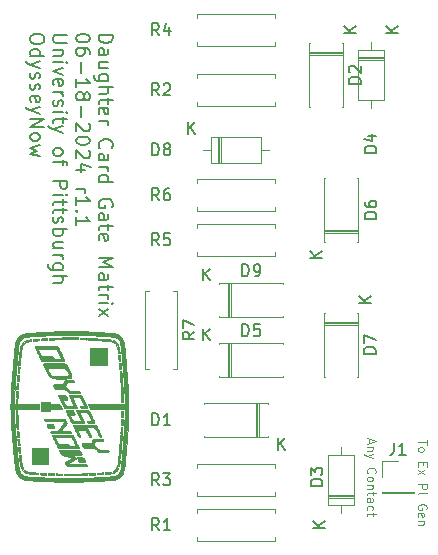
<source format=gbr>
G04 #@! TF.GenerationSoftware,KiCad,Pcbnew,8.0.1*
G04 #@! TF.CreationDate,2024-06-18T21:42:57-04:00*
G04 #@! TF.ProjectId,OdysseyDaughterCardGateMatrix,4f647973-7365-4794-9461-756768746572,1.1*
G04 #@! TF.SameCoordinates,Original*
G04 #@! TF.FileFunction,Legend,Top*
G04 #@! TF.FilePolarity,Positive*
%FSLAX46Y46*%
G04 Gerber Fmt 4.6, Leading zero omitted, Abs format (unit mm)*
G04 Created by KiCad (PCBNEW 8.0.1) date 2024-06-18 21:42:57*
%MOMM*%
%LPD*%
G01*
G04 APERTURE LIST*
%ADD10C,0.100000*%
%ADD11C,0.200000*%
%ADD12C,0.150000*%
%ADD13C,0.010000*%
%ADD14C,0.120000*%
G04 APERTURE END LIST*
D10*
X154812521Y-114623858D02*
X154812521Y-114981001D01*
X154598235Y-114552429D02*
X155348235Y-114802429D01*
X155348235Y-114802429D02*
X154598235Y-115052429D01*
X155098235Y-115302429D02*
X154598235Y-115302429D01*
X155026807Y-115302429D02*
X155062521Y-115338143D01*
X155062521Y-115338143D02*
X155098235Y-115409572D01*
X155098235Y-115409572D02*
X155098235Y-115516715D01*
X155098235Y-115516715D02*
X155062521Y-115588143D01*
X155062521Y-115588143D02*
X154991092Y-115623858D01*
X154991092Y-115623858D02*
X154598235Y-115623858D01*
X155098235Y-115909571D02*
X154598235Y-116088143D01*
X155098235Y-116266714D02*
X154598235Y-116088143D01*
X154598235Y-116088143D02*
X154419664Y-116016714D01*
X154419664Y-116016714D02*
X154383950Y-115981000D01*
X154383950Y-115981000D02*
X154348235Y-115909571D01*
X154669664Y-117552429D02*
X154633950Y-117516715D01*
X154633950Y-117516715D02*
X154598235Y-117409572D01*
X154598235Y-117409572D02*
X154598235Y-117338144D01*
X154598235Y-117338144D02*
X154633950Y-117231001D01*
X154633950Y-117231001D02*
X154705378Y-117159572D01*
X154705378Y-117159572D02*
X154776807Y-117123858D01*
X154776807Y-117123858D02*
X154919664Y-117088144D01*
X154919664Y-117088144D02*
X155026807Y-117088144D01*
X155026807Y-117088144D02*
X155169664Y-117123858D01*
X155169664Y-117123858D02*
X155241092Y-117159572D01*
X155241092Y-117159572D02*
X155312521Y-117231001D01*
X155312521Y-117231001D02*
X155348235Y-117338144D01*
X155348235Y-117338144D02*
X155348235Y-117409572D01*
X155348235Y-117409572D02*
X155312521Y-117516715D01*
X155312521Y-117516715D02*
X155276807Y-117552429D01*
X154598235Y-117981001D02*
X154633950Y-117909572D01*
X154633950Y-117909572D02*
X154669664Y-117873858D01*
X154669664Y-117873858D02*
X154741092Y-117838144D01*
X154741092Y-117838144D02*
X154955378Y-117838144D01*
X154955378Y-117838144D02*
X155026807Y-117873858D01*
X155026807Y-117873858D02*
X155062521Y-117909572D01*
X155062521Y-117909572D02*
X155098235Y-117981001D01*
X155098235Y-117981001D02*
X155098235Y-118088144D01*
X155098235Y-118088144D02*
X155062521Y-118159572D01*
X155062521Y-118159572D02*
X155026807Y-118195287D01*
X155026807Y-118195287D02*
X154955378Y-118231001D01*
X154955378Y-118231001D02*
X154741092Y-118231001D01*
X154741092Y-118231001D02*
X154669664Y-118195287D01*
X154669664Y-118195287D02*
X154633950Y-118159572D01*
X154633950Y-118159572D02*
X154598235Y-118088144D01*
X154598235Y-118088144D02*
X154598235Y-117981001D01*
X155098235Y-118552429D02*
X154598235Y-118552429D01*
X155026807Y-118552429D02*
X155062521Y-118588143D01*
X155062521Y-118588143D02*
X155098235Y-118659572D01*
X155098235Y-118659572D02*
X155098235Y-118766715D01*
X155098235Y-118766715D02*
X155062521Y-118838143D01*
X155062521Y-118838143D02*
X154991092Y-118873858D01*
X154991092Y-118873858D02*
X154598235Y-118873858D01*
X155098235Y-119123857D02*
X155098235Y-119409571D01*
X155348235Y-119231000D02*
X154705378Y-119231000D01*
X154705378Y-119231000D02*
X154633950Y-119266714D01*
X154633950Y-119266714D02*
X154598235Y-119338143D01*
X154598235Y-119338143D02*
X154598235Y-119409571D01*
X154598235Y-119981000D02*
X154991092Y-119981000D01*
X154991092Y-119981000D02*
X155062521Y-119945285D01*
X155062521Y-119945285D02*
X155098235Y-119873857D01*
X155098235Y-119873857D02*
X155098235Y-119731000D01*
X155098235Y-119731000D02*
X155062521Y-119659571D01*
X154633950Y-119981000D02*
X154598235Y-119909571D01*
X154598235Y-119909571D02*
X154598235Y-119731000D01*
X154598235Y-119731000D02*
X154633950Y-119659571D01*
X154633950Y-119659571D02*
X154705378Y-119623857D01*
X154705378Y-119623857D02*
X154776807Y-119623857D01*
X154776807Y-119623857D02*
X154848235Y-119659571D01*
X154848235Y-119659571D02*
X154883950Y-119731000D01*
X154883950Y-119731000D02*
X154883950Y-119909571D01*
X154883950Y-119909571D02*
X154919664Y-119981000D01*
X154633950Y-120659571D02*
X154598235Y-120588142D01*
X154598235Y-120588142D02*
X154598235Y-120445285D01*
X154598235Y-120445285D02*
X154633950Y-120373856D01*
X154633950Y-120373856D02*
X154669664Y-120338142D01*
X154669664Y-120338142D02*
X154741092Y-120302428D01*
X154741092Y-120302428D02*
X154955378Y-120302428D01*
X154955378Y-120302428D02*
X155026807Y-120338142D01*
X155026807Y-120338142D02*
X155062521Y-120373856D01*
X155062521Y-120373856D02*
X155098235Y-120445285D01*
X155098235Y-120445285D02*
X155098235Y-120588142D01*
X155098235Y-120588142D02*
X155062521Y-120659571D01*
X155098235Y-120873856D02*
X155098235Y-121159570D01*
X155348235Y-120980999D02*
X154705378Y-120980999D01*
X154705378Y-120980999D02*
X154633950Y-121016713D01*
X154633950Y-121016713D02*
X154598235Y-121088142D01*
X154598235Y-121088142D02*
X154598235Y-121159570D01*
D11*
X131893156Y-80427292D02*
X133093156Y-80427292D01*
X133093156Y-80427292D02*
X133093156Y-80713006D01*
X133093156Y-80713006D02*
X133036013Y-80884435D01*
X133036013Y-80884435D02*
X132921727Y-80998720D01*
X132921727Y-80998720D02*
X132807441Y-81055863D01*
X132807441Y-81055863D02*
X132578870Y-81113006D01*
X132578870Y-81113006D02*
X132407441Y-81113006D01*
X132407441Y-81113006D02*
X132178870Y-81055863D01*
X132178870Y-81055863D02*
X132064584Y-80998720D01*
X132064584Y-80998720D02*
X131950299Y-80884435D01*
X131950299Y-80884435D02*
X131893156Y-80713006D01*
X131893156Y-80713006D02*
X131893156Y-80427292D01*
X131893156Y-82141578D02*
X132521727Y-82141578D01*
X132521727Y-82141578D02*
X132636013Y-82084435D01*
X132636013Y-82084435D02*
X132693156Y-81970149D01*
X132693156Y-81970149D02*
X132693156Y-81741578D01*
X132693156Y-81741578D02*
X132636013Y-81627292D01*
X131950299Y-82141578D02*
X131893156Y-82027292D01*
X131893156Y-82027292D02*
X131893156Y-81741578D01*
X131893156Y-81741578D02*
X131950299Y-81627292D01*
X131950299Y-81627292D02*
X132064584Y-81570149D01*
X132064584Y-81570149D02*
X132178870Y-81570149D01*
X132178870Y-81570149D02*
X132293156Y-81627292D01*
X132293156Y-81627292D02*
X132350299Y-81741578D01*
X132350299Y-81741578D02*
X132350299Y-82027292D01*
X132350299Y-82027292D02*
X132407441Y-82141578D01*
X132693156Y-83227292D02*
X131893156Y-83227292D01*
X132693156Y-82713006D02*
X132064584Y-82713006D01*
X132064584Y-82713006D02*
X131950299Y-82770149D01*
X131950299Y-82770149D02*
X131893156Y-82884434D01*
X131893156Y-82884434D02*
X131893156Y-83055863D01*
X131893156Y-83055863D02*
X131950299Y-83170149D01*
X131950299Y-83170149D02*
X132007441Y-83227292D01*
X132693156Y-84313006D02*
X131721727Y-84313006D01*
X131721727Y-84313006D02*
X131607441Y-84255863D01*
X131607441Y-84255863D02*
X131550299Y-84198720D01*
X131550299Y-84198720D02*
X131493156Y-84084434D01*
X131493156Y-84084434D02*
X131493156Y-83913006D01*
X131493156Y-83913006D02*
X131550299Y-83798720D01*
X131950299Y-84313006D02*
X131893156Y-84198720D01*
X131893156Y-84198720D02*
X131893156Y-83970148D01*
X131893156Y-83970148D02*
X131950299Y-83855863D01*
X131950299Y-83855863D02*
X132007441Y-83798720D01*
X132007441Y-83798720D02*
X132121727Y-83741577D01*
X132121727Y-83741577D02*
X132464584Y-83741577D01*
X132464584Y-83741577D02*
X132578870Y-83798720D01*
X132578870Y-83798720D02*
X132636013Y-83855863D01*
X132636013Y-83855863D02*
X132693156Y-83970148D01*
X132693156Y-83970148D02*
X132693156Y-84198720D01*
X132693156Y-84198720D02*
X132636013Y-84313006D01*
X131893156Y-84884434D02*
X133093156Y-84884434D01*
X131893156Y-85398720D02*
X132521727Y-85398720D01*
X132521727Y-85398720D02*
X132636013Y-85341577D01*
X132636013Y-85341577D02*
X132693156Y-85227291D01*
X132693156Y-85227291D02*
X132693156Y-85055862D01*
X132693156Y-85055862D02*
X132636013Y-84941577D01*
X132636013Y-84941577D02*
X132578870Y-84884434D01*
X132693156Y-85798719D02*
X132693156Y-86255862D01*
X133093156Y-85970148D02*
X132064584Y-85970148D01*
X132064584Y-85970148D02*
X131950299Y-86027291D01*
X131950299Y-86027291D02*
X131893156Y-86141576D01*
X131893156Y-86141576D02*
X131893156Y-86255862D01*
X131950299Y-87113005D02*
X131893156Y-86998719D01*
X131893156Y-86998719D02*
X131893156Y-86770148D01*
X131893156Y-86770148D02*
X131950299Y-86655862D01*
X131950299Y-86655862D02*
X132064584Y-86598719D01*
X132064584Y-86598719D02*
X132521727Y-86598719D01*
X132521727Y-86598719D02*
X132636013Y-86655862D01*
X132636013Y-86655862D02*
X132693156Y-86770148D01*
X132693156Y-86770148D02*
X132693156Y-86998719D01*
X132693156Y-86998719D02*
X132636013Y-87113005D01*
X132636013Y-87113005D02*
X132521727Y-87170148D01*
X132521727Y-87170148D02*
X132407441Y-87170148D01*
X132407441Y-87170148D02*
X132293156Y-86598719D01*
X131893156Y-87684433D02*
X132693156Y-87684433D01*
X132464584Y-87684433D02*
X132578870Y-87741576D01*
X132578870Y-87741576D02*
X132636013Y-87798719D01*
X132636013Y-87798719D02*
X132693156Y-87913004D01*
X132693156Y-87913004D02*
X132693156Y-88027290D01*
X132007441Y-90027290D02*
X131950299Y-89970147D01*
X131950299Y-89970147D02*
X131893156Y-89798719D01*
X131893156Y-89798719D02*
X131893156Y-89684433D01*
X131893156Y-89684433D02*
X131950299Y-89513004D01*
X131950299Y-89513004D02*
X132064584Y-89398719D01*
X132064584Y-89398719D02*
X132178870Y-89341576D01*
X132178870Y-89341576D02*
X132407441Y-89284433D01*
X132407441Y-89284433D02*
X132578870Y-89284433D01*
X132578870Y-89284433D02*
X132807441Y-89341576D01*
X132807441Y-89341576D02*
X132921727Y-89398719D01*
X132921727Y-89398719D02*
X133036013Y-89513004D01*
X133036013Y-89513004D02*
X133093156Y-89684433D01*
X133093156Y-89684433D02*
X133093156Y-89798719D01*
X133093156Y-89798719D02*
X133036013Y-89970147D01*
X133036013Y-89970147D02*
X132978870Y-90027290D01*
X131893156Y-91055862D02*
X132521727Y-91055862D01*
X132521727Y-91055862D02*
X132636013Y-90998719D01*
X132636013Y-90998719D02*
X132693156Y-90884433D01*
X132693156Y-90884433D02*
X132693156Y-90655862D01*
X132693156Y-90655862D02*
X132636013Y-90541576D01*
X131950299Y-91055862D02*
X131893156Y-90941576D01*
X131893156Y-90941576D02*
X131893156Y-90655862D01*
X131893156Y-90655862D02*
X131950299Y-90541576D01*
X131950299Y-90541576D02*
X132064584Y-90484433D01*
X132064584Y-90484433D02*
X132178870Y-90484433D01*
X132178870Y-90484433D02*
X132293156Y-90541576D01*
X132293156Y-90541576D02*
X132350299Y-90655862D01*
X132350299Y-90655862D02*
X132350299Y-90941576D01*
X132350299Y-90941576D02*
X132407441Y-91055862D01*
X131893156Y-91627290D02*
X132693156Y-91627290D01*
X132464584Y-91627290D02*
X132578870Y-91684433D01*
X132578870Y-91684433D02*
X132636013Y-91741576D01*
X132636013Y-91741576D02*
X132693156Y-91855861D01*
X132693156Y-91855861D02*
X132693156Y-91970147D01*
X131893156Y-92884433D02*
X133093156Y-92884433D01*
X131950299Y-92884433D02*
X131893156Y-92770147D01*
X131893156Y-92770147D02*
X131893156Y-92541575D01*
X131893156Y-92541575D02*
X131950299Y-92427290D01*
X131950299Y-92427290D02*
X132007441Y-92370147D01*
X132007441Y-92370147D02*
X132121727Y-92313004D01*
X132121727Y-92313004D02*
X132464584Y-92313004D01*
X132464584Y-92313004D02*
X132578870Y-92370147D01*
X132578870Y-92370147D02*
X132636013Y-92427290D01*
X132636013Y-92427290D02*
X132693156Y-92541575D01*
X132693156Y-92541575D02*
X132693156Y-92770147D01*
X132693156Y-92770147D02*
X132636013Y-92884433D01*
X133036013Y-94998718D02*
X133093156Y-94884433D01*
X133093156Y-94884433D02*
X133093156Y-94713004D01*
X133093156Y-94713004D02*
X133036013Y-94541575D01*
X133036013Y-94541575D02*
X132921727Y-94427290D01*
X132921727Y-94427290D02*
X132807441Y-94370147D01*
X132807441Y-94370147D02*
X132578870Y-94313004D01*
X132578870Y-94313004D02*
X132407441Y-94313004D01*
X132407441Y-94313004D02*
X132178870Y-94370147D01*
X132178870Y-94370147D02*
X132064584Y-94427290D01*
X132064584Y-94427290D02*
X131950299Y-94541575D01*
X131950299Y-94541575D02*
X131893156Y-94713004D01*
X131893156Y-94713004D02*
X131893156Y-94827290D01*
X131893156Y-94827290D02*
X131950299Y-94998718D01*
X131950299Y-94998718D02*
X132007441Y-95055861D01*
X132007441Y-95055861D02*
X132407441Y-95055861D01*
X132407441Y-95055861D02*
X132407441Y-94827290D01*
X131893156Y-96084433D02*
X132521727Y-96084433D01*
X132521727Y-96084433D02*
X132636013Y-96027290D01*
X132636013Y-96027290D02*
X132693156Y-95913004D01*
X132693156Y-95913004D02*
X132693156Y-95684433D01*
X132693156Y-95684433D02*
X132636013Y-95570147D01*
X131950299Y-96084433D02*
X131893156Y-95970147D01*
X131893156Y-95970147D02*
X131893156Y-95684433D01*
X131893156Y-95684433D02*
X131950299Y-95570147D01*
X131950299Y-95570147D02*
X132064584Y-95513004D01*
X132064584Y-95513004D02*
X132178870Y-95513004D01*
X132178870Y-95513004D02*
X132293156Y-95570147D01*
X132293156Y-95570147D02*
X132350299Y-95684433D01*
X132350299Y-95684433D02*
X132350299Y-95970147D01*
X132350299Y-95970147D02*
X132407441Y-96084433D01*
X132693156Y-96484432D02*
X132693156Y-96941575D01*
X133093156Y-96655861D02*
X132064584Y-96655861D01*
X132064584Y-96655861D02*
X131950299Y-96713004D01*
X131950299Y-96713004D02*
X131893156Y-96827289D01*
X131893156Y-96827289D02*
X131893156Y-96941575D01*
X131950299Y-97798718D02*
X131893156Y-97684432D01*
X131893156Y-97684432D02*
X131893156Y-97455861D01*
X131893156Y-97455861D02*
X131950299Y-97341575D01*
X131950299Y-97341575D02*
X132064584Y-97284432D01*
X132064584Y-97284432D02*
X132521727Y-97284432D01*
X132521727Y-97284432D02*
X132636013Y-97341575D01*
X132636013Y-97341575D02*
X132693156Y-97455861D01*
X132693156Y-97455861D02*
X132693156Y-97684432D01*
X132693156Y-97684432D02*
X132636013Y-97798718D01*
X132636013Y-97798718D02*
X132521727Y-97855861D01*
X132521727Y-97855861D02*
X132407441Y-97855861D01*
X132407441Y-97855861D02*
X132293156Y-97284432D01*
X131893156Y-99284432D02*
X133093156Y-99284432D01*
X133093156Y-99284432D02*
X132236013Y-99684432D01*
X132236013Y-99684432D02*
X133093156Y-100084432D01*
X133093156Y-100084432D02*
X131893156Y-100084432D01*
X131893156Y-101170147D02*
X132521727Y-101170147D01*
X132521727Y-101170147D02*
X132636013Y-101113004D01*
X132636013Y-101113004D02*
X132693156Y-100998718D01*
X132693156Y-100998718D02*
X132693156Y-100770147D01*
X132693156Y-100770147D02*
X132636013Y-100655861D01*
X131950299Y-101170147D02*
X131893156Y-101055861D01*
X131893156Y-101055861D02*
X131893156Y-100770147D01*
X131893156Y-100770147D02*
X131950299Y-100655861D01*
X131950299Y-100655861D02*
X132064584Y-100598718D01*
X132064584Y-100598718D02*
X132178870Y-100598718D01*
X132178870Y-100598718D02*
X132293156Y-100655861D01*
X132293156Y-100655861D02*
X132350299Y-100770147D01*
X132350299Y-100770147D02*
X132350299Y-101055861D01*
X132350299Y-101055861D02*
X132407441Y-101170147D01*
X132693156Y-101570146D02*
X132693156Y-102027289D01*
X133093156Y-101741575D02*
X132064584Y-101741575D01*
X132064584Y-101741575D02*
X131950299Y-101798718D01*
X131950299Y-101798718D02*
X131893156Y-101913003D01*
X131893156Y-101913003D02*
X131893156Y-102027289D01*
X131893156Y-102427289D02*
X132693156Y-102427289D01*
X132464584Y-102427289D02*
X132578870Y-102484432D01*
X132578870Y-102484432D02*
X132636013Y-102541575D01*
X132636013Y-102541575D02*
X132693156Y-102655860D01*
X132693156Y-102655860D02*
X132693156Y-102770146D01*
X131893156Y-103170146D02*
X132693156Y-103170146D01*
X133093156Y-103170146D02*
X133036013Y-103113003D01*
X133036013Y-103113003D02*
X132978870Y-103170146D01*
X132978870Y-103170146D02*
X133036013Y-103227289D01*
X133036013Y-103227289D02*
X133093156Y-103170146D01*
X133093156Y-103170146D02*
X132978870Y-103170146D01*
X131893156Y-103627289D02*
X132693156Y-104255861D01*
X132693156Y-103627289D02*
X131893156Y-104255861D01*
X131161223Y-80655863D02*
X131161223Y-80770149D01*
X131161223Y-80770149D02*
X131104080Y-80884435D01*
X131104080Y-80884435D02*
X131046937Y-80941578D01*
X131046937Y-80941578D02*
X130932651Y-80998720D01*
X130932651Y-80998720D02*
X130704080Y-81055863D01*
X130704080Y-81055863D02*
X130418366Y-81055863D01*
X130418366Y-81055863D02*
X130189794Y-80998720D01*
X130189794Y-80998720D02*
X130075508Y-80941578D01*
X130075508Y-80941578D02*
X130018366Y-80884435D01*
X130018366Y-80884435D02*
X129961223Y-80770149D01*
X129961223Y-80770149D02*
X129961223Y-80655863D01*
X129961223Y-80655863D02*
X130018366Y-80541578D01*
X130018366Y-80541578D02*
X130075508Y-80484435D01*
X130075508Y-80484435D02*
X130189794Y-80427292D01*
X130189794Y-80427292D02*
X130418366Y-80370149D01*
X130418366Y-80370149D02*
X130704080Y-80370149D01*
X130704080Y-80370149D02*
X130932651Y-80427292D01*
X130932651Y-80427292D02*
X131046937Y-80484435D01*
X131046937Y-80484435D02*
X131104080Y-80541578D01*
X131104080Y-80541578D02*
X131161223Y-80655863D01*
X131161223Y-82084435D02*
X131161223Y-81855863D01*
X131161223Y-81855863D02*
X131104080Y-81741577D01*
X131104080Y-81741577D02*
X131046937Y-81684435D01*
X131046937Y-81684435D02*
X130875508Y-81570149D01*
X130875508Y-81570149D02*
X130646937Y-81513006D01*
X130646937Y-81513006D02*
X130189794Y-81513006D01*
X130189794Y-81513006D02*
X130075508Y-81570149D01*
X130075508Y-81570149D02*
X130018366Y-81627292D01*
X130018366Y-81627292D02*
X129961223Y-81741577D01*
X129961223Y-81741577D02*
X129961223Y-81970149D01*
X129961223Y-81970149D02*
X130018366Y-82084435D01*
X130018366Y-82084435D02*
X130075508Y-82141577D01*
X130075508Y-82141577D02*
X130189794Y-82198720D01*
X130189794Y-82198720D02*
X130475508Y-82198720D01*
X130475508Y-82198720D02*
X130589794Y-82141577D01*
X130589794Y-82141577D02*
X130646937Y-82084435D01*
X130646937Y-82084435D02*
X130704080Y-81970149D01*
X130704080Y-81970149D02*
X130704080Y-81741577D01*
X130704080Y-81741577D02*
X130646937Y-81627292D01*
X130646937Y-81627292D02*
X130589794Y-81570149D01*
X130589794Y-81570149D02*
X130475508Y-81513006D01*
X130418366Y-82713006D02*
X130418366Y-83627292D01*
X129961223Y-84827291D02*
X129961223Y-84141577D01*
X129961223Y-84484434D02*
X131161223Y-84484434D01*
X131161223Y-84484434D02*
X130989794Y-84370148D01*
X130989794Y-84370148D02*
X130875508Y-84255863D01*
X130875508Y-84255863D02*
X130818366Y-84141577D01*
X130646937Y-85513005D02*
X130704080Y-85398720D01*
X130704080Y-85398720D02*
X130761223Y-85341577D01*
X130761223Y-85341577D02*
X130875508Y-85284434D01*
X130875508Y-85284434D02*
X130932651Y-85284434D01*
X130932651Y-85284434D02*
X131046937Y-85341577D01*
X131046937Y-85341577D02*
X131104080Y-85398720D01*
X131104080Y-85398720D02*
X131161223Y-85513005D01*
X131161223Y-85513005D02*
X131161223Y-85741577D01*
X131161223Y-85741577D02*
X131104080Y-85855863D01*
X131104080Y-85855863D02*
X131046937Y-85913005D01*
X131046937Y-85913005D02*
X130932651Y-85970148D01*
X130932651Y-85970148D02*
X130875508Y-85970148D01*
X130875508Y-85970148D02*
X130761223Y-85913005D01*
X130761223Y-85913005D02*
X130704080Y-85855863D01*
X130704080Y-85855863D02*
X130646937Y-85741577D01*
X130646937Y-85741577D02*
X130646937Y-85513005D01*
X130646937Y-85513005D02*
X130589794Y-85398720D01*
X130589794Y-85398720D02*
X130532651Y-85341577D01*
X130532651Y-85341577D02*
X130418366Y-85284434D01*
X130418366Y-85284434D02*
X130189794Y-85284434D01*
X130189794Y-85284434D02*
X130075508Y-85341577D01*
X130075508Y-85341577D02*
X130018366Y-85398720D01*
X130018366Y-85398720D02*
X129961223Y-85513005D01*
X129961223Y-85513005D02*
X129961223Y-85741577D01*
X129961223Y-85741577D02*
X130018366Y-85855863D01*
X130018366Y-85855863D02*
X130075508Y-85913005D01*
X130075508Y-85913005D02*
X130189794Y-85970148D01*
X130189794Y-85970148D02*
X130418366Y-85970148D01*
X130418366Y-85970148D02*
X130532651Y-85913005D01*
X130532651Y-85913005D02*
X130589794Y-85855863D01*
X130589794Y-85855863D02*
X130646937Y-85741577D01*
X130418366Y-86484434D02*
X130418366Y-87398720D01*
X131046937Y-87913005D02*
X131104080Y-87970148D01*
X131104080Y-87970148D02*
X131161223Y-88084434D01*
X131161223Y-88084434D02*
X131161223Y-88370148D01*
X131161223Y-88370148D02*
X131104080Y-88484434D01*
X131104080Y-88484434D02*
X131046937Y-88541576D01*
X131046937Y-88541576D02*
X130932651Y-88598719D01*
X130932651Y-88598719D02*
X130818366Y-88598719D01*
X130818366Y-88598719D02*
X130646937Y-88541576D01*
X130646937Y-88541576D02*
X129961223Y-87855862D01*
X129961223Y-87855862D02*
X129961223Y-88598719D01*
X131161223Y-89341576D02*
X131161223Y-89455862D01*
X131161223Y-89455862D02*
X131104080Y-89570148D01*
X131104080Y-89570148D02*
X131046937Y-89627291D01*
X131046937Y-89627291D02*
X130932651Y-89684433D01*
X130932651Y-89684433D02*
X130704080Y-89741576D01*
X130704080Y-89741576D02*
X130418366Y-89741576D01*
X130418366Y-89741576D02*
X130189794Y-89684433D01*
X130189794Y-89684433D02*
X130075508Y-89627291D01*
X130075508Y-89627291D02*
X130018366Y-89570148D01*
X130018366Y-89570148D02*
X129961223Y-89455862D01*
X129961223Y-89455862D02*
X129961223Y-89341576D01*
X129961223Y-89341576D02*
X130018366Y-89227291D01*
X130018366Y-89227291D02*
X130075508Y-89170148D01*
X130075508Y-89170148D02*
X130189794Y-89113005D01*
X130189794Y-89113005D02*
X130418366Y-89055862D01*
X130418366Y-89055862D02*
X130704080Y-89055862D01*
X130704080Y-89055862D02*
X130932651Y-89113005D01*
X130932651Y-89113005D02*
X131046937Y-89170148D01*
X131046937Y-89170148D02*
X131104080Y-89227291D01*
X131104080Y-89227291D02*
X131161223Y-89341576D01*
X131046937Y-90198719D02*
X131104080Y-90255862D01*
X131104080Y-90255862D02*
X131161223Y-90370148D01*
X131161223Y-90370148D02*
X131161223Y-90655862D01*
X131161223Y-90655862D02*
X131104080Y-90770148D01*
X131104080Y-90770148D02*
X131046937Y-90827290D01*
X131046937Y-90827290D02*
X130932651Y-90884433D01*
X130932651Y-90884433D02*
X130818366Y-90884433D01*
X130818366Y-90884433D02*
X130646937Y-90827290D01*
X130646937Y-90827290D02*
X129961223Y-90141576D01*
X129961223Y-90141576D02*
X129961223Y-90884433D01*
X130761223Y-91913005D02*
X129961223Y-91913005D01*
X131218366Y-91627290D02*
X130361223Y-91341576D01*
X130361223Y-91341576D02*
X130361223Y-92084433D01*
X129961223Y-93455862D02*
X130761223Y-93455862D01*
X130532651Y-93455862D02*
X130646937Y-93513005D01*
X130646937Y-93513005D02*
X130704080Y-93570148D01*
X130704080Y-93570148D02*
X130761223Y-93684433D01*
X130761223Y-93684433D02*
X130761223Y-93798719D01*
X129961223Y-94827290D02*
X129961223Y-94141576D01*
X129961223Y-94484433D02*
X131161223Y-94484433D01*
X131161223Y-94484433D02*
X130989794Y-94370147D01*
X130989794Y-94370147D02*
X130875508Y-94255862D01*
X130875508Y-94255862D02*
X130818366Y-94141576D01*
X130075508Y-95341576D02*
X130018366Y-95398719D01*
X130018366Y-95398719D02*
X129961223Y-95341576D01*
X129961223Y-95341576D02*
X130018366Y-95284433D01*
X130018366Y-95284433D02*
X130075508Y-95341576D01*
X130075508Y-95341576D02*
X129961223Y-95341576D01*
X129961223Y-96541576D02*
X129961223Y-95855862D01*
X129961223Y-96198719D02*
X131161223Y-96198719D01*
X131161223Y-96198719D02*
X130989794Y-96084433D01*
X130989794Y-96084433D02*
X130875508Y-95970148D01*
X130875508Y-95970148D02*
X130818366Y-95855862D01*
X129229290Y-80427292D02*
X128257861Y-80427292D01*
X128257861Y-80427292D02*
X128143575Y-80484435D01*
X128143575Y-80484435D02*
X128086433Y-80541578D01*
X128086433Y-80541578D02*
X128029290Y-80655863D01*
X128029290Y-80655863D02*
X128029290Y-80884435D01*
X128029290Y-80884435D02*
X128086433Y-80998720D01*
X128086433Y-80998720D02*
X128143575Y-81055863D01*
X128143575Y-81055863D02*
X128257861Y-81113006D01*
X128257861Y-81113006D02*
X129229290Y-81113006D01*
X128829290Y-81684435D02*
X128029290Y-81684435D01*
X128715004Y-81684435D02*
X128772147Y-81741578D01*
X128772147Y-81741578D02*
X128829290Y-81855863D01*
X128829290Y-81855863D02*
X128829290Y-82027292D01*
X128829290Y-82027292D02*
X128772147Y-82141578D01*
X128772147Y-82141578D02*
X128657861Y-82198721D01*
X128657861Y-82198721D02*
X128029290Y-82198721D01*
X128029290Y-82770149D02*
X128829290Y-82770149D01*
X129229290Y-82770149D02*
X129172147Y-82713006D01*
X129172147Y-82713006D02*
X129115004Y-82770149D01*
X129115004Y-82770149D02*
X129172147Y-82827292D01*
X129172147Y-82827292D02*
X129229290Y-82770149D01*
X129229290Y-82770149D02*
X129115004Y-82770149D01*
X128829290Y-83227292D02*
X128029290Y-83513006D01*
X128029290Y-83513006D02*
X128829290Y-83798721D01*
X128086433Y-84713007D02*
X128029290Y-84598721D01*
X128029290Y-84598721D02*
X128029290Y-84370150D01*
X128029290Y-84370150D02*
X128086433Y-84255864D01*
X128086433Y-84255864D02*
X128200718Y-84198721D01*
X128200718Y-84198721D02*
X128657861Y-84198721D01*
X128657861Y-84198721D02*
X128772147Y-84255864D01*
X128772147Y-84255864D02*
X128829290Y-84370150D01*
X128829290Y-84370150D02*
X128829290Y-84598721D01*
X128829290Y-84598721D02*
X128772147Y-84713007D01*
X128772147Y-84713007D02*
X128657861Y-84770150D01*
X128657861Y-84770150D02*
X128543575Y-84770150D01*
X128543575Y-84770150D02*
X128429290Y-84198721D01*
X128029290Y-85284435D02*
X128829290Y-85284435D01*
X128600718Y-85284435D02*
X128715004Y-85341578D01*
X128715004Y-85341578D02*
X128772147Y-85398721D01*
X128772147Y-85398721D02*
X128829290Y-85513006D01*
X128829290Y-85513006D02*
X128829290Y-85627292D01*
X128086433Y-85970149D02*
X128029290Y-86084435D01*
X128029290Y-86084435D02*
X128029290Y-86313006D01*
X128029290Y-86313006D02*
X128086433Y-86427292D01*
X128086433Y-86427292D02*
X128200718Y-86484435D01*
X128200718Y-86484435D02*
X128257861Y-86484435D01*
X128257861Y-86484435D02*
X128372147Y-86427292D01*
X128372147Y-86427292D02*
X128429290Y-86313006D01*
X128429290Y-86313006D02*
X128429290Y-86141578D01*
X128429290Y-86141578D02*
X128486433Y-86027292D01*
X128486433Y-86027292D02*
X128600718Y-85970149D01*
X128600718Y-85970149D02*
X128657861Y-85970149D01*
X128657861Y-85970149D02*
X128772147Y-86027292D01*
X128772147Y-86027292D02*
X128829290Y-86141578D01*
X128829290Y-86141578D02*
X128829290Y-86313006D01*
X128829290Y-86313006D02*
X128772147Y-86427292D01*
X128029290Y-86998721D02*
X128829290Y-86998721D01*
X129229290Y-86998721D02*
X129172147Y-86941578D01*
X129172147Y-86941578D02*
X129115004Y-86998721D01*
X129115004Y-86998721D02*
X129172147Y-87055864D01*
X129172147Y-87055864D02*
X129229290Y-86998721D01*
X129229290Y-86998721D02*
X129115004Y-86998721D01*
X128829290Y-87398721D02*
X128829290Y-87855864D01*
X129229290Y-87570150D02*
X128200718Y-87570150D01*
X128200718Y-87570150D02*
X128086433Y-87627293D01*
X128086433Y-87627293D02*
X128029290Y-87741578D01*
X128029290Y-87741578D02*
X128029290Y-87855864D01*
X128829290Y-88141578D02*
X128029290Y-88427292D01*
X128829290Y-88713007D02*
X128029290Y-88427292D01*
X128029290Y-88427292D02*
X127743575Y-88313007D01*
X127743575Y-88313007D02*
X127686433Y-88255864D01*
X127686433Y-88255864D02*
X127629290Y-88141578D01*
X128029290Y-90255864D02*
X128086433Y-90141579D01*
X128086433Y-90141579D02*
X128143575Y-90084436D01*
X128143575Y-90084436D02*
X128257861Y-90027293D01*
X128257861Y-90027293D02*
X128600718Y-90027293D01*
X128600718Y-90027293D02*
X128715004Y-90084436D01*
X128715004Y-90084436D02*
X128772147Y-90141579D01*
X128772147Y-90141579D02*
X128829290Y-90255864D01*
X128829290Y-90255864D02*
X128829290Y-90427293D01*
X128829290Y-90427293D02*
X128772147Y-90541579D01*
X128772147Y-90541579D02*
X128715004Y-90598722D01*
X128715004Y-90598722D02*
X128600718Y-90655864D01*
X128600718Y-90655864D02*
X128257861Y-90655864D01*
X128257861Y-90655864D02*
X128143575Y-90598722D01*
X128143575Y-90598722D02*
X128086433Y-90541579D01*
X128086433Y-90541579D02*
X128029290Y-90427293D01*
X128029290Y-90427293D02*
X128029290Y-90255864D01*
X128829290Y-90998721D02*
X128829290Y-91455864D01*
X128029290Y-91170150D02*
X129057861Y-91170150D01*
X129057861Y-91170150D02*
X129172147Y-91227293D01*
X129172147Y-91227293D02*
X129229290Y-91341578D01*
X129229290Y-91341578D02*
X129229290Y-91455864D01*
X128029290Y-92770150D02*
X129229290Y-92770150D01*
X129229290Y-92770150D02*
X129229290Y-93227293D01*
X129229290Y-93227293D02*
X129172147Y-93341578D01*
X129172147Y-93341578D02*
X129115004Y-93398721D01*
X129115004Y-93398721D02*
X129000718Y-93455864D01*
X129000718Y-93455864D02*
X128829290Y-93455864D01*
X128829290Y-93455864D02*
X128715004Y-93398721D01*
X128715004Y-93398721D02*
X128657861Y-93341578D01*
X128657861Y-93341578D02*
X128600718Y-93227293D01*
X128600718Y-93227293D02*
X128600718Y-92770150D01*
X128029290Y-93970150D02*
X128829290Y-93970150D01*
X129229290Y-93970150D02*
X129172147Y-93913007D01*
X129172147Y-93913007D02*
X129115004Y-93970150D01*
X129115004Y-93970150D02*
X129172147Y-94027293D01*
X129172147Y-94027293D02*
X129229290Y-93970150D01*
X129229290Y-93970150D02*
X129115004Y-93970150D01*
X128829290Y-94370150D02*
X128829290Y-94827293D01*
X129229290Y-94541579D02*
X128200718Y-94541579D01*
X128200718Y-94541579D02*
X128086433Y-94598722D01*
X128086433Y-94598722D02*
X128029290Y-94713007D01*
X128029290Y-94713007D02*
X128029290Y-94827293D01*
X128829290Y-95055864D02*
X128829290Y-95513007D01*
X129229290Y-95227293D02*
X128200718Y-95227293D01*
X128200718Y-95227293D02*
X128086433Y-95284436D01*
X128086433Y-95284436D02*
X128029290Y-95398721D01*
X128029290Y-95398721D02*
X128029290Y-95513007D01*
X128086433Y-95855864D02*
X128029290Y-95970150D01*
X128029290Y-95970150D02*
X128029290Y-96198721D01*
X128029290Y-96198721D02*
X128086433Y-96313007D01*
X128086433Y-96313007D02*
X128200718Y-96370150D01*
X128200718Y-96370150D02*
X128257861Y-96370150D01*
X128257861Y-96370150D02*
X128372147Y-96313007D01*
X128372147Y-96313007D02*
X128429290Y-96198721D01*
X128429290Y-96198721D02*
X128429290Y-96027293D01*
X128429290Y-96027293D02*
X128486433Y-95913007D01*
X128486433Y-95913007D02*
X128600718Y-95855864D01*
X128600718Y-95855864D02*
X128657861Y-95855864D01*
X128657861Y-95855864D02*
X128772147Y-95913007D01*
X128772147Y-95913007D02*
X128829290Y-96027293D01*
X128829290Y-96027293D02*
X128829290Y-96198721D01*
X128829290Y-96198721D02*
X128772147Y-96313007D01*
X128029290Y-96884436D02*
X129229290Y-96884436D01*
X128772147Y-96884436D02*
X128829290Y-96998722D01*
X128829290Y-96998722D02*
X128829290Y-97227293D01*
X128829290Y-97227293D02*
X128772147Y-97341579D01*
X128772147Y-97341579D02*
X128715004Y-97398722D01*
X128715004Y-97398722D02*
X128600718Y-97455864D01*
X128600718Y-97455864D02*
X128257861Y-97455864D01*
X128257861Y-97455864D02*
X128143575Y-97398722D01*
X128143575Y-97398722D02*
X128086433Y-97341579D01*
X128086433Y-97341579D02*
X128029290Y-97227293D01*
X128029290Y-97227293D02*
X128029290Y-96998722D01*
X128029290Y-96998722D02*
X128086433Y-96884436D01*
X128829290Y-98484436D02*
X128029290Y-98484436D01*
X128829290Y-97970150D02*
X128200718Y-97970150D01*
X128200718Y-97970150D02*
X128086433Y-98027293D01*
X128086433Y-98027293D02*
X128029290Y-98141578D01*
X128029290Y-98141578D02*
X128029290Y-98313007D01*
X128029290Y-98313007D02*
X128086433Y-98427293D01*
X128086433Y-98427293D02*
X128143575Y-98484436D01*
X128029290Y-99055864D02*
X128829290Y-99055864D01*
X128600718Y-99055864D02*
X128715004Y-99113007D01*
X128715004Y-99113007D02*
X128772147Y-99170150D01*
X128772147Y-99170150D02*
X128829290Y-99284435D01*
X128829290Y-99284435D02*
X128829290Y-99398721D01*
X128829290Y-100313007D02*
X127857861Y-100313007D01*
X127857861Y-100313007D02*
X127743575Y-100255864D01*
X127743575Y-100255864D02*
X127686433Y-100198721D01*
X127686433Y-100198721D02*
X127629290Y-100084435D01*
X127629290Y-100084435D02*
X127629290Y-99913007D01*
X127629290Y-99913007D02*
X127686433Y-99798721D01*
X128086433Y-100313007D02*
X128029290Y-100198721D01*
X128029290Y-100198721D02*
X128029290Y-99970149D01*
X128029290Y-99970149D02*
X128086433Y-99855864D01*
X128086433Y-99855864D02*
X128143575Y-99798721D01*
X128143575Y-99798721D02*
X128257861Y-99741578D01*
X128257861Y-99741578D02*
X128600718Y-99741578D01*
X128600718Y-99741578D02*
X128715004Y-99798721D01*
X128715004Y-99798721D02*
X128772147Y-99855864D01*
X128772147Y-99855864D02*
X128829290Y-99970149D01*
X128829290Y-99970149D02*
X128829290Y-100198721D01*
X128829290Y-100198721D02*
X128772147Y-100313007D01*
X128029290Y-100884435D02*
X129229290Y-100884435D01*
X128029290Y-101398721D02*
X128657861Y-101398721D01*
X128657861Y-101398721D02*
X128772147Y-101341578D01*
X128772147Y-101341578D02*
X128829290Y-101227292D01*
X128829290Y-101227292D02*
X128829290Y-101055863D01*
X128829290Y-101055863D02*
X128772147Y-100941578D01*
X128772147Y-100941578D02*
X128715004Y-100884435D01*
X127297357Y-80655863D02*
X127297357Y-80884435D01*
X127297357Y-80884435D02*
X127240214Y-80998720D01*
X127240214Y-80998720D02*
X127125928Y-81113006D01*
X127125928Y-81113006D02*
X126897357Y-81170149D01*
X126897357Y-81170149D02*
X126497357Y-81170149D01*
X126497357Y-81170149D02*
X126268785Y-81113006D01*
X126268785Y-81113006D02*
X126154500Y-80998720D01*
X126154500Y-80998720D02*
X126097357Y-80884435D01*
X126097357Y-80884435D02*
X126097357Y-80655863D01*
X126097357Y-80655863D02*
X126154500Y-80541578D01*
X126154500Y-80541578D02*
X126268785Y-80427292D01*
X126268785Y-80427292D02*
X126497357Y-80370149D01*
X126497357Y-80370149D02*
X126897357Y-80370149D01*
X126897357Y-80370149D02*
X127125928Y-80427292D01*
X127125928Y-80427292D02*
X127240214Y-80541578D01*
X127240214Y-80541578D02*
X127297357Y-80655863D01*
X126097357Y-82198721D02*
X127297357Y-82198721D01*
X126154500Y-82198721D02*
X126097357Y-82084435D01*
X126097357Y-82084435D02*
X126097357Y-81855863D01*
X126097357Y-81855863D02*
X126154500Y-81741578D01*
X126154500Y-81741578D02*
X126211642Y-81684435D01*
X126211642Y-81684435D02*
X126325928Y-81627292D01*
X126325928Y-81627292D02*
X126668785Y-81627292D01*
X126668785Y-81627292D02*
X126783071Y-81684435D01*
X126783071Y-81684435D02*
X126840214Y-81741578D01*
X126840214Y-81741578D02*
X126897357Y-81855863D01*
X126897357Y-81855863D02*
X126897357Y-82084435D01*
X126897357Y-82084435D02*
X126840214Y-82198721D01*
X126897357Y-82655863D02*
X126097357Y-82941577D01*
X126897357Y-83227292D02*
X126097357Y-82941577D01*
X126097357Y-82941577D02*
X125811642Y-82827292D01*
X125811642Y-82827292D02*
X125754500Y-82770149D01*
X125754500Y-82770149D02*
X125697357Y-82655863D01*
X126154500Y-83627292D02*
X126097357Y-83741578D01*
X126097357Y-83741578D02*
X126097357Y-83970149D01*
X126097357Y-83970149D02*
X126154500Y-84084435D01*
X126154500Y-84084435D02*
X126268785Y-84141578D01*
X126268785Y-84141578D02*
X126325928Y-84141578D01*
X126325928Y-84141578D02*
X126440214Y-84084435D01*
X126440214Y-84084435D02*
X126497357Y-83970149D01*
X126497357Y-83970149D02*
X126497357Y-83798721D01*
X126497357Y-83798721D02*
X126554500Y-83684435D01*
X126554500Y-83684435D02*
X126668785Y-83627292D01*
X126668785Y-83627292D02*
X126725928Y-83627292D01*
X126725928Y-83627292D02*
X126840214Y-83684435D01*
X126840214Y-83684435D02*
X126897357Y-83798721D01*
X126897357Y-83798721D02*
X126897357Y-83970149D01*
X126897357Y-83970149D02*
X126840214Y-84084435D01*
X126154500Y-84598721D02*
X126097357Y-84713007D01*
X126097357Y-84713007D02*
X126097357Y-84941578D01*
X126097357Y-84941578D02*
X126154500Y-85055864D01*
X126154500Y-85055864D02*
X126268785Y-85113007D01*
X126268785Y-85113007D02*
X126325928Y-85113007D01*
X126325928Y-85113007D02*
X126440214Y-85055864D01*
X126440214Y-85055864D02*
X126497357Y-84941578D01*
X126497357Y-84941578D02*
X126497357Y-84770150D01*
X126497357Y-84770150D02*
X126554500Y-84655864D01*
X126554500Y-84655864D02*
X126668785Y-84598721D01*
X126668785Y-84598721D02*
X126725928Y-84598721D01*
X126725928Y-84598721D02*
X126840214Y-84655864D01*
X126840214Y-84655864D02*
X126897357Y-84770150D01*
X126897357Y-84770150D02*
X126897357Y-84941578D01*
X126897357Y-84941578D02*
X126840214Y-85055864D01*
X126154500Y-86084436D02*
X126097357Y-85970150D01*
X126097357Y-85970150D02*
X126097357Y-85741579D01*
X126097357Y-85741579D02*
X126154500Y-85627293D01*
X126154500Y-85627293D02*
X126268785Y-85570150D01*
X126268785Y-85570150D02*
X126725928Y-85570150D01*
X126725928Y-85570150D02*
X126840214Y-85627293D01*
X126840214Y-85627293D02*
X126897357Y-85741579D01*
X126897357Y-85741579D02*
X126897357Y-85970150D01*
X126897357Y-85970150D02*
X126840214Y-86084436D01*
X126840214Y-86084436D02*
X126725928Y-86141579D01*
X126725928Y-86141579D02*
X126611642Y-86141579D01*
X126611642Y-86141579D02*
X126497357Y-85570150D01*
X126897357Y-86541578D02*
X126097357Y-86827292D01*
X126897357Y-87113007D02*
X126097357Y-86827292D01*
X126097357Y-86827292D02*
X125811642Y-86713007D01*
X125811642Y-86713007D02*
X125754500Y-86655864D01*
X125754500Y-86655864D02*
X125697357Y-86541578D01*
X126097357Y-87570150D02*
X127297357Y-87570150D01*
X127297357Y-87570150D02*
X126097357Y-88255864D01*
X126097357Y-88255864D02*
X127297357Y-88255864D01*
X126097357Y-88998721D02*
X126154500Y-88884436D01*
X126154500Y-88884436D02*
X126211642Y-88827293D01*
X126211642Y-88827293D02*
X126325928Y-88770150D01*
X126325928Y-88770150D02*
X126668785Y-88770150D01*
X126668785Y-88770150D02*
X126783071Y-88827293D01*
X126783071Y-88827293D02*
X126840214Y-88884436D01*
X126840214Y-88884436D02*
X126897357Y-88998721D01*
X126897357Y-88998721D02*
X126897357Y-89170150D01*
X126897357Y-89170150D02*
X126840214Y-89284436D01*
X126840214Y-89284436D02*
X126783071Y-89341579D01*
X126783071Y-89341579D02*
X126668785Y-89398721D01*
X126668785Y-89398721D02*
X126325928Y-89398721D01*
X126325928Y-89398721D02*
X126211642Y-89341579D01*
X126211642Y-89341579D02*
X126154500Y-89284436D01*
X126154500Y-89284436D02*
X126097357Y-89170150D01*
X126097357Y-89170150D02*
X126097357Y-88998721D01*
X126897357Y-89798721D02*
X126097357Y-90027293D01*
X126097357Y-90027293D02*
X126668785Y-90255864D01*
X126668785Y-90255864D02*
X126097357Y-90484435D01*
X126097357Y-90484435D02*
X126897357Y-90713007D01*
D10*
X159666235Y-114703285D02*
X159666235Y-115131857D01*
X158916235Y-114917571D02*
X159666235Y-114917571D01*
X158916235Y-115489000D02*
X158951950Y-115417571D01*
X158951950Y-115417571D02*
X158987664Y-115381857D01*
X158987664Y-115381857D02*
X159059092Y-115346143D01*
X159059092Y-115346143D02*
X159273378Y-115346143D01*
X159273378Y-115346143D02*
X159344807Y-115381857D01*
X159344807Y-115381857D02*
X159380521Y-115417571D01*
X159380521Y-115417571D02*
X159416235Y-115489000D01*
X159416235Y-115489000D02*
X159416235Y-115596143D01*
X159416235Y-115596143D02*
X159380521Y-115667571D01*
X159380521Y-115667571D02*
X159344807Y-115703286D01*
X159344807Y-115703286D02*
X159273378Y-115739000D01*
X159273378Y-115739000D02*
X159059092Y-115739000D01*
X159059092Y-115739000D02*
X158987664Y-115703286D01*
X158987664Y-115703286D02*
X158951950Y-115667571D01*
X158951950Y-115667571D02*
X158916235Y-115596143D01*
X158916235Y-115596143D02*
X158916235Y-115489000D01*
X159309092Y-116631857D02*
X159309092Y-116881857D01*
X158916235Y-116989000D02*
X158916235Y-116631857D01*
X158916235Y-116631857D02*
X159666235Y-116631857D01*
X159666235Y-116631857D02*
X159666235Y-116989000D01*
X158916235Y-117238999D02*
X159416235Y-117631857D01*
X159416235Y-117238999D02*
X158916235Y-117631857D01*
X158916235Y-118489000D02*
X159666235Y-118489000D01*
X159666235Y-118489000D02*
X159666235Y-118774714D01*
X159666235Y-118774714D02*
X159630521Y-118846143D01*
X159630521Y-118846143D02*
X159594807Y-118881857D01*
X159594807Y-118881857D02*
X159523378Y-118917571D01*
X159523378Y-118917571D02*
X159416235Y-118917571D01*
X159416235Y-118917571D02*
X159344807Y-118881857D01*
X159344807Y-118881857D02*
X159309092Y-118846143D01*
X159309092Y-118846143D02*
X159273378Y-118774714D01*
X159273378Y-118774714D02*
X159273378Y-118489000D01*
X158916235Y-119346143D02*
X158951950Y-119274714D01*
X158951950Y-119274714D02*
X159023378Y-119239000D01*
X159023378Y-119239000D02*
X159666235Y-119239000D01*
X159630521Y-120596143D02*
X159666235Y-120524715D01*
X159666235Y-120524715D02*
X159666235Y-120417572D01*
X159666235Y-120417572D02*
X159630521Y-120310429D01*
X159630521Y-120310429D02*
X159559092Y-120239000D01*
X159559092Y-120239000D02*
X159487664Y-120203286D01*
X159487664Y-120203286D02*
X159344807Y-120167572D01*
X159344807Y-120167572D02*
X159237664Y-120167572D01*
X159237664Y-120167572D02*
X159094807Y-120203286D01*
X159094807Y-120203286D02*
X159023378Y-120239000D01*
X159023378Y-120239000D02*
X158951950Y-120310429D01*
X158951950Y-120310429D02*
X158916235Y-120417572D01*
X158916235Y-120417572D02*
X158916235Y-120489000D01*
X158916235Y-120489000D02*
X158951950Y-120596143D01*
X158951950Y-120596143D02*
X158987664Y-120631857D01*
X158987664Y-120631857D02*
X159237664Y-120631857D01*
X159237664Y-120631857D02*
X159237664Y-120489000D01*
X158951950Y-121239000D02*
X158916235Y-121167572D01*
X158916235Y-121167572D02*
X158916235Y-121024715D01*
X158916235Y-121024715D02*
X158951950Y-120953286D01*
X158951950Y-120953286D02*
X159023378Y-120917572D01*
X159023378Y-120917572D02*
X159309092Y-120917572D01*
X159309092Y-120917572D02*
X159380521Y-120953286D01*
X159380521Y-120953286D02*
X159416235Y-121024715D01*
X159416235Y-121024715D02*
X159416235Y-121167572D01*
X159416235Y-121167572D02*
X159380521Y-121239000D01*
X159380521Y-121239000D02*
X159309092Y-121274715D01*
X159309092Y-121274715D02*
X159237664Y-121274715D01*
X159237664Y-121274715D02*
X159166235Y-120917572D01*
X159416235Y-121596143D02*
X158916235Y-121596143D01*
X159344807Y-121596143D02*
X159380521Y-121631857D01*
X159380521Y-121631857D02*
X159416235Y-121703286D01*
X159416235Y-121703286D02*
X159416235Y-121810429D01*
X159416235Y-121810429D02*
X159380521Y-121881857D01*
X159380521Y-121881857D02*
X159309092Y-121917572D01*
X159309092Y-121917572D02*
X158916235Y-121917572D01*
D12*
X154054819Y-84558094D02*
X153054819Y-84558094D01*
X153054819Y-84558094D02*
X153054819Y-84319999D01*
X153054819Y-84319999D02*
X153102438Y-84177142D01*
X153102438Y-84177142D02*
X153197676Y-84081904D01*
X153197676Y-84081904D02*
X153292914Y-84034285D01*
X153292914Y-84034285D02*
X153483390Y-83986666D01*
X153483390Y-83986666D02*
X153626247Y-83986666D01*
X153626247Y-83986666D02*
X153816723Y-84034285D01*
X153816723Y-84034285D02*
X153911961Y-84081904D01*
X153911961Y-84081904D02*
X154007200Y-84177142D01*
X154007200Y-84177142D02*
X154054819Y-84319999D01*
X154054819Y-84319999D02*
X154054819Y-84558094D01*
X153150057Y-83605713D02*
X153102438Y-83558094D01*
X153102438Y-83558094D02*
X153054819Y-83462856D01*
X153054819Y-83462856D02*
X153054819Y-83224761D01*
X153054819Y-83224761D02*
X153102438Y-83129523D01*
X153102438Y-83129523D02*
X153150057Y-83081904D01*
X153150057Y-83081904D02*
X153245295Y-83034285D01*
X153245295Y-83034285D02*
X153340533Y-83034285D01*
X153340533Y-83034285D02*
X153483390Y-83081904D01*
X153483390Y-83081904D02*
X154054819Y-83653332D01*
X154054819Y-83653332D02*
X154054819Y-83034285D01*
X153684819Y-80271904D02*
X152684819Y-80271904D01*
X153684819Y-79700476D02*
X153113390Y-80129047D01*
X152684819Y-79700476D02*
X153256247Y-80271904D01*
X150822819Y-118594094D02*
X149822819Y-118594094D01*
X149822819Y-118594094D02*
X149822819Y-118355999D01*
X149822819Y-118355999D02*
X149870438Y-118213142D01*
X149870438Y-118213142D02*
X149965676Y-118117904D01*
X149965676Y-118117904D02*
X150060914Y-118070285D01*
X150060914Y-118070285D02*
X150251390Y-118022666D01*
X150251390Y-118022666D02*
X150394247Y-118022666D01*
X150394247Y-118022666D02*
X150584723Y-118070285D01*
X150584723Y-118070285D02*
X150679961Y-118117904D01*
X150679961Y-118117904D02*
X150775200Y-118213142D01*
X150775200Y-118213142D02*
X150822819Y-118355999D01*
X150822819Y-118355999D02*
X150822819Y-118594094D01*
X149822819Y-117689332D02*
X149822819Y-117070285D01*
X149822819Y-117070285D02*
X150203771Y-117403618D01*
X150203771Y-117403618D02*
X150203771Y-117260761D01*
X150203771Y-117260761D02*
X150251390Y-117165523D01*
X150251390Y-117165523D02*
X150299009Y-117117904D01*
X150299009Y-117117904D02*
X150394247Y-117070285D01*
X150394247Y-117070285D02*
X150632342Y-117070285D01*
X150632342Y-117070285D02*
X150727580Y-117117904D01*
X150727580Y-117117904D02*
X150775200Y-117165523D01*
X150775200Y-117165523D02*
X150822819Y-117260761D01*
X150822819Y-117260761D02*
X150822819Y-117546475D01*
X150822819Y-117546475D02*
X150775200Y-117641713D01*
X150775200Y-117641713D02*
X150727580Y-117689332D01*
X151054819Y-122181904D02*
X150054819Y-122181904D01*
X151054819Y-121610476D02*
X150483390Y-122039047D01*
X150054819Y-121610476D02*
X150626247Y-122181904D01*
X155394819Y-90400094D02*
X154394819Y-90400094D01*
X154394819Y-90400094D02*
X154394819Y-90161999D01*
X154394819Y-90161999D02*
X154442438Y-90019142D01*
X154442438Y-90019142D02*
X154537676Y-89923904D01*
X154537676Y-89923904D02*
X154632914Y-89876285D01*
X154632914Y-89876285D02*
X154823390Y-89828666D01*
X154823390Y-89828666D02*
X154966247Y-89828666D01*
X154966247Y-89828666D02*
X155156723Y-89876285D01*
X155156723Y-89876285D02*
X155251961Y-89923904D01*
X155251961Y-89923904D02*
X155347200Y-90019142D01*
X155347200Y-90019142D02*
X155394819Y-90161999D01*
X155394819Y-90161999D02*
X155394819Y-90400094D01*
X154728152Y-88971523D02*
X155394819Y-88971523D01*
X154347200Y-89209618D02*
X155061485Y-89447713D01*
X155061485Y-89447713D02*
X155061485Y-88828666D01*
X157194819Y-80271904D02*
X156194819Y-80271904D01*
X157194819Y-79700476D02*
X156623390Y-80129047D01*
X156194819Y-79700476D02*
X156766247Y-80271904D01*
X144041905Y-105934819D02*
X144041905Y-104934819D01*
X144041905Y-104934819D02*
X144280000Y-104934819D01*
X144280000Y-104934819D02*
X144422857Y-104982438D01*
X144422857Y-104982438D02*
X144518095Y-105077676D01*
X144518095Y-105077676D02*
X144565714Y-105172914D01*
X144565714Y-105172914D02*
X144613333Y-105363390D01*
X144613333Y-105363390D02*
X144613333Y-105506247D01*
X144613333Y-105506247D02*
X144565714Y-105696723D01*
X144565714Y-105696723D02*
X144518095Y-105791961D01*
X144518095Y-105791961D02*
X144422857Y-105887200D01*
X144422857Y-105887200D02*
X144280000Y-105934819D01*
X144280000Y-105934819D02*
X144041905Y-105934819D01*
X145518095Y-104934819D02*
X145041905Y-104934819D01*
X145041905Y-104934819D02*
X144994286Y-105411009D01*
X144994286Y-105411009D02*
X145041905Y-105363390D01*
X145041905Y-105363390D02*
X145137143Y-105315771D01*
X145137143Y-105315771D02*
X145375238Y-105315771D01*
X145375238Y-105315771D02*
X145470476Y-105363390D01*
X145470476Y-105363390D02*
X145518095Y-105411009D01*
X145518095Y-105411009D02*
X145565714Y-105506247D01*
X145565714Y-105506247D02*
X145565714Y-105744342D01*
X145565714Y-105744342D02*
X145518095Y-105839580D01*
X145518095Y-105839580D02*
X145470476Y-105887200D01*
X145470476Y-105887200D02*
X145375238Y-105934819D01*
X145375238Y-105934819D02*
X145137143Y-105934819D01*
X145137143Y-105934819D02*
X145041905Y-105887200D01*
X145041905Y-105887200D02*
X144994286Y-105839580D01*
X140708095Y-106304819D02*
X140708095Y-105304819D01*
X141279523Y-106304819D02*
X140850952Y-105733390D01*
X141279523Y-105304819D02*
X140708095Y-105876247D01*
X155394819Y-95988094D02*
X154394819Y-95988094D01*
X154394819Y-95988094D02*
X154394819Y-95749999D01*
X154394819Y-95749999D02*
X154442438Y-95607142D01*
X154442438Y-95607142D02*
X154537676Y-95511904D01*
X154537676Y-95511904D02*
X154632914Y-95464285D01*
X154632914Y-95464285D02*
X154823390Y-95416666D01*
X154823390Y-95416666D02*
X154966247Y-95416666D01*
X154966247Y-95416666D02*
X155156723Y-95464285D01*
X155156723Y-95464285D02*
X155251961Y-95511904D01*
X155251961Y-95511904D02*
X155347200Y-95607142D01*
X155347200Y-95607142D02*
X155394819Y-95749999D01*
X155394819Y-95749999D02*
X155394819Y-95988094D01*
X154394819Y-94559523D02*
X154394819Y-94749999D01*
X154394819Y-94749999D02*
X154442438Y-94845237D01*
X154442438Y-94845237D02*
X154490057Y-94892856D01*
X154490057Y-94892856D02*
X154632914Y-94988094D01*
X154632914Y-94988094D02*
X154823390Y-95035713D01*
X154823390Y-95035713D02*
X155204342Y-95035713D01*
X155204342Y-95035713D02*
X155299580Y-94988094D01*
X155299580Y-94988094D02*
X155347200Y-94940475D01*
X155347200Y-94940475D02*
X155394819Y-94845237D01*
X155394819Y-94845237D02*
X155394819Y-94654761D01*
X155394819Y-94654761D02*
X155347200Y-94559523D01*
X155347200Y-94559523D02*
X155299580Y-94511904D01*
X155299580Y-94511904D02*
X155204342Y-94464285D01*
X155204342Y-94464285D02*
X154966247Y-94464285D01*
X154966247Y-94464285D02*
X154871009Y-94511904D01*
X154871009Y-94511904D02*
X154823390Y-94559523D01*
X154823390Y-94559523D02*
X154775771Y-94654761D01*
X154775771Y-94654761D02*
X154775771Y-94845237D01*
X154775771Y-94845237D02*
X154823390Y-94940475D01*
X154823390Y-94940475D02*
X154871009Y-94988094D01*
X154871009Y-94988094D02*
X154966247Y-95035713D01*
X150754819Y-99321904D02*
X149754819Y-99321904D01*
X150754819Y-98750476D02*
X150183390Y-99179047D01*
X149754819Y-98750476D02*
X150326247Y-99321904D01*
X155324819Y-107418094D02*
X154324819Y-107418094D01*
X154324819Y-107418094D02*
X154324819Y-107179999D01*
X154324819Y-107179999D02*
X154372438Y-107037142D01*
X154372438Y-107037142D02*
X154467676Y-106941904D01*
X154467676Y-106941904D02*
X154562914Y-106894285D01*
X154562914Y-106894285D02*
X154753390Y-106846666D01*
X154753390Y-106846666D02*
X154896247Y-106846666D01*
X154896247Y-106846666D02*
X155086723Y-106894285D01*
X155086723Y-106894285D02*
X155181961Y-106941904D01*
X155181961Y-106941904D02*
X155277200Y-107037142D01*
X155277200Y-107037142D02*
X155324819Y-107179999D01*
X155324819Y-107179999D02*
X155324819Y-107418094D01*
X154324819Y-106513332D02*
X154324819Y-105846666D01*
X154324819Y-105846666D02*
X155324819Y-106275237D01*
X154954819Y-103131904D02*
X153954819Y-103131904D01*
X154954819Y-102560476D02*
X154383390Y-102989047D01*
X153954819Y-102560476D02*
X154526247Y-103131904D01*
X136421905Y-90624819D02*
X136421905Y-89624819D01*
X136421905Y-89624819D02*
X136660000Y-89624819D01*
X136660000Y-89624819D02*
X136802857Y-89672438D01*
X136802857Y-89672438D02*
X136898095Y-89767676D01*
X136898095Y-89767676D02*
X136945714Y-89862914D01*
X136945714Y-89862914D02*
X136993333Y-90053390D01*
X136993333Y-90053390D02*
X136993333Y-90196247D01*
X136993333Y-90196247D02*
X136945714Y-90386723D01*
X136945714Y-90386723D02*
X136898095Y-90481961D01*
X136898095Y-90481961D02*
X136802857Y-90577200D01*
X136802857Y-90577200D02*
X136660000Y-90624819D01*
X136660000Y-90624819D02*
X136421905Y-90624819D01*
X137564762Y-90053390D02*
X137469524Y-90005771D01*
X137469524Y-90005771D02*
X137421905Y-89958152D01*
X137421905Y-89958152D02*
X137374286Y-89862914D01*
X137374286Y-89862914D02*
X137374286Y-89815295D01*
X137374286Y-89815295D02*
X137421905Y-89720057D01*
X137421905Y-89720057D02*
X137469524Y-89672438D01*
X137469524Y-89672438D02*
X137564762Y-89624819D01*
X137564762Y-89624819D02*
X137755238Y-89624819D01*
X137755238Y-89624819D02*
X137850476Y-89672438D01*
X137850476Y-89672438D02*
X137898095Y-89720057D01*
X137898095Y-89720057D02*
X137945714Y-89815295D01*
X137945714Y-89815295D02*
X137945714Y-89862914D01*
X137945714Y-89862914D02*
X137898095Y-89958152D01*
X137898095Y-89958152D02*
X137850476Y-90005771D01*
X137850476Y-90005771D02*
X137755238Y-90053390D01*
X137755238Y-90053390D02*
X137564762Y-90053390D01*
X137564762Y-90053390D02*
X137469524Y-90101009D01*
X137469524Y-90101009D02*
X137421905Y-90148628D01*
X137421905Y-90148628D02*
X137374286Y-90243866D01*
X137374286Y-90243866D02*
X137374286Y-90434342D01*
X137374286Y-90434342D02*
X137421905Y-90529580D01*
X137421905Y-90529580D02*
X137469524Y-90577200D01*
X137469524Y-90577200D02*
X137564762Y-90624819D01*
X137564762Y-90624819D02*
X137755238Y-90624819D01*
X137755238Y-90624819D02*
X137850476Y-90577200D01*
X137850476Y-90577200D02*
X137898095Y-90529580D01*
X137898095Y-90529580D02*
X137945714Y-90434342D01*
X137945714Y-90434342D02*
X137945714Y-90243866D01*
X137945714Y-90243866D02*
X137898095Y-90148628D01*
X137898095Y-90148628D02*
X137850476Y-90101009D01*
X137850476Y-90101009D02*
X137755238Y-90053390D01*
X139438095Y-88824819D02*
X139438095Y-87824819D01*
X140009523Y-88824819D02*
X139580952Y-88253390D01*
X140009523Y-87824819D02*
X139438095Y-88396247D01*
X136993333Y-122374819D02*
X136660000Y-121898628D01*
X136421905Y-122374819D02*
X136421905Y-121374819D01*
X136421905Y-121374819D02*
X136802857Y-121374819D01*
X136802857Y-121374819D02*
X136898095Y-121422438D01*
X136898095Y-121422438D02*
X136945714Y-121470057D01*
X136945714Y-121470057D02*
X136993333Y-121565295D01*
X136993333Y-121565295D02*
X136993333Y-121708152D01*
X136993333Y-121708152D02*
X136945714Y-121803390D01*
X136945714Y-121803390D02*
X136898095Y-121851009D01*
X136898095Y-121851009D02*
X136802857Y-121898628D01*
X136802857Y-121898628D02*
X136421905Y-121898628D01*
X137945714Y-122374819D02*
X137374286Y-122374819D01*
X137660000Y-122374819D02*
X137660000Y-121374819D01*
X137660000Y-121374819D02*
X137564762Y-121517676D01*
X137564762Y-121517676D02*
X137469524Y-121612914D01*
X137469524Y-121612914D02*
X137374286Y-121660533D01*
X136993333Y-85544819D02*
X136660000Y-85068628D01*
X136421905Y-85544819D02*
X136421905Y-84544819D01*
X136421905Y-84544819D02*
X136802857Y-84544819D01*
X136802857Y-84544819D02*
X136898095Y-84592438D01*
X136898095Y-84592438D02*
X136945714Y-84640057D01*
X136945714Y-84640057D02*
X136993333Y-84735295D01*
X136993333Y-84735295D02*
X136993333Y-84878152D01*
X136993333Y-84878152D02*
X136945714Y-84973390D01*
X136945714Y-84973390D02*
X136898095Y-85021009D01*
X136898095Y-85021009D02*
X136802857Y-85068628D01*
X136802857Y-85068628D02*
X136421905Y-85068628D01*
X137374286Y-84640057D02*
X137421905Y-84592438D01*
X137421905Y-84592438D02*
X137517143Y-84544819D01*
X137517143Y-84544819D02*
X137755238Y-84544819D01*
X137755238Y-84544819D02*
X137850476Y-84592438D01*
X137850476Y-84592438D02*
X137898095Y-84640057D01*
X137898095Y-84640057D02*
X137945714Y-84735295D01*
X137945714Y-84735295D02*
X137945714Y-84830533D01*
X137945714Y-84830533D02*
X137898095Y-84973390D01*
X137898095Y-84973390D02*
X137326667Y-85544819D01*
X137326667Y-85544819D02*
X137945714Y-85544819D01*
X136993333Y-118564819D02*
X136660000Y-118088628D01*
X136421905Y-118564819D02*
X136421905Y-117564819D01*
X136421905Y-117564819D02*
X136802857Y-117564819D01*
X136802857Y-117564819D02*
X136898095Y-117612438D01*
X136898095Y-117612438D02*
X136945714Y-117660057D01*
X136945714Y-117660057D02*
X136993333Y-117755295D01*
X136993333Y-117755295D02*
X136993333Y-117898152D01*
X136993333Y-117898152D02*
X136945714Y-117993390D01*
X136945714Y-117993390D02*
X136898095Y-118041009D01*
X136898095Y-118041009D02*
X136802857Y-118088628D01*
X136802857Y-118088628D02*
X136421905Y-118088628D01*
X137326667Y-117564819D02*
X137945714Y-117564819D01*
X137945714Y-117564819D02*
X137612381Y-117945771D01*
X137612381Y-117945771D02*
X137755238Y-117945771D01*
X137755238Y-117945771D02*
X137850476Y-117993390D01*
X137850476Y-117993390D02*
X137898095Y-118041009D01*
X137898095Y-118041009D02*
X137945714Y-118136247D01*
X137945714Y-118136247D02*
X137945714Y-118374342D01*
X137945714Y-118374342D02*
X137898095Y-118469580D01*
X137898095Y-118469580D02*
X137850476Y-118517200D01*
X137850476Y-118517200D02*
X137755238Y-118564819D01*
X137755238Y-118564819D02*
X137469524Y-118564819D01*
X137469524Y-118564819D02*
X137374286Y-118517200D01*
X137374286Y-118517200D02*
X137326667Y-118469580D01*
X136993333Y-80464819D02*
X136660000Y-79988628D01*
X136421905Y-80464819D02*
X136421905Y-79464819D01*
X136421905Y-79464819D02*
X136802857Y-79464819D01*
X136802857Y-79464819D02*
X136898095Y-79512438D01*
X136898095Y-79512438D02*
X136945714Y-79560057D01*
X136945714Y-79560057D02*
X136993333Y-79655295D01*
X136993333Y-79655295D02*
X136993333Y-79798152D01*
X136993333Y-79798152D02*
X136945714Y-79893390D01*
X136945714Y-79893390D02*
X136898095Y-79941009D01*
X136898095Y-79941009D02*
X136802857Y-79988628D01*
X136802857Y-79988628D02*
X136421905Y-79988628D01*
X137850476Y-79798152D02*
X137850476Y-80464819D01*
X137612381Y-79417200D02*
X137374286Y-80131485D01*
X137374286Y-80131485D02*
X137993333Y-80131485D01*
X136993333Y-98244819D02*
X136660000Y-97768628D01*
X136421905Y-98244819D02*
X136421905Y-97244819D01*
X136421905Y-97244819D02*
X136802857Y-97244819D01*
X136802857Y-97244819D02*
X136898095Y-97292438D01*
X136898095Y-97292438D02*
X136945714Y-97340057D01*
X136945714Y-97340057D02*
X136993333Y-97435295D01*
X136993333Y-97435295D02*
X136993333Y-97578152D01*
X136993333Y-97578152D02*
X136945714Y-97673390D01*
X136945714Y-97673390D02*
X136898095Y-97721009D01*
X136898095Y-97721009D02*
X136802857Y-97768628D01*
X136802857Y-97768628D02*
X136421905Y-97768628D01*
X137898095Y-97244819D02*
X137421905Y-97244819D01*
X137421905Y-97244819D02*
X137374286Y-97721009D01*
X137374286Y-97721009D02*
X137421905Y-97673390D01*
X137421905Y-97673390D02*
X137517143Y-97625771D01*
X137517143Y-97625771D02*
X137755238Y-97625771D01*
X137755238Y-97625771D02*
X137850476Y-97673390D01*
X137850476Y-97673390D02*
X137898095Y-97721009D01*
X137898095Y-97721009D02*
X137945714Y-97816247D01*
X137945714Y-97816247D02*
X137945714Y-98054342D01*
X137945714Y-98054342D02*
X137898095Y-98149580D01*
X137898095Y-98149580D02*
X137850476Y-98197200D01*
X137850476Y-98197200D02*
X137755238Y-98244819D01*
X137755238Y-98244819D02*
X137517143Y-98244819D01*
X137517143Y-98244819D02*
X137421905Y-98197200D01*
X137421905Y-98197200D02*
X137374286Y-98149580D01*
X136993333Y-94434819D02*
X136660000Y-93958628D01*
X136421905Y-94434819D02*
X136421905Y-93434819D01*
X136421905Y-93434819D02*
X136802857Y-93434819D01*
X136802857Y-93434819D02*
X136898095Y-93482438D01*
X136898095Y-93482438D02*
X136945714Y-93530057D01*
X136945714Y-93530057D02*
X136993333Y-93625295D01*
X136993333Y-93625295D02*
X136993333Y-93768152D01*
X136993333Y-93768152D02*
X136945714Y-93863390D01*
X136945714Y-93863390D02*
X136898095Y-93911009D01*
X136898095Y-93911009D02*
X136802857Y-93958628D01*
X136802857Y-93958628D02*
X136421905Y-93958628D01*
X137850476Y-93434819D02*
X137660000Y-93434819D01*
X137660000Y-93434819D02*
X137564762Y-93482438D01*
X137564762Y-93482438D02*
X137517143Y-93530057D01*
X137517143Y-93530057D02*
X137421905Y-93672914D01*
X137421905Y-93672914D02*
X137374286Y-93863390D01*
X137374286Y-93863390D02*
X137374286Y-94244342D01*
X137374286Y-94244342D02*
X137421905Y-94339580D01*
X137421905Y-94339580D02*
X137469524Y-94387200D01*
X137469524Y-94387200D02*
X137564762Y-94434819D01*
X137564762Y-94434819D02*
X137755238Y-94434819D01*
X137755238Y-94434819D02*
X137850476Y-94387200D01*
X137850476Y-94387200D02*
X137898095Y-94339580D01*
X137898095Y-94339580D02*
X137945714Y-94244342D01*
X137945714Y-94244342D02*
X137945714Y-94006247D01*
X137945714Y-94006247D02*
X137898095Y-93911009D01*
X137898095Y-93911009D02*
X137850476Y-93863390D01*
X137850476Y-93863390D02*
X137755238Y-93815771D01*
X137755238Y-93815771D02*
X137564762Y-93815771D01*
X137564762Y-93815771D02*
X137469524Y-93863390D01*
X137469524Y-93863390D02*
X137421905Y-93911009D01*
X137421905Y-93911009D02*
X137374286Y-94006247D01*
X139984819Y-105576666D02*
X139508628Y-105909999D01*
X139984819Y-106148094D02*
X138984819Y-106148094D01*
X138984819Y-106148094D02*
X138984819Y-105767142D01*
X138984819Y-105767142D02*
X139032438Y-105671904D01*
X139032438Y-105671904D02*
X139080057Y-105624285D01*
X139080057Y-105624285D02*
X139175295Y-105576666D01*
X139175295Y-105576666D02*
X139318152Y-105576666D01*
X139318152Y-105576666D02*
X139413390Y-105624285D01*
X139413390Y-105624285D02*
X139461009Y-105671904D01*
X139461009Y-105671904D02*
X139508628Y-105767142D01*
X139508628Y-105767142D02*
X139508628Y-106148094D01*
X138984819Y-105243332D02*
X138984819Y-104576666D01*
X138984819Y-104576666D02*
X139984819Y-105005237D01*
X136421905Y-113484819D02*
X136421905Y-112484819D01*
X136421905Y-112484819D02*
X136660000Y-112484819D01*
X136660000Y-112484819D02*
X136802857Y-112532438D01*
X136802857Y-112532438D02*
X136898095Y-112627676D01*
X136898095Y-112627676D02*
X136945714Y-112722914D01*
X136945714Y-112722914D02*
X136993333Y-112913390D01*
X136993333Y-112913390D02*
X136993333Y-113056247D01*
X136993333Y-113056247D02*
X136945714Y-113246723D01*
X136945714Y-113246723D02*
X136898095Y-113341961D01*
X136898095Y-113341961D02*
X136802857Y-113437200D01*
X136802857Y-113437200D02*
X136660000Y-113484819D01*
X136660000Y-113484819D02*
X136421905Y-113484819D01*
X137945714Y-113484819D02*
X137374286Y-113484819D01*
X137660000Y-113484819D02*
X137660000Y-112484819D01*
X137660000Y-112484819D02*
X137564762Y-112627676D01*
X137564762Y-112627676D02*
X137469524Y-112722914D01*
X137469524Y-112722914D02*
X137374286Y-112770533D01*
X147058095Y-115584819D02*
X147058095Y-114584819D01*
X147629523Y-115584819D02*
X147200952Y-115013390D01*
X147629523Y-114584819D02*
X147058095Y-115156247D01*
X144041905Y-100854819D02*
X144041905Y-99854819D01*
X144041905Y-99854819D02*
X144280000Y-99854819D01*
X144280000Y-99854819D02*
X144422857Y-99902438D01*
X144422857Y-99902438D02*
X144518095Y-99997676D01*
X144518095Y-99997676D02*
X144565714Y-100092914D01*
X144565714Y-100092914D02*
X144613333Y-100283390D01*
X144613333Y-100283390D02*
X144613333Y-100426247D01*
X144613333Y-100426247D02*
X144565714Y-100616723D01*
X144565714Y-100616723D02*
X144518095Y-100711961D01*
X144518095Y-100711961D02*
X144422857Y-100807200D01*
X144422857Y-100807200D02*
X144280000Y-100854819D01*
X144280000Y-100854819D02*
X144041905Y-100854819D01*
X145089524Y-100854819D02*
X145280000Y-100854819D01*
X145280000Y-100854819D02*
X145375238Y-100807200D01*
X145375238Y-100807200D02*
X145422857Y-100759580D01*
X145422857Y-100759580D02*
X145518095Y-100616723D01*
X145518095Y-100616723D02*
X145565714Y-100426247D01*
X145565714Y-100426247D02*
X145565714Y-100045295D01*
X145565714Y-100045295D02*
X145518095Y-99950057D01*
X145518095Y-99950057D02*
X145470476Y-99902438D01*
X145470476Y-99902438D02*
X145375238Y-99854819D01*
X145375238Y-99854819D02*
X145184762Y-99854819D01*
X145184762Y-99854819D02*
X145089524Y-99902438D01*
X145089524Y-99902438D02*
X145041905Y-99950057D01*
X145041905Y-99950057D02*
X144994286Y-100045295D01*
X144994286Y-100045295D02*
X144994286Y-100283390D01*
X144994286Y-100283390D02*
X145041905Y-100378628D01*
X145041905Y-100378628D02*
X145089524Y-100426247D01*
X145089524Y-100426247D02*
X145184762Y-100473866D01*
X145184762Y-100473866D02*
X145375238Y-100473866D01*
X145375238Y-100473866D02*
X145470476Y-100426247D01*
X145470476Y-100426247D02*
X145518095Y-100378628D01*
X145518095Y-100378628D02*
X145565714Y-100283390D01*
X140708095Y-101224819D02*
X140708095Y-100224819D01*
X141279523Y-101224819D02*
X140850952Y-100653390D01*
X141279523Y-100224819D02*
X140708095Y-100796247D01*
X156892666Y-114980819D02*
X156892666Y-115695104D01*
X156892666Y-115695104D02*
X156845047Y-115837961D01*
X156845047Y-115837961D02*
X156749809Y-115933200D01*
X156749809Y-115933200D02*
X156606952Y-115980819D01*
X156606952Y-115980819D02*
X156511714Y-115980819D01*
X157892666Y-115980819D02*
X157321238Y-115980819D01*
X157606952Y-115980819D02*
X157606952Y-114980819D01*
X157606952Y-114980819D02*
X157511714Y-115123676D01*
X157511714Y-115123676D02*
X157416476Y-115218914D01*
X157416476Y-115218914D02*
X157321238Y-115266533D01*
D13*
X132595055Y-108387445D02*
X131191000Y-108387445D01*
X131191000Y-106983389D01*
X132595055Y-106983389D01*
X132595055Y-108387445D01*
G36*
X132595055Y-108387445D02*
G01*
X131191000Y-108387445D01*
X131191000Y-106983389D01*
X132595055Y-106983389D01*
X132595055Y-108387445D01*
G37*
X127754944Y-112260945D02*
X127000000Y-112260945D01*
X127000000Y-111513056D01*
X127754944Y-111513056D01*
X127754944Y-112260945D01*
G36*
X127754944Y-112260945D02*
G01*
X127000000Y-112260945D01*
X127000000Y-111513056D01*
X127754944Y-111513056D01*
X127754944Y-112260945D01*
G37*
X126924152Y-115388285D02*
X127624416Y-115390084D01*
X127626215Y-116090348D01*
X127628013Y-116790611D01*
X126223889Y-116790611D01*
X126223889Y-115386487D01*
X126924152Y-115388285D01*
G36*
X126924152Y-115388285D02*
G01*
X127624416Y-115390084D01*
X127626215Y-116090348D01*
X127628013Y-116790611D01*
X126223889Y-116790611D01*
X126223889Y-115386487D01*
X126924152Y-115388285D01*
G37*
X128658257Y-111849959D02*
X128682706Y-111899619D01*
X128705914Y-111946955D01*
X128726919Y-111989984D01*
X128744754Y-112026726D01*
X128758457Y-112055197D01*
X128767062Y-112073417D01*
X128768123Y-112075736D01*
X128784877Y-112112778D01*
X127881944Y-112112778D01*
X127881944Y-111661223D01*
X128565145Y-111661223D01*
X128658257Y-111849959D01*
G36*
X128658257Y-111849959D02*
G01*
X128682706Y-111899619D01*
X128705914Y-111946955D01*
X128726919Y-111989984D01*
X128744754Y-112026726D01*
X128758457Y-112055197D01*
X128767062Y-112073417D01*
X128768123Y-112075736D01*
X128784877Y-112112778D01*
X127881944Y-112112778D01*
X127881944Y-111661223D01*
X128565145Y-111661223D01*
X128658257Y-111849959D01*
G37*
X129231319Y-117589942D02*
X129508250Y-117593848D01*
X129510260Y-117664952D01*
X129512271Y-117736056D01*
X129308511Y-117736056D01*
X129251642Y-117735890D01*
X129195252Y-117735422D01*
X129142079Y-117734697D01*
X129094857Y-117733761D01*
X129056322Y-117732658D01*
X129029570Y-117731456D01*
X128954389Y-117726856D01*
X128954389Y-117586036D01*
X129231319Y-117589942D01*
G36*
X129231319Y-117589942D02*
G01*
X129508250Y-117593848D01*
X129510260Y-117664952D01*
X129512271Y-117736056D01*
X129308511Y-117736056D01*
X129251642Y-117735890D01*
X129195252Y-117735422D01*
X129142079Y-117734697D01*
X129094857Y-117733761D01*
X129056322Y-117732658D01*
X129029570Y-117731456D01*
X128954389Y-117726856D01*
X128954389Y-117586036D01*
X129231319Y-117589942D01*
G37*
X130203698Y-117720344D02*
X130028835Y-117724649D01*
X129972887Y-117726086D01*
X129914619Y-117727687D01*
X129857775Y-117729342D01*
X129806096Y-117730940D01*
X129763326Y-117732371D01*
X129749902Y-117732859D01*
X129645833Y-117736764D01*
X129645833Y-117589936D01*
X129901597Y-117584433D01*
X129961185Y-117583142D01*
X130017023Y-117581913D01*
X130067364Y-117580787D01*
X130110462Y-117579803D01*
X130144571Y-117579002D01*
X130167945Y-117578423D01*
X130178527Y-117578118D01*
X130199694Y-117577306D01*
X130203698Y-117720344D01*
G36*
X130203698Y-117720344D02*
G01*
X130028835Y-117724649D01*
X129972887Y-117726086D01*
X129914619Y-117727687D01*
X129857775Y-117729342D01*
X129806096Y-117730940D01*
X129763326Y-117732371D01*
X129749902Y-117732859D01*
X129645833Y-117736764D01*
X129645833Y-117589936D01*
X129901597Y-117584433D01*
X129961185Y-117583142D01*
X130017023Y-117581913D01*
X130067364Y-117580787D01*
X130110462Y-117579803D01*
X130144571Y-117579002D01*
X130167945Y-117578423D01*
X130178527Y-117578118D01*
X130199694Y-117577306D01*
X130203698Y-117720344D01*
G37*
X128363764Y-117569143D02*
X128400508Y-117570630D01*
X128447771Y-117572334D01*
X128501965Y-117574136D01*
X128559502Y-117575920D01*
X128616793Y-117577568D01*
X128642180Y-117578251D01*
X128820333Y-117582924D01*
X128820333Y-117730190D01*
X128744486Y-117726194D01*
X128714277Y-117724822D01*
X128673365Y-117723279D01*
X128625158Y-117721676D01*
X128573059Y-117720125D01*
X128520477Y-117718738D01*
X128506361Y-117718399D01*
X128431130Y-117716372D01*
X128369749Y-117714130D01*
X128321957Y-117711656D01*
X128287493Y-117708933D01*
X128266096Y-117705942D01*
X128257506Y-117702667D01*
X128257353Y-117701720D01*
X128258224Y-117693142D01*
X128259350Y-117673823D01*
X128260550Y-117647125D01*
X128261159Y-117630979D01*
X128263500Y-117564707D01*
X128363764Y-117569143D01*
G36*
X128363764Y-117569143D02*
G01*
X128400508Y-117570630D01*
X128447771Y-117572334D01*
X128501965Y-117574136D01*
X128559502Y-117575920D01*
X128616793Y-117577568D01*
X128642180Y-117578251D01*
X128820333Y-117582924D01*
X128820333Y-117730190D01*
X128744486Y-117726194D01*
X128714277Y-117724822D01*
X128673365Y-117723279D01*
X128625158Y-117721676D01*
X128573059Y-117720125D01*
X128520477Y-117718738D01*
X128506361Y-117718399D01*
X128431130Y-117716372D01*
X128369749Y-117714130D01*
X128321957Y-117711656D01*
X128287493Y-117708933D01*
X128266096Y-117705942D01*
X128257506Y-117702667D01*
X128257353Y-117701720D01*
X128258224Y-117693142D01*
X128259350Y-117673823D01*
X128260550Y-117647125D01*
X128261159Y-117630979D01*
X128263500Y-117564707D01*
X128363764Y-117569143D01*
G37*
X126844514Y-106155259D02*
X126846368Y-106163502D01*
X126848263Y-106182593D01*
X126849920Y-106209270D01*
X126850680Y-106227414D01*
X126853055Y-106295793D01*
X126579041Y-106313896D01*
X126518277Y-106317800D01*
X126461968Y-106321205D01*
X126411656Y-106324034D01*
X126368885Y-106326210D01*
X126335197Y-106327655D01*
X126312135Y-106328292D01*
X126301243Y-106328043D01*
X126300614Y-106327847D01*
X126298347Y-106319433D01*
X126295865Y-106300216D01*
X126293542Y-106273492D01*
X126292418Y-106255869D01*
X126288635Y-106188043D01*
X126356803Y-106183414D01*
X126463576Y-106176226D01*
X126556554Y-106170097D01*
X126636017Y-106165013D01*
X126702240Y-106160957D01*
X126755500Y-106157914D01*
X126796074Y-106155867D01*
X126824239Y-106154801D01*
X126840271Y-106154699D01*
X126844514Y-106155259D01*
G36*
X126844514Y-106155259D02*
G01*
X126846368Y-106163502D01*
X126848263Y-106182593D01*
X126849920Y-106209270D01*
X126850680Y-106227414D01*
X126853055Y-106295793D01*
X126579041Y-106313896D01*
X126518277Y-106317800D01*
X126461968Y-106321205D01*
X126411656Y-106324034D01*
X126368885Y-106326210D01*
X126335197Y-106327655D01*
X126312135Y-106328292D01*
X126301243Y-106328043D01*
X126300614Y-106327847D01*
X126298347Y-106319433D01*
X126295865Y-106300216D01*
X126293542Y-106273492D01*
X126292418Y-106255869D01*
X126288635Y-106188043D01*
X126356803Y-106183414D01*
X126463576Y-106176226D01*
X126556554Y-106170097D01*
X126636017Y-106165013D01*
X126702240Y-106160957D01*
X126755500Y-106157914D01*
X126796074Y-106155867D01*
X126824239Y-106154801D01*
X126840271Y-106154699D01*
X126844514Y-106155259D01*
G37*
X133702777Y-115004056D02*
X133731802Y-115005773D01*
X133759391Y-115008115D01*
X133775089Y-115009967D01*
X133801539Y-115013849D01*
X133797284Y-115060855D01*
X133795657Y-115079498D01*
X133793063Y-115110075D01*
X133789678Y-115150455D01*
X133785680Y-115198507D01*
X133781247Y-115252102D01*
X133776556Y-115309107D01*
X133774256Y-115337167D01*
X133755484Y-115566473D01*
X133720311Y-115564734D01*
X133690754Y-115562798D01*
X133658530Y-115560011D01*
X133648097Y-115558935D01*
X133626387Y-115555843D01*
X133615460Y-115551561D01*
X133612000Y-115544305D01*
X133612001Y-115539506D01*
X133612794Y-115529149D01*
X133614637Y-115506399D01*
X133617391Y-115472924D01*
X133620919Y-115430393D01*
X133625082Y-115380474D01*
X133629741Y-115324834D01*
X133634758Y-115265143D01*
X133634931Y-115263084D01*
X133656916Y-115002028D01*
X133702777Y-115004056D01*
G36*
X133702777Y-115004056D02*
G01*
X133731802Y-115005773D01*
X133759391Y-115008115D01*
X133775089Y-115009967D01*
X133801539Y-115013849D01*
X133797284Y-115060855D01*
X133795657Y-115079498D01*
X133793063Y-115110075D01*
X133789678Y-115150455D01*
X133785680Y-115198507D01*
X133781247Y-115252102D01*
X133776556Y-115309107D01*
X133774256Y-115337167D01*
X133755484Y-115566473D01*
X133720311Y-115564734D01*
X133690754Y-115562798D01*
X133658530Y-115560011D01*
X133648097Y-115558935D01*
X133626387Y-115555843D01*
X133615460Y-115551561D01*
X133612000Y-115544305D01*
X133612001Y-115539506D01*
X133612794Y-115529149D01*
X133614637Y-115506399D01*
X133617391Y-115472924D01*
X133620919Y-115430393D01*
X133625082Y-115380474D01*
X133629741Y-115324834D01*
X133634758Y-115265143D01*
X133634931Y-115263084D01*
X133656916Y-115002028D01*
X133702777Y-115004056D01*
G37*
X129673530Y-106039703D02*
X129772046Y-106040830D01*
X129866829Y-106042513D01*
X129955071Y-106044723D01*
X130033959Y-106047431D01*
X130081514Y-106049575D01*
X130167944Y-106053967D01*
X130167836Y-106114747D01*
X130167216Y-106143203D01*
X130165657Y-106166439D01*
X130163451Y-106180697D01*
X130162544Y-106182922D01*
X130155273Y-106184469D01*
X130135626Y-106185820D01*
X130103393Y-106186976D01*
X130058361Y-106187941D01*
X130000320Y-106188718D01*
X129929058Y-106189308D01*
X129844363Y-106189715D01*
X129746024Y-106189941D01*
X129633829Y-106189989D01*
X129609436Y-106189977D01*
X129061512Y-106189639D01*
X129057417Y-106164945D01*
X129055222Y-106144526D01*
X129053705Y-106116752D01*
X129053244Y-106093444D01*
X129053166Y-106046638D01*
X129298347Y-106041347D01*
X129383690Y-106039954D01*
X129476541Y-106039235D01*
X129574091Y-106039161D01*
X129673530Y-106039703D01*
G36*
X129673530Y-106039703D02*
G01*
X129772046Y-106040830D01*
X129866829Y-106042513D01*
X129955071Y-106044723D01*
X130033959Y-106047431D01*
X130081514Y-106049575D01*
X130167944Y-106053967D01*
X130167836Y-106114747D01*
X130167216Y-106143203D01*
X130165657Y-106166439D01*
X130163451Y-106180697D01*
X130162544Y-106182922D01*
X130155273Y-106184469D01*
X130135626Y-106185820D01*
X130103393Y-106186976D01*
X130058361Y-106187941D01*
X130000320Y-106188718D01*
X129929058Y-106189308D01*
X129844363Y-106189715D01*
X129746024Y-106189941D01*
X129633829Y-106189989D01*
X129609436Y-106189977D01*
X129061512Y-106189639D01*
X129057417Y-106164945D01*
X129055222Y-106144526D01*
X129053705Y-106116752D01*
X129053244Y-106093444D01*
X129053166Y-106046638D01*
X129298347Y-106041347D01*
X129383690Y-106039954D01*
X129476541Y-106039235D01*
X129574091Y-106039161D01*
X129673530Y-106039703D01*
G37*
X130399377Y-106061428D02*
X130434558Y-106063036D01*
X130480414Y-106065152D01*
X130533526Y-106067617D01*
X130590476Y-106070272D01*
X130647842Y-106072958D01*
X130678659Y-106074407D01*
X130861290Y-106083004D01*
X130857448Y-106152736D01*
X130855575Y-106182509D01*
X130853628Y-106206502D01*
X130851888Y-106221564D01*
X130851011Y-106225063D01*
X130843677Y-106225323D01*
X130824156Y-106224951D01*
X130794351Y-106224029D01*
X130756168Y-106222642D01*
X130711512Y-106220874D01*
X130662287Y-106218809D01*
X130610400Y-106216531D01*
X130557754Y-106214123D01*
X130506255Y-106211670D01*
X130457808Y-106209255D01*
X130414317Y-106206963D01*
X130377688Y-106204877D01*
X130349825Y-106203082D01*
X130346097Y-106202811D01*
X130294944Y-106199019D01*
X130296304Y-106173162D01*
X130297453Y-106151787D01*
X130299006Y-106123513D01*
X130300195Y-106102176D01*
X130302727Y-106057045D01*
X130399377Y-106061428D01*
G36*
X130399377Y-106061428D02*
G01*
X130434558Y-106063036D01*
X130480414Y-106065152D01*
X130533526Y-106067617D01*
X130590476Y-106070272D01*
X130647842Y-106072958D01*
X130678659Y-106074407D01*
X130861290Y-106083004D01*
X130857448Y-106152736D01*
X130855575Y-106182509D01*
X130853628Y-106206502D01*
X130851888Y-106221564D01*
X130851011Y-106225063D01*
X130843677Y-106225323D01*
X130824156Y-106224951D01*
X130794351Y-106224029D01*
X130756168Y-106222642D01*
X130711512Y-106220874D01*
X130662287Y-106218809D01*
X130610400Y-106216531D01*
X130557754Y-106214123D01*
X130506255Y-106211670D01*
X130457808Y-106209255D01*
X130414317Y-106206963D01*
X130377688Y-106204877D01*
X130349825Y-106203082D01*
X130346097Y-106202811D01*
X130294944Y-106199019D01*
X130296304Y-106173162D01*
X130297453Y-106151787D01*
X130299006Y-106123513D01*
X130300195Y-106102176D01*
X130302727Y-106057045D01*
X130399377Y-106061428D01*
G37*
X128230091Y-106111961D02*
X128232908Y-106140361D01*
X128234550Y-106172108D01*
X128234722Y-106183568D01*
X128234722Y-106221389D01*
X128211791Y-106221623D01*
X128199561Y-106222038D01*
X128175006Y-106223113D01*
X128139890Y-106224763D01*
X128095980Y-106226903D01*
X128045042Y-106229445D01*
X127988841Y-106232304D01*
X127934861Y-106235096D01*
X127876563Y-106238103D01*
X127822925Y-106240809D01*
X127775524Y-106243140D01*
X127735941Y-106245019D01*
X127705753Y-106246373D01*
X127686541Y-106247126D01*
X127679884Y-106247209D01*
X127679014Y-106240171D01*
X127677447Y-106222082D01*
X127675431Y-106195973D01*
X127673921Y-106175023D01*
X127668936Y-106103962D01*
X127844232Y-106095314D01*
X127900100Y-106092594D01*
X127958183Y-106089831D01*
X128014779Y-106087197D01*
X128066183Y-106084862D01*
X128108693Y-106082999D01*
X128122494Y-106082420D01*
X128225460Y-106078175D01*
X128230091Y-106111961D01*
G36*
X128230091Y-106111961D02*
G01*
X128232908Y-106140361D01*
X128234550Y-106172108D01*
X128234722Y-106183568D01*
X128234722Y-106221389D01*
X128211791Y-106221623D01*
X128199561Y-106222038D01*
X128175006Y-106223113D01*
X128139890Y-106224763D01*
X128095980Y-106226903D01*
X128045042Y-106229445D01*
X127988841Y-106232304D01*
X127934861Y-106235096D01*
X127876563Y-106238103D01*
X127822925Y-106240809D01*
X127775524Y-106243140D01*
X127735941Y-106245019D01*
X127705753Y-106246373D01*
X127686541Y-106247126D01*
X127679884Y-106247209D01*
X127679014Y-106240171D01*
X127677447Y-106222082D01*
X127675431Y-106195973D01*
X127673921Y-106175023D01*
X127668936Y-106103962D01*
X127844232Y-106095314D01*
X127900100Y-106092594D01*
X127958183Y-106089831D01*
X128014779Y-106087197D01*
X128066183Y-106084862D01*
X128108693Y-106082999D01*
X128122494Y-106082420D01*
X128225460Y-106078175D01*
X128230091Y-106111961D01*
G37*
X133667026Y-115693675D02*
X133696542Y-115696211D01*
X133720494Y-115699045D01*
X133735567Y-115701743D01*
X133738916Y-115703056D01*
X133739783Y-115705857D01*
X133740117Y-115712643D01*
X133739840Y-115724419D01*
X133738872Y-115742185D01*
X133737134Y-115766946D01*
X133734547Y-115799702D01*
X133731030Y-115841457D01*
X133726506Y-115893212D01*
X133720894Y-115955971D01*
X133714116Y-116030736D01*
X133706091Y-116118508D01*
X133705762Y-116122098D01*
X133693631Y-116254389D01*
X133661163Y-116253691D01*
X133627125Y-116252069D01*
X133596166Y-116248991D01*
X133571232Y-116244910D01*
X133555271Y-116240279D01*
X133550967Y-116236750D01*
X133551319Y-116228367D01*
X133552853Y-116207504D01*
X133555434Y-116175728D01*
X133558929Y-116134610D01*
X133563205Y-116085718D01*
X133568126Y-116030621D01*
X133573560Y-115970889D01*
X133574629Y-115959258D01*
X133599525Y-115688821D01*
X133667026Y-115693675D01*
G36*
X133667026Y-115693675D02*
G01*
X133696542Y-115696211D01*
X133720494Y-115699045D01*
X133735567Y-115701743D01*
X133738916Y-115703056D01*
X133739783Y-115705857D01*
X133740117Y-115712643D01*
X133739840Y-115724419D01*
X133738872Y-115742185D01*
X133737134Y-115766946D01*
X133734547Y-115799702D01*
X133731030Y-115841457D01*
X133726506Y-115893212D01*
X133720894Y-115955971D01*
X133714116Y-116030736D01*
X133706091Y-116118508D01*
X133705762Y-116122098D01*
X133693631Y-116254389D01*
X133661163Y-116253691D01*
X133627125Y-116252069D01*
X133596166Y-116248991D01*
X133571232Y-116244910D01*
X133555271Y-116240279D01*
X133550967Y-116236750D01*
X133551319Y-116228367D01*
X133552853Y-116207504D01*
X133555434Y-116175728D01*
X133558929Y-116134610D01*
X133563205Y-116085718D01*
X133568126Y-116030621D01*
X133573560Y-115970889D01*
X133574629Y-115959258D01*
X133599525Y-115688821D01*
X133667026Y-115693675D01*
G37*
X133897501Y-110269130D02*
X133901281Y-110270225D01*
X133902742Y-110278153D01*
X133904755Y-110298434D01*
X133907195Y-110329328D01*
X133909940Y-110369093D01*
X133912864Y-110415987D01*
X133915843Y-110468271D01*
X133917192Y-110493528D01*
X133920224Y-110550689D01*
X133923238Y-110605934D01*
X133926100Y-110656960D01*
X133928679Y-110701469D01*
X133930844Y-110737158D01*
X133932462Y-110761729D01*
X133932813Y-110766481D01*
X133937000Y-110820711D01*
X133913375Y-110825097D01*
X133893978Y-110827051D01*
X133866729Y-110827812D01*
X133840361Y-110827311D01*
X133790972Y-110825139D01*
X133779307Y-110606417D01*
X133776201Y-110549067D01*
X133773101Y-110493464D01*
X133770145Y-110441945D01*
X133767469Y-110396847D01*
X133765210Y-110360507D01*
X133763505Y-110335262D01*
X133763143Y-110330463D01*
X133758644Y-110273231D01*
X133827725Y-110269438D01*
X133857596Y-110268261D01*
X133881945Y-110268170D01*
X133897501Y-110269130D01*
G36*
X133897501Y-110269130D02*
G01*
X133901281Y-110270225D01*
X133902742Y-110278153D01*
X133904755Y-110298434D01*
X133907195Y-110329328D01*
X133909940Y-110369093D01*
X133912864Y-110415987D01*
X133915843Y-110468271D01*
X133917192Y-110493528D01*
X133920224Y-110550689D01*
X133923238Y-110605934D01*
X133926100Y-110656960D01*
X133928679Y-110701469D01*
X133930844Y-110737158D01*
X133932462Y-110761729D01*
X133932813Y-110766481D01*
X133937000Y-110820711D01*
X133913375Y-110825097D01*
X133893978Y-110827051D01*
X133866729Y-110827812D01*
X133840361Y-110827311D01*
X133790972Y-110825139D01*
X133779307Y-110606417D01*
X133776201Y-110549067D01*
X133773101Y-110493464D01*
X133770145Y-110441945D01*
X133767469Y-110396847D01*
X133765210Y-110360507D01*
X133763505Y-110335262D01*
X133763143Y-110330463D01*
X133758644Y-110273231D01*
X133827725Y-110269438D01*
X133857596Y-110268261D01*
X133881945Y-110268170D01*
X133897501Y-110269130D01*
G37*
X133889608Y-112246280D02*
X133919285Y-112247011D01*
X133942928Y-112247825D01*
X133957508Y-112248603D01*
X133960699Y-112249044D01*
X133960854Y-112256538D01*
X133960563Y-112276143D01*
X133959888Y-112305864D01*
X133958891Y-112343710D01*
X133957636Y-112387688D01*
X133956185Y-112435806D01*
X133954601Y-112486072D01*
X133952945Y-112536492D01*
X133951281Y-112585075D01*
X133949671Y-112629828D01*
X133948178Y-112668758D01*
X133946864Y-112699874D01*
X133945984Y-112717792D01*
X133941245Y-112804223D01*
X133801555Y-112804223D01*
X133802639Y-112724848D01*
X133803247Y-112692888D01*
X133804305Y-112650472D01*
X133805708Y-112601242D01*
X133807351Y-112548842D01*
X133809131Y-112496914D01*
X133809371Y-112490250D01*
X133811161Y-112441639D01*
X133812920Y-112394867D01*
X133814539Y-112352806D01*
X133815906Y-112318324D01*
X133816910Y-112294293D01*
X133817107Y-112289931D01*
X133819194Y-112244835D01*
X133889608Y-112246280D01*
G36*
X133889608Y-112246280D02*
G01*
X133919285Y-112247011D01*
X133942928Y-112247825D01*
X133957508Y-112248603D01*
X133960699Y-112249044D01*
X133960854Y-112256538D01*
X133960563Y-112276143D01*
X133959888Y-112305864D01*
X133958891Y-112343710D01*
X133957636Y-112387688D01*
X133956185Y-112435806D01*
X133954601Y-112486072D01*
X133952945Y-112536492D01*
X133951281Y-112585075D01*
X133949671Y-112629828D01*
X133948178Y-112668758D01*
X133946864Y-112699874D01*
X133945984Y-112717792D01*
X133941245Y-112804223D01*
X133801555Y-112804223D01*
X133802639Y-112724848D01*
X133803247Y-112692888D01*
X133804305Y-112650472D01*
X133805708Y-112601242D01*
X133807351Y-112548842D01*
X133809131Y-112496914D01*
X133809371Y-112490250D01*
X133811161Y-112441639D01*
X133812920Y-112394867D01*
X133814539Y-112352806D01*
X133815906Y-112318324D01*
X133816910Y-112294293D01*
X133817107Y-112289931D01*
X133819194Y-112244835D01*
X133889608Y-112246280D01*
G37*
X133939768Y-110957642D02*
X133940587Y-110965051D01*
X133941773Y-110984589D01*
X133943250Y-111014280D01*
X133944944Y-111052150D01*
X133946780Y-111096223D01*
X133948684Y-111144523D01*
X133950580Y-111195075D01*
X133952394Y-111245905D01*
X133954052Y-111295036D01*
X133955477Y-111340493D01*
X133956597Y-111380301D01*
X133957336Y-111412485D01*
X133957576Y-111428389D01*
X133958461Y-111516584D01*
X133887064Y-111518594D01*
X133815666Y-111520605D01*
X133815666Y-111478944D01*
X133815397Y-111457866D01*
X133814645Y-111425628D01*
X133813491Y-111384549D01*
X133812018Y-111336948D01*
X133810309Y-111285144D01*
X133808445Y-111231458D01*
X133806508Y-111178208D01*
X133804582Y-111127715D01*
X133802748Y-111082298D01*
X133801088Y-111044275D01*
X133799685Y-111015968D01*
X133798716Y-111000792D01*
X133795732Y-110964779D01*
X133867058Y-110960434D01*
X133897009Y-110958760D01*
X133921053Y-110957702D01*
X133936152Y-110957377D01*
X133939768Y-110957642D01*
G36*
X133939768Y-110957642D02*
G01*
X133940587Y-110965051D01*
X133941773Y-110984589D01*
X133943250Y-111014280D01*
X133944944Y-111052150D01*
X133946780Y-111096223D01*
X133948684Y-111144523D01*
X133950580Y-111195075D01*
X133952394Y-111245905D01*
X133954052Y-111295036D01*
X133955477Y-111340493D01*
X133956597Y-111380301D01*
X133957336Y-111412485D01*
X133957576Y-111428389D01*
X133958461Y-111516584D01*
X133887064Y-111518594D01*
X133815666Y-111520605D01*
X133815666Y-111478944D01*
X133815397Y-111457866D01*
X133814645Y-111425628D01*
X133813491Y-111384549D01*
X133812018Y-111336948D01*
X133810309Y-111285144D01*
X133808445Y-111231458D01*
X133806508Y-111178208D01*
X133804582Y-111127715D01*
X133802748Y-111082298D01*
X133801088Y-111044275D01*
X133799685Y-111015968D01*
X133798716Y-111000792D01*
X133795732Y-110964779D01*
X133867058Y-110960434D01*
X133897009Y-110958760D01*
X133921053Y-110957702D01*
X133936152Y-110957377D01*
X133939768Y-110957642D01*
G37*
X125003888Y-112550926D02*
X125006944Y-112551537D01*
X125007971Y-112559057D01*
X125009497Y-112579016D01*
X125011425Y-112609755D01*
X125013662Y-112649615D01*
X125016113Y-112696935D01*
X125018685Y-112750057D01*
X125020538Y-112790525D01*
X125023211Y-112848813D01*
X125025878Y-112904284D01*
X125028433Y-112954922D01*
X125030770Y-112998711D01*
X125032782Y-113033635D01*
X125034363Y-113057677D01*
X125035057Y-113066000D01*
X125039020Y-113105527D01*
X124991163Y-113110047D01*
X124962086Y-113112436D01*
X124934724Y-113114094D01*
X124917799Y-113114617D01*
X124892293Y-113114667D01*
X124887537Y-113021181D01*
X124883087Y-112932347D01*
X124879184Y-112851629D01*
X124875871Y-112780006D01*
X124873189Y-112718454D01*
X124871182Y-112667950D01*
X124869891Y-112629473D01*
X124869359Y-112603999D01*
X124869349Y-112602034D01*
X124869222Y-112558595D01*
X124936563Y-112553546D01*
X124965822Y-112551672D01*
X124989339Y-112550768D01*
X125003888Y-112550926D01*
G36*
X125003888Y-112550926D02*
G01*
X125006944Y-112551537D01*
X125007971Y-112559057D01*
X125009497Y-112579016D01*
X125011425Y-112609755D01*
X125013662Y-112649615D01*
X125016113Y-112696935D01*
X125018685Y-112750057D01*
X125020538Y-112790525D01*
X125023211Y-112848813D01*
X125025878Y-112904284D01*
X125028433Y-112954922D01*
X125030770Y-112998711D01*
X125032782Y-113033635D01*
X125034363Y-113057677D01*
X125035057Y-113066000D01*
X125039020Y-113105527D01*
X124991163Y-113110047D01*
X124962086Y-113112436D01*
X124934724Y-113114094D01*
X124917799Y-113114617D01*
X124892293Y-113114667D01*
X124887537Y-113021181D01*
X124883087Y-112932347D01*
X124879184Y-112851629D01*
X124875871Y-112780006D01*
X124873189Y-112718454D01*
X124871182Y-112667950D01*
X124869891Y-112629473D01*
X124869359Y-112603999D01*
X124869349Y-112602034D01*
X124869222Y-112558595D01*
X124936563Y-112553546D01*
X124965822Y-112551672D01*
X124989339Y-112550768D01*
X125003888Y-112550926D01*
G37*
X126147328Y-106204335D02*
X126152593Y-106211535D01*
X126156499Y-106225990D01*
X126159832Y-106249790D01*
X126163375Y-106285026D01*
X126164411Y-106296148D01*
X126169053Y-106346213D01*
X126120624Y-106350845D01*
X126048984Y-106360384D01*
X125973532Y-106375210D01*
X125898120Y-106394279D01*
X125826601Y-106416545D01*
X125762830Y-106440964D01*
X125727362Y-106457494D01*
X125669915Y-106486806D01*
X125629804Y-106428712D01*
X125610666Y-106399883D01*
X125599709Y-106380370D01*
X125596157Y-106368580D01*
X125598110Y-106363654D01*
X125611679Y-106354982D01*
X125635033Y-106342542D01*
X125664883Y-106327882D01*
X125697943Y-106312553D01*
X125730926Y-106298102D01*
X125760545Y-106286080D01*
X125770837Y-106282254D01*
X125832127Y-106262669D01*
X125902263Y-106244255D01*
X125975980Y-106228296D01*
X126033389Y-106218253D01*
X126066674Y-106213104D01*
X126096977Y-106208409D01*
X126120175Y-106204810D01*
X126129586Y-106203344D01*
X126139920Y-106202302D01*
X126147328Y-106204335D01*
G36*
X126147328Y-106204335D02*
G01*
X126152593Y-106211535D01*
X126156499Y-106225990D01*
X126159832Y-106249790D01*
X126163375Y-106285026D01*
X126164411Y-106296148D01*
X126169053Y-106346213D01*
X126120624Y-106350845D01*
X126048984Y-106360384D01*
X125973532Y-106375210D01*
X125898120Y-106394279D01*
X125826601Y-106416545D01*
X125762830Y-106440964D01*
X125727362Y-106457494D01*
X125669915Y-106486806D01*
X125629804Y-106428712D01*
X125610666Y-106399883D01*
X125599709Y-106380370D01*
X125596157Y-106368580D01*
X125598110Y-106363654D01*
X125611679Y-106354982D01*
X125635033Y-106342542D01*
X125664883Y-106327882D01*
X125697943Y-106312553D01*
X125730926Y-106298102D01*
X125760545Y-106286080D01*
X125770837Y-106282254D01*
X125832127Y-106262669D01*
X125902263Y-106244255D01*
X125975980Y-106228296D01*
X126033389Y-106218253D01*
X126066674Y-106213104D01*
X126096977Y-106208409D01*
X126120175Y-106204810D01*
X126129586Y-106203344D01*
X126139920Y-106202302D01*
X126147328Y-106204335D01*
G37*
X125126197Y-108510436D02*
X125156075Y-108512642D01*
X125180081Y-108514694D01*
X125195143Y-108516314D01*
X125198707Y-108517022D01*
X125198671Y-108524253D01*
X125197477Y-108543151D01*
X125195305Y-108571336D01*
X125192333Y-108606428D01*
X125189967Y-108632806D01*
X125186042Y-108676150D01*
X125181314Y-108729169D01*
X125176167Y-108787481D01*
X125170990Y-108846701D01*
X125166169Y-108902445D01*
X125165806Y-108906680D01*
X125161755Y-108952600D01*
X125157927Y-108993612D01*
X125154526Y-109027696D01*
X125151760Y-109052828D01*
X125149834Y-109066986D01*
X125149227Y-109069347D01*
X125141409Y-109070045D01*
X125122784Y-109069555D01*
X125096592Y-109068000D01*
X125080110Y-109066733D01*
X125013861Y-109061250D01*
X125012779Y-109029500D01*
X125013142Y-109015057D01*
X125014663Y-108988437D01*
X125017202Y-108951515D01*
X125020620Y-108906164D01*
X125024775Y-108854259D01*
X125029528Y-108797675D01*
X125033547Y-108751655D01*
X125055396Y-108505560D01*
X125126197Y-108510436D01*
G36*
X125126197Y-108510436D02*
G01*
X125156075Y-108512642D01*
X125180081Y-108514694D01*
X125195143Y-108516314D01*
X125198707Y-108517022D01*
X125198671Y-108524253D01*
X125197477Y-108543151D01*
X125195305Y-108571336D01*
X125192333Y-108606428D01*
X125189967Y-108632806D01*
X125186042Y-108676150D01*
X125181314Y-108729169D01*
X125176167Y-108787481D01*
X125170990Y-108846701D01*
X125166169Y-108902445D01*
X125165806Y-108906680D01*
X125161755Y-108952600D01*
X125157927Y-108993612D01*
X125154526Y-109027696D01*
X125151760Y-109052828D01*
X125149834Y-109066986D01*
X125149227Y-109069347D01*
X125141409Y-109070045D01*
X125122784Y-109069555D01*
X125096592Y-109068000D01*
X125080110Y-109066733D01*
X125013861Y-109061250D01*
X125012779Y-109029500D01*
X125013142Y-109015057D01*
X125014663Y-108988437D01*
X125017202Y-108951515D01*
X125020620Y-108906164D01*
X125024775Y-108854259D01*
X125029528Y-108797675D01*
X125033547Y-108751655D01*
X125055396Y-108505560D01*
X125126197Y-108510436D01*
G37*
X133859953Y-109620616D02*
X133864801Y-109680775D01*
X133869487Y-109742994D01*
X133873918Y-109805661D01*
X133878003Y-109867163D01*
X133881649Y-109925890D01*
X133884763Y-109980228D01*
X133887253Y-110028567D01*
X133889027Y-110069294D01*
X133889993Y-110100798D01*
X133890057Y-110121466D01*
X133889128Y-110129687D01*
X133889119Y-110129696D01*
X133879620Y-110132643D01*
X133859540Y-110135500D01*
X133832403Y-110137826D01*
X133817430Y-110138647D01*
X133786833Y-110139831D01*
X133767645Y-110139738D01*
X133757187Y-110137894D01*
X133752781Y-110133828D01*
X133751747Y-110127065D01*
X133751747Y-110127048D01*
X133751155Y-110116892D01*
X133749656Y-110094319D01*
X133747363Y-110060988D01*
X133744394Y-110018556D01*
X133740864Y-109968682D01*
X133736890Y-109913022D01*
X133732587Y-109853235D01*
X133732344Y-109849873D01*
X133713361Y-109587217D01*
X133741583Y-109583857D01*
X133764805Y-109581348D01*
X133794123Y-109578514D01*
X133812897Y-109576850D01*
X133855989Y-109573205D01*
X133859953Y-109620616D01*
G36*
X133859953Y-109620616D02*
G01*
X133864801Y-109680775D01*
X133869487Y-109742994D01*
X133873918Y-109805661D01*
X133878003Y-109867163D01*
X133881649Y-109925890D01*
X133884763Y-109980228D01*
X133887253Y-110028567D01*
X133889027Y-110069294D01*
X133889993Y-110100798D01*
X133890057Y-110121466D01*
X133889128Y-110129687D01*
X133889119Y-110129696D01*
X133879620Y-110132643D01*
X133859540Y-110135500D01*
X133832403Y-110137826D01*
X133817430Y-110138647D01*
X133786833Y-110139831D01*
X133767645Y-110139738D01*
X133757187Y-110137894D01*
X133752781Y-110133828D01*
X133751747Y-110127065D01*
X133751747Y-110127048D01*
X133751155Y-110116892D01*
X133749656Y-110094319D01*
X133747363Y-110060988D01*
X133744394Y-110018556D01*
X133740864Y-109968682D01*
X133736890Y-109913022D01*
X133732587Y-109853235D01*
X133732344Y-109849873D01*
X133713361Y-109587217D01*
X133741583Y-109583857D01*
X133764805Y-109581348D01*
X133794123Y-109578514D01*
X133812897Y-109576850D01*
X133855989Y-109573205D01*
X133859953Y-109620616D01*
G37*
X127598214Y-117538625D02*
X127611600Y-117538974D01*
X127637146Y-117539905D01*
X127672919Y-117541337D01*
X127716982Y-117543190D01*
X127767401Y-117545383D01*
X127822241Y-117547836D01*
X127850194Y-117549111D01*
X127906526Y-117551662D01*
X127959412Y-117553991D01*
X128006914Y-117556017D01*
X128047090Y-117557661D01*
X128078001Y-117558842D01*
X128097705Y-117559480D01*
X128102677Y-117559570D01*
X128129382Y-117559667D01*
X128127372Y-117631210D01*
X128125361Y-117702753D01*
X128054805Y-117701357D01*
X128026563Y-117700612D01*
X127989745Y-117699362D01*
X127946277Y-117697697D01*
X127898083Y-117695709D01*
X127847090Y-117693488D01*
X127795222Y-117691125D01*
X127744405Y-117688712D01*
X127696564Y-117686339D01*
X127653625Y-117684097D01*
X127617513Y-117682078D01*
X127590152Y-117680372D01*
X127573470Y-117679071D01*
X127569109Y-117678397D01*
X127568818Y-117670816D01*
X127568958Y-117652292D01*
X127569488Y-117625983D01*
X127569991Y-117607292D01*
X127572011Y-117538500D01*
X127598214Y-117538625D01*
G36*
X127598214Y-117538625D02*
G01*
X127611600Y-117538974D01*
X127637146Y-117539905D01*
X127672919Y-117541337D01*
X127716982Y-117543190D01*
X127767401Y-117545383D01*
X127822241Y-117547836D01*
X127850194Y-117549111D01*
X127906526Y-117551662D01*
X127959412Y-117553991D01*
X128006914Y-117556017D01*
X128047090Y-117557661D01*
X128078001Y-117558842D01*
X128097705Y-117559480D01*
X128102677Y-117559570D01*
X128129382Y-117559667D01*
X128127372Y-117631210D01*
X128125361Y-117702753D01*
X128054805Y-117701357D01*
X128026563Y-117700612D01*
X127989745Y-117699362D01*
X127946277Y-117697697D01*
X127898083Y-117695709D01*
X127847090Y-117693488D01*
X127795222Y-117691125D01*
X127744405Y-117688712D01*
X127696564Y-117686339D01*
X127653625Y-117684097D01*
X127617513Y-117682078D01*
X127590152Y-117680372D01*
X127573470Y-117679071D01*
X127569109Y-117678397D01*
X127568818Y-117670816D01*
X127568958Y-117652292D01*
X127569488Y-117625983D01*
X127569991Y-117607292D01*
X127572011Y-117538500D01*
X127598214Y-117538625D01*
G37*
X127531195Y-106117059D02*
X127533428Y-106117466D01*
X127535839Y-106126168D01*
X127538379Y-106145587D01*
X127540658Y-106172340D01*
X127541626Y-106188325D01*
X127545084Y-106254446D01*
X127485972Y-106258762D01*
X127449292Y-106261295D01*
X127405573Y-106264078D01*
X127356679Y-106267014D01*
X127304475Y-106270008D01*
X127250824Y-106272963D01*
X127197591Y-106275784D01*
X127146640Y-106278374D01*
X127099836Y-106280636D01*
X127059042Y-106282476D01*
X127026122Y-106283796D01*
X127002942Y-106284501D01*
X126991364Y-106284495D01*
X126990406Y-106284319D01*
X126988857Y-106276452D01*
X126986794Y-106257717D01*
X126984541Y-106231332D01*
X126983260Y-106213550D01*
X126978686Y-106145738D01*
X127029912Y-106141511D01*
X127065028Y-106138850D01*
X127107597Y-106136004D01*
X127155748Y-106133063D01*
X127207606Y-106130116D01*
X127261299Y-106127253D01*
X127314954Y-106124562D01*
X127366698Y-106122134D01*
X127414658Y-106120057D01*
X127456961Y-106118422D01*
X127491733Y-106117318D01*
X127517102Y-106116834D01*
X127531195Y-106117059D01*
G36*
X127531195Y-106117059D02*
G01*
X127533428Y-106117466D01*
X127535839Y-106126168D01*
X127538379Y-106145587D01*
X127540658Y-106172340D01*
X127541626Y-106188325D01*
X127545084Y-106254446D01*
X127485972Y-106258762D01*
X127449292Y-106261295D01*
X127405573Y-106264078D01*
X127356679Y-106267014D01*
X127304475Y-106270008D01*
X127250824Y-106272963D01*
X127197591Y-106275784D01*
X127146640Y-106278374D01*
X127099836Y-106280636D01*
X127059042Y-106282476D01*
X127026122Y-106283796D01*
X127002942Y-106284501D01*
X126991364Y-106284495D01*
X126990406Y-106284319D01*
X126988857Y-106276452D01*
X126986794Y-106257717D01*
X126984541Y-106231332D01*
X126983260Y-106213550D01*
X126978686Y-106145738D01*
X127029912Y-106141511D01*
X127065028Y-106138850D01*
X127107597Y-106136004D01*
X127155748Y-106133063D01*
X127207606Y-106130116D01*
X127261299Y-106127253D01*
X127314954Y-106124562D01*
X127366698Y-106122134D01*
X127414658Y-106120057D01*
X127456961Y-106118422D01*
X127491733Y-106117318D01*
X127517102Y-106116834D01*
X127531195Y-106117059D01*
G37*
X133765576Y-108473988D02*
X133770807Y-108534587D01*
X133775483Y-108590686D01*
X133779491Y-108640755D01*
X133782716Y-108683263D01*
X133785041Y-108716677D01*
X133786353Y-108739468D01*
X133786534Y-108750103D01*
X133786397Y-108750677D01*
X133778434Y-108752502D01*
X133759615Y-108754819D01*
X133733174Y-108757266D01*
X133715411Y-108758616D01*
X133647598Y-108763383D01*
X133643307Y-108725344D01*
X133641597Y-108708454D01*
X133638908Y-108679706D01*
X133635435Y-108641305D01*
X133631375Y-108595456D01*
X133626926Y-108544363D01*
X133622284Y-108490230D01*
X133621644Y-108482695D01*
X133617003Y-108428626D01*
X133612527Y-108377573D01*
X133608412Y-108331681D01*
X133604851Y-108293091D01*
X133602041Y-108263948D01*
X133600176Y-108246394D01*
X133599986Y-108244860D01*
X133598007Y-108224588D01*
X133599820Y-108214125D01*
X133606779Y-108209383D01*
X133612197Y-108207971D01*
X133627021Y-108205982D01*
X133651181Y-108204063D01*
X133679905Y-108202580D01*
X133685139Y-108202389D01*
X133741583Y-108200473D01*
X133765576Y-108473988D01*
G36*
X133765576Y-108473988D02*
G01*
X133770807Y-108534587D01*
X133775483Y-108590686D01*
X133779491Y-108640755D01*
X133782716Y-108683263D01*
X133785041Y-108716677D01*
X133786353Y-108739468D01*
X133786534Y-108750103D01*
X133786397Y-108750677D01*
X133778434Y-108752502D01*
X133759615Y-108754819D01*
X133733174Y-108757266D01*
X133715411Y-108758616D01*
X133647598Y-108763383D01*
X133643307Y-108725344D01*
X133641597Y-108708454D01*
X133638908Y-108679706D01*
X133635435Y-108641305D01*
X133631375Y-108595456D01*
X133626926Y-108544363D01*
X133622284Y-108490230D01*
X133621644Y-108482695D01*
X133617003Y-108428626D01*
X133612527Y-108377573D01*
X133608412Y-108331681D01*
X133604851Y-108293091D01*
X133602041Y-108263948D01*
X133600176Y-108246394D01*
X133599986Y-108244860D01*
X133598007Y-108224588D01*
X133599820Y-108214125D01*
X133606779Y-108209383D01*
X133612197Y-108207971D01*
X133627021Y-108205982D01*
X133651181Y-108204063D01*
X133679905Y-108202580D01*
X133685139Y-108202389D01*
X133741583Y-108200473D01*
X133765576Y-108473988D01*
G37*
X133567612Y-106820750D02*
X133573656Y-106839629D01*
X133580934Y-106868884D01*
X133589147Y-106906707D01*
X133597997Y-106951291D01*
X133607187Y-107000827D01*
X133616417Y-107053507D01*
X133625389Y-107107525D01*
X133633806Y-107161071D01*
X133641368Y-107212339D01*
X133647778Y-107259519D01*
X133652738Y-107300805D01*
X133655948Y-107334388D01*
X133657111Y-107358461D01*
X133655929Y-107371216D01*
X133655226Y-107372430D01*
X133646190Y-107375010D01*
X133626455Y-107377417D01*
X133599431Y-107379294D01*
X133582837Y-107379968D01*
X133515926Y-107382028D01*
X133510301Y-107329111D01*
X133502416Y-107261965D01*
X133492775Y-107191258D01*
X133481855Y-107119752D01*
X133470127Y-107050208D01*
X133458068Y-106985387D01*
X133446151Y-106928048D01*
X133434850Y-106880954D01*
X133430817Y-106866323D01*
X133430018Y-106859180D01*
X133433922Y-106853387D01*
X133444835Y-106847692D01*
X133465064Y-106840844D01*
X133492628Y-106832809D01*
X133521311Y-106824789D01*
X133544679Y-106818482D01*
X133559561Y-106814730D01*
X133563100Y-106814056D01*
X133567612Y-106820750D01*
G36*
X133567612Y-106820750D02*
G01*
X133573656Y-106839629D01*
X133580934Y-106868884D01*
X133589147Y-106906707D01*
X133597997Y-106951291D01*
X133607187Y-107000827D01*
X133616417Y-107053507D01*
X133625389Y-107107525D01*
X133633806Y-107161071D01*
X133641368Y-107212339D01*
X133647778Y-107259519D01*
X133652738Y-107300805D01*
X133655948Y-107334388D01*
X133657111Y-107358461D01*
X133655929Y-107371216D01*
X133655226Y-107372430D01*
X133646190Y-107375010D01*
X133626455Y-107377417D01*
X133599431Y-107379294D01*
X133582837Y-107379968D01*
X133515926Y-107382028D01*
X133510301Y-107329111D01*
X133502416Y-107261965D01*
X133492775Y-107191258D01*
X133481855Y-107119752D01*
X133470127Y-107050208D01*
X133458068Y-106985387D01*
X133446151Y-106928048D01*
X133434850Y-106880954D01*
X133430817Y-106866323D01*
X133430018Y-106859180D01*
X133433922Y-106853387D01*
X133444835Y-106847692D01*
X133465064Y-106840844D01*
X133492628Y-106832809D01*
X133521311Y-106824789D01*
X133544679Y-106818482D01*
X133559561Y-106814730D01*
X133563100Y-106814056D01*
X133567612Y-106820750D01*
G37*
X125040319Y-109195745D02*
X125069490Y-109198390D01*
X125097782Y-109201218D01*
X125112778Y-109202881D01*
X125141140Y-109206267D01*
X125121243Y-109461842D01*
X125116563Y-109521395D01*
X125112086Y-109577267D01*
X125107961Y-109627707D01*
X125104333Y-109670964D01*
X125101350Y-109705287D01*
X125099158Y-109728927D01*
X125097954Y-109739815D01*
X125094560Y-109762213D01*
X125054210Y-109758897D01*
X125025131Y-109756286D01*
X124996259Y-109753352D01*
X124983875Y-109751941D01*
X124975661Y-109751352D01*
X124968924Y-109750910D01*
X124963626Y-109749337D01*
X124959731Y-109745356D01*
X124957200Y-109737690D01*
X124955997Y-109725062D01*
X124956084Y-109706195D01*
X124957423Y-109679810D01*
X124959977Y-109644632D01*
X124963709Y-109599383D01*
X124968581Y-109542786D01*
X124974556Y-109473563D01*
X124975425Y-109463417D01*
X124980237Y-109406732D01*
X124984657Y-109353863D01*
X124988538Y-109306631D01*
X124991733Y-109266858D01*
X124994096Y-109236363D01*
X124995478Y-109216967D01*
X124995779Y-109211289D01*
X124996222Y-109191994D01*
X125040319Y-109195745D01*
G36*
X125040319Y-109195745D02*
G01*
X125069490Y-109198390D01*
X125097782Y-109201218D01*
X125112778Y-109202881D01*
X125141140Y-109206267D01*
X125121243Y-109461842D01*
X125116563Y-109521395D01*
X125112086Y-109577267D01*
X125107961Y-109627707D01*
X125104333Y-109670964D01*
X125101350Y-109705287D01*
X125099158Y-109728927D01*
X125097954Y-109739815D01*
X125094560Y-109762213D01*
X125054210Y-109758897D01*
X125025131Y-109756286D01*
X124996259Y-109753352D01*
X124983875Y-109751941D01*
X124975661Y-109751352D01*
X124968924Y-109750910D01*
X124963626Y-109749337D01*
X124959731Y-109745356D01*
X124957200Y-109737690D01*
X124955997Y-109725062D01*
X124956084Y-109706195D01*
X124957423Y-109679810D01*
X124959977Y-109644632D01*
X124963709Y-109599383D01*
X124968581Y-109542786D01*
X124974556Y-109473563D01*
X124975425Y-109463417D01*
X124980237Y-109406732D01*
X124984657Y-109353863D01*
X124988538Y-109306631D01*
X124991733Y-109266858D01*
X124994096Y-109236363D01*
X124995478Y-109216967D01*
X124995779Y-109211289D01*
X124996222Y-109191994D01*
X125040319Y-109195745D01*
G37*
X124970661Y-110578006D02*
X125000513Y-110580206D01*
X125024342Y-110582150D01*
X125039163Y-110583582D01*
X125042578Y-110584143D01*
X125042340Y-110591184D01*
X125041394Y-110610260D01*
X125039850Y-110639320D01*
X125037818Y-110676312D01*
X125035409Y-110719184D01*
X125034397Y-110736945D01*
X125031322Y-110792677D01*
X125028139Y-110853790D01*
X125025099Y-110915259D01*
X125022450Y-110972056D01*
X125020653Y-111013875D01*
X125015587Y-111139111D01*
X124985773Y-111139111D01*
X124961646Y-111138332D01*
X124931665Y-111136329D01*
X124912590Y-111134579D01*
X124888823Y-111131698D01*
X124875945Y-111128241D01*
X124870781Y-111122487D01*
X124870154Y-111112719D01*
X124870209Y-111111648D01*
X124870838Y-111099575D01*
X124872070Y-111075623D01*
X124873792Y-111042004D01*
X124875890Y-111000932D01*
X124878252Y-110954619D01*
X124879816Y-110923917D01*
X124882610Y-110869733D01*
X124885540Y-110814100D01*
X124888413Y-110760596D01*
X124891038Y-110712798D01*
X124893221Y-110674280D01*
X124893838Y-110663780D01*
X124899239Y-110572976D01*
X124970661Y-110578006D01*
G36*
X124970661Y-110578006D02*
G01*
X125000513Y-110580206D01*
X125024342Y-110582150D01*
X125039163Y-110583582D01*
X125042578Y-110584143D01*
X125042340Y-110591184D01*
X125041394Y-110610260D01*
X125039850Y-110639320D01*
X125037818Y-110676312D01*
X125035409Y-110719184D01*
X125034397Y-110736945D01*
X125031322Y-110792677D01*
X125028139Y-110853790D01*
X125025099Y-110915259D01*
X125022450Y-110972056D01*
X125020653Y-111013875D01*
X125015587Y-111139111D01*
X124985773Y-111139111D01*
X124961646Y-111138332D01*
X124931665Y-111136329D01*
X124912590Y-111134579D01*
X124888823Y-111131698D01*
X124875945Y-111128241D01*
X124870781Y-111122487D01*
X124870154Y-111112719D01*
X124870209Y-111111648D01*
X124870838Y-111099575D01*
X124872070Y-111075623D01*
X124873792Y-111042004D01*
X124875890Y-111000932D01*
X124878252Y-110954619D01*
X124879816Y-110923917D01*
X124882610Y-110869733D01*
X124885540Y-110814100D01*
X124888413Y-110760596D01*
X124891038Y-110712798D01*
X124893221Y-110674280D01*
X124893838Y-110663780D01*
X124899239Y-110572976D01*
X124970661Y-110578006D01*
G37*
X131581484Y-117549043D02*
X131584330Y-117577692D01*
X131585961Y-117609368D01*
X131586111Y-117619795D01*
X131586111Y-117656787D01*
X131534958Y-117661142D01*
X131512981Y-117662763D01*
X131481208Y-117664766D01*
X131441556Y-117667057D01*
X131395947Y-117669545D01*
X131346299Y-117672137D01*
X131294532Y-117674741D01*
X131242565Y-117677264D01*
X131192318Y-117679614D01*
X131145711Y-117681698D01*
X131104662Y-117683424D01*
X131071092Y-117684699D01*
X131046920Y-117685432D01*
X131034065Y-117685528D01*
X131032486Y-117685343D01*
X131031265Y-117677819D01*
X131029459Y-117659369D01*
X131027355Y-117633150D01*
X131026056Y-117614796D01*
X131021445Y-117546454D01*
X131051542Y-117542727D01*
X131067179Y-117541340D01*
X131094470Y-117539501D01*
X131130968Y-117537350D01*
X131174228Y-117535028D01*
X131221803Y-117532675D01*
X131247444Y-117531485D01*
X131300464Y-117529053D01*
X131354319Y-117526532D01*
X131405550Y-117524086D01*
X131450698Y-117521882D01*
X131486305Y-117520085D01*
X131495053Y-117519627D01*
X131576856Y-117515283D01*
X131581484Y-117549043D01*
G36*
X131581484Y-117549043D02*
G01*
X131584330Y-117577692D01*
X131585961Y-117609368D01*
X131586111Y-117619795D01*
X131586111Y-117656787D01*
X131534958Y-117661142D01*
X131512981Y-117662763D01*
X131481208Y-117664766D01*
X131441556Y-117667057D01*
X131395947Y-117669545D01*
X131346299Y-117672137D01*
X131294532Y-117674741D01*
X131242565Y-117677264D01*
X131192318Y-117679614D01*
X131145711Y-117681698D01*
X131104662Y-117683424D01*
X131071092Y-117684699D01*
X131046920Y-117685432D01*
X131034065Y-117685528D01*
X131032486Y-117685343D01*
X131031265Y-117677819D01*
X131029459Y-117659369D01*
X131027355Y-117633150D01*
X131026056Y-117614796D01*
X131021445Y-117546454D01*
X131051542Y-117542727D01*
X131067179Y-117541340D01*
X131094470Y-117539501D01*
X131130968Y-117537350D01*
X131174228Y-117535028D01*
X131221803Y-117532675D01*
X131247444Y-117531485D01*
X131300464Y-117529053D01*
X131354319Y-117526532D01*
X131405550Y-117524086D01*
X131450698Y-117521882D01*
X131486305Y-117520085D01*
X131495053Y-117519627D01*
X131576856Y-117515283D01*
X131581484Y-117549043D01*
G37*
X128908385Y-106052678D02*
X128915561Y-106053210D01*
X128917341Y-106061126D01*
X128919621Y-106079900D01*
X128922045Y-106106306D01*
X128923388Y-106124005D01*
X128928149Y-106191735D01*
X128868949Y-106195615D01*
X128842213Y-106197156D01*
X128806520Y-106198900D01*
X128763791Y-106200781D01*
X128715945Y-106202735D01*
X128664902Y-106204695D01*
X128612582Y-106206594D01*
X128560904Y-106208368D01*
X128511788Y-106209950D01*
X128467154Y-106211274D01*
X128428921Y-106212275D01*
X128399010Y-106212887D01*
X128379338Y-106213044D01*
X128371828Y-106212679D01*
X128371821Y-106212673D01*
X128370258Y-106204986D01*
X128368151Y-106186416D01*
X128365832Y-106160163D01*
X128364516Y-106142603D01*
X128359771Y-106075092D01*
X128397788Y-106070839D01*
X128414810Y-106069463D01*
X128442557Y-106067844D01*
X128479117Y-106066049D01*
X128522575Y-106064141D01*
X128571019Y-106062186D01*
X128622533Y-106060250D01*
X128675205Y-106058397D01*
X128727121Y-106056693D01*
X128776368Y-106055202D01*
X128821031Y-106053990D01*
X128859197Y-106053122D01*
X128888953Y-106052663D01*
X128908385Y-106052678D01*
G36*
X128908385Y-106052678D02*
G01*
X128915561Y-106053210D01*
X128917341Y-106061126D01*
X128919621Y-106079900D01*
X128922045Y-106106306D01*
X128923388Y-106124005D01*
X128928149Y-106191735D01*
X128868949Y-106195615D01*
X128842213Y-106197156D01*
X128806520Y-106198900D01*
X128763791Y-106200781D01*
X128715945Y-106202735D01*
X128664902Y-106204695D01*
X128612582Y-106206594D01*
X128560904Y-106208368D01*
X128511788Y-106209950D01*
X128467154Y-106211274D01*
X128428921Y-106212275D01*
X128399010Y-106212887D01*
X128379338Y-106213044D01*
X128371828Y-106212679D01*
X128371821Y-106212673D01*
X128370258Y-106204986D01*
X128368151Y-106186416D01*
X128365832Y-106160163D01*
X128364516Y-106142603D01*
X128359771Y-106075092D01*
X128397788Y-106070839D01*
X128414810Y-106069463D01*
X128442557Y-106067844D01*
X128479117Y-106066049D01*
X128522575Y-106064141D01*
X128571019Y-106062186D01*
X128622533Y-106060250D01*
X128675205Y-106058397D01*
X128727121Y-106056693D01*
X128776368Y-106055202D01*
X128821031Y-106053990D01*
X128859197Y-106053122D01*
X128888953Y-106052663D01*
X128908385Y-106052678D01*
G37*
X133822632Y-112933711D02*
X133849011Y-112934829D01*
X133867302Y-112935919D01*
X133935611Y-112940406D01*
X133935611Y-112962766D01*
X133935222Y-112977636D01*
X133934135Y-113004380D01*
X133932466Y-113040785D01*
X133930333Y-113084637D01*
X133927851Y-113133722D01*
X133925139Y-113185828D01*
X133922313Y-113238740D01*
X133919491Y-113290245D01*
X133916788Y-113338130D01*
X133914323Y-113380182D01*
X133912212Y-113414186D01*
X133910572Y-113437929D01*
X133910333Y-113440986D01*
X133905920Y-113495667D01*
X133862557Y-113495589D01*
X133833950Y-113494803D01*
X133806643Y-113492863D01*
X133792736Y-113491138D01*
X133766277Y-113486765D01*
X133767272Y-113436535D01*
X133767915Y-113416900D01*
X133769259Y-113385382D01*
X133771197Y-113344189D01*
X133773619Y-113295527D01*
X133776418Y-113241603D01*
X133779485Y-113184622D01*
X133780747Y-113161752D01*
X133783875Y-113106948D01*
X133786896Y-113056803D01*
X133789694Y-113013015D01*
X133792154Y-112977286D01*
X133794161Y-112951314D01*
X133795602Y-112936799D01*
X133796111Y-112934315D01*
X133803934Y-112933516D01*
X133822632Y-112933711D01*
G36*
X133822632Y-112933711D02*
G01*
X133849011Y-112934829D01*
X133867302Y-112935919D01*
X133935611Y-112940406D01*
X133935611Y-112962766D01*
X133935222Y-112977636D01*
X133934135Y-113004380D01*
X133932466Y-113040785D01*
X133930333Y-113084637D01*
X133927851Y-113133722D01*
X133925139Y-113185828D01*
X133922313Y-113238740D01*
X133919491Y-113290245D01*
X133916788Y-113338130D01*
X133914323Y-113380182D01*
X133912212Y-113414186D01*
X133910572Y-113437929D01*
X133910333Y-113440986D01*
X133905920Y-113495667D01*
X133862557Y-113495589D01*
X133833950Y-113494803D01*
X133806643Y-113492863D01*
X133792736Y-113491138D01*
X133766277Y-113486765D01*
X133767272Y-113436535D01*
X133767915Y-113416900D01*
X133769259Y-113385382D01*
X133771197Y-113344189D01*
X133773619Y-113295527D01*
X133776418Y-113241603D01*
X133779485Y-113184622D01*
X133780747Y-113161752D01*
X133783875Y-113106948D01*
X133786896Y-113056803D01*
X133789694Y-113013015D01*
X133792154Y-112977286D01*
X133794161Y-112951314D01*
X133795602Y-112936799D01*
X133796111Y-112934315D01*
X133803934Y-112933516D01*
X133822632Y-112933711D01*
G37*
X133826401Y-113628579D02*
X133856212Y-113629740D01*
X133880129Y-113630956D01*
X133895066Y-113632055D01*
X133898508Y-113632633D01*
X133898442Y-113639801D01*
X133897520Y-113659506D01*
X133895833Y-113690205D01*
X133893472Y-113730357D01*
X133890528Y-113778419D01*
X133887092Y-113832849D01*
X133883255Y-113892104D01*
X133882633Y-113901592D01*
X133878687Y-113961828D01*
X133875050Y-114017795D01*
X133871824Y-114067893D01*
X133869111Y-114110522D01*
X133867012Y-114144082D01*
X133865629Y-114166974D01*
X133865063Y-114177596D01*
X133865055Y-114177996D01*
X133860903Y-114183510D01*
X133847554Y-114186404D01*
X133823667Y-114186739D01*
X133787903Y-114184574D01*
X133764514Y-114182513D01*
X133738596Y-114178975D01*
X133722433Y-114174442D01*
X133718121Y-114170216D01*
X133719541Y-114158583D01*
X133721519Y-114139486D01*
X133722029Y-114134195D01*
X133723121Y-114120509D01*
X133724992Y-114094619D01*
X133727513Y-114058404D01*
X133730557Y-114013742D01*
X133733994Y-113962509D01*
X133737697Y-113906586D01*
X133740350Y-113866084D01*
X133755996Y-113626195D01*
X133826401Y-113628579D01*
G36*
X133826401Y-113628579D02*
G01*
X133856212Y-113629740D01*
X133880129Y-113630956D01*
X133895066Y-113632055D01*
X133898508Y-113632633D01*
X133898442Y-113639801D01*
X133897520Y-113659506D01*
X133895833Y-113690205D01*
X133893472Y-113730357D01*
X133890528Y-113778419D01*
X133887092Y-113832849D01*
X133883255Y-113892104D01*
X133882633Y-113901592D01*
X133878687Y-113961828D01*
X133875050Y-114017795D01*
X133871824Y-114067893D01*
X133869111Y-114110522D01*
X133867012Y-114144082D01*
X133865629Y-114166974D01*
X133865063Y-114177596D01*
X133865055Y-114177996D01*
X133860903Y-114183510D01*
X133847554Y-114186404D01*
X133823667Y-114186739D01*
X133787903Y-114184574D01*
X133764514Y-114182513D01*
X133738596Y-114178975D01*
X133722433Y-114174442D01*
X133718121Y-114170216D01*
X133719541Y-114158583D01*
X133721519Y-114139486D01*
X133722029Y-114134195D01*
X133723121Y-114120509D01*
X133724992Y-114094619D01*
X133727513Y-114058404D01*
X133730557Y-114013742D01*
X133733994Y-113962509D01*
X133737697Y-113906586D01*
X133740350Y-113866084D01*
X133755996Y-113626195D01*
X133826401Y-113628579D01*
G37*
X125606393Y-117267391D02*
X125621401Y-117277993D01*
X125639461Y-117291827D01*
X125686679Y-117323443D01*
X125745846Y-117353661D01*
X125814813Y-117381633D01*
X125891428Y-117406513D01*
X125973543Y-117427456D01*
X125996533Y-117432357D01*
X126025500Y-117438550D01*
X126048892Y-117444070D01*
X126063506Y-117448132D01*
X126066700Y-117449515D01*
X126067273Y-117457828D01*
X126065483Y-117476982D01*
X126061742Y-117503987D01*
X126056465Y-117535848D01*
X126050182Y-117568993D01*
X126046651Y-117581372D01*
X126039901Y-117586192D01*
X126025485Y-117585470D01*
X126016842Y-117584124D01*
X125951356Y-117571204D01*
X125880019Y-117553283D01*
X125807881Y-117531857D01*
X125739991Y-117508418D01*
X125684139Y-117485698D01*
X125656185Y-117471634D01*
X125623407Y-117452812D01*
X125589261Y-117431476D01*
X125557205Y-117409870D01*
X125530694Y-117390237D01*
X125513186Y-117374820D01*
X125512967Y-117374587D01*
X125497017Y-117357515D01*
X125545795Y-117310424D01*
X125567177Y-117290198D01*
X125584781Y-117274321D01*
X125596178Y-117264946D01*
X125598993Y-117263334D01*
X125606393Y-117267391D01*
G36*
X125606393Y-117267391D02*
G01*
X125621401Y-117277993D01*
X125639461Y-117291827D01*
X125686679Y-117323443D01*
X125745846Y-117353661D01*
X125814813Y-117381633D01*
X125891428Y-117406513D01*
X125973543Y-117427456D01*
X125996533Y-117432357D01*
X126025500Y-117438550D01*
X126048892Y-117444070D01*
X126063506Y-117448132D01*
X126066700Y-117449515D01*
X126067273Y-117457828D01*
X126065483Y-117476982D01*
X126061742Y-117503987D01*
X126056465Y-117535848D01*
X126050182Y-117568993D01*
X126046651Y-117581372D01*
X126039901Y-117586192D01*
X126025485Y-117585470D01*
X126016842Y-117584124D01*
X125951356Y-117571204D01*
X125880019Y-117553283D01*
X125807881Y-117531857D01*
X125739991Y-117508418D01*
X125684139Y-117485698D01*
X125656185Y-117471634D01*
X125623407Y-117452812D01*
X125589261Y-117431476D01*
X125557205Y-117409870D01*
X125530694Y-117390237D01*
X125513186Y-117374820D01*
X125512967Y-117374587D01*
X125497017Y-117357515D01*
X125545795Y-117310424D01*
X125567177Y-117290198D01*
X125584781Y-117274321D01*
X125596178Y-117264946D01*
X125598993Y-117263334D01*
X125606393Y-117267391D01*
G37*
X133084991Y-106274117D02*
X133102178Y-106280728D01*
X133126543Y-106291294D01*
X133149139Y-106301737D01*
X133238308Y-106350685D01*
X133316956Y-106408361D01*
X133386421Y-106475843D01*
X133427991Y-106526415D01*
X133448728Y-106555475D01*
X133468959Y-106586505D01*
X133487041Y-106616671D01*
X133501331Y-106643140D01*
X133510187Y-106663075D01*
X133512277Y-106671864D01*
X133506460Y-106676707D01*
X133491226Y-106685881D01*
X133469901Y-106697653D01*
X133445811Y-106710291D01*
X133422281Y-106722065D01*
X133402638Y-106731241D01*
X133390207Y-106736090D01*
X133388247Y-106736445D01*
X133383896Y-106730684D01*
X133375404Y-106715748D01*
X133366914Y-106699403D01*
X133322047Y-106625489D01*
X133265553Y-106558296D01*
X133198839Y-106499146D01*
X133123314Y-106449358D01*
X133073069Y-106423946D01*
X133052129Y-106413621D01*
X133037669Y-106404838D01*
X133033031Y-106399932D01*
X133035444Y-106391106D01*
X133041441Y-106372347D01*
X133049927Y-106347038D01*
X133054061Y-106335002D01*
X133063536Y-106308251D01*
X133071472Y-106287007D01*
X133076646Y-106274492D01*
X133077731Y-106272583D01*
X133084991Y-106274117D01*
G36*
X133084991Y-106274117D02*
G01*
X133102178Y-106280728D01*
X133126543Y-106291294D01*
X133149139Y-106301737D01*
X133238308Y-106350685D01*
X133316956Y-106408361D01*
X133386421Y-106475843D01*
X133427991Y-106526415D01*
X133448728Y-106555475D01*
X133468959Y-106586505D01*
X133487041Y-106616671D01*
X133501331Y-106643140D01*
X133510187Y-106663075D01*
X133512277Y-106671864D01*
X133506460Y-106676707D01*
X133491226Y-106685881D01*
X133469901Y-106697653D01*
X133445811Y-106710291D01*
X133422281Y-106722065D01*
X133402638Y-106731241D01*
X133390207Y-106736090D01*
X133388247Y-106736445D01*
X133383896Y-106730684D01*
X133375404Y-106715748D01*
X133366914Y-106699403D01*
X133322047Y-106625489D01*
X133265553Y-106558296D01*
X133198839Y-106499146D01*
X133123314Y-106449358D01*
X133073069Y-106423946D01*
X133052129Y-106413621D01*
X133037669Y-106404838D01*
X133033031Y-106399932D01*
X133035444Y-106391106D01*
X133041441Y-106372347D01*
X133049927Y-106347038D01*
X133054061Y-106335002D01*
X133063536Y-106308251D01*
X133071472Y-106287007D01*
X133076646Y-106274492D01*
X133077731Y-106272583D01*
X133084991Y-106274117D01*
G37*
X125347835Y-116686373D02*
X125354121Y-116698569D01*
X125357873Y-116719792D01*
X125359588Y-116733487D01*
X125365684Y-116770051D01*
X125375590Y-116815380D01*
X125388142Y-116865035D01*
X125402172Y-116914579D01*
X125416514Y-116959572D01*
X125425596Y-116984652D01*
X125439511Y-117017268D01*
X125457664Y-117055284D01*
X125476854Y-117092108D01*
X125483413Y-117103824D01*
X125499479Y-117131582D01*
X125509195Y-117150855D01*
X125511707Y-117164821D01*
X125506164Y-117176655D01*
X125491712Y-117189537D01*
X125467496Y-117206644D01*
X125453130Y-117216607D01*
X125405565Y-117249849D01*
X125373211Y-117199835D01*
X125329036Y-117121628D01*
X125289982Y-117032090D01*
X125256833Y-116933315D01*
X125230372Y-116827401D01*
X125226088Y-116806247D01*
X125218208Y-116765674D01*
X125212837Y-116736856D01*
X125209795Y-116717693D01*
X125208905Y-116706086D01*
X125209989Y-116699938D01*
X125212868Y-116697149D01*
X125216708Y-116695817D01*
X125227430Y-116693742D01*
X125248275Y-116690514D01*
X125275362Y-116686722D01*
X125285073Y-116685439D01*
X125316183Y-116681660D01*
X125336147Y-116681354D01*
X125347835Y-116686373D01*
G36*
X125347835Y-116686373D02*
G01*
X125354121Y-116698569D01*
X125357873Y-116719792D01*
X125359588Y-116733487D01*
X125365684Y-116770051D01*
X125375590Y-116815380D01*
X125388142Y-116865035D01*
X125402172Y-116914579D01*
X125416514Y-116959572D01*
X125425596Y-116984652D01*
X125439511Y-117017268D01*
X125457664Y-117055284D01*
X125476854Y-117092108D01*
X125483413Y-117103824D01*
X125499479Y-117131582D01*
X125509195Y-117150855D01*
X125511707Y-117164821D01*
X125506164Y-117176655D01*
X125491712Y-117189537D01*
X125467496Y-117206644D01*
X125453130Y-117216607D01*
X125405565Y-117249849D01*
X125373211Y-117199835D01*
X125329036Y-117121628D01*
X125289982Y-117032090D01*
X125256833Y-116933315D01*
X125230372Y-116827401D01*
X125226088Y-116806247D01*
X125218208Y-116765674D01*
X125212837Y-116736856D01*
X125209795Y-116717693D01*
X125208905Y-116706086D01*
X125209989Y-116699938D01*
X125212868Y-116697149D01*
X125216708Y-116695817D01*
X125227430Y-116693742D01*
X125248275Y-116690514D01*
X125275362Y-116686722D01*
X125285073Y-116685439D01*
X125316183Y-116681660D01*
X125336147Y-116681354D01*
X125347835Y-116686373D01*
G37*
X130862453Y-117554273D02*
X130876087Y-117555479D01*
X130884126Y-117557408D01*
X130887987Y-117560069D01*
X130888204Y-117560385D01*
X130891066Y-117571638D01*
X130893266Y-117593052D01*
X130894450Y-117620682D01*
X130894558Y-117631144D01*
X130894666Y-117692037D01*
X130822347Y-117696357D01*
X130786736Y-117698329D01*
X130743983Y-117700446D01*
X130695988Y-117702638D01*
X130644651Y-117704836D01*
X130591874Y-117706969D01*
X130539556Y-117708967D01*
X130489599Y-117710760D01*
X130443901Y-117712278D01*
X130404365Y-117713451D01*
X130372890Y-117714208D01*
X130351377Y-117714481D01*
X130341726Y-117714198D01*
X130341398Y-117714086D01*
X130340048Y-117706318D01*
X130338458Y-117687647D01*
X130336870Y-117661272D01*
X130336022Y-117643174D01*
X130333150Y-117574988D01*
X130386367Y-117570943D01*
X130406909Y-117569660D01*
X130439282Y-117567988D01*
X130481217Y-117566026D01*
X130530442Y-117563878D01*
X130584687Y-117561643D01*
X130641681Y-117559423D01*
X130660770Y-117558709D01*
X130723631Y-117556461D01*
X130773813Y-117554883D01*
X130812733Y-117553985D01*
X130841807Y-117553778D01*
X130862453Y-117554273D01*
G36*
X130862453Y-117554273D02*
G01*
X130876087Y-117555479D01*
X130884126Y-117557408D01*
X130887987Y-117560069D01*
X130888204Y-117560385D01*
X130891066Y-117571638D01*
X130893266Y-117593052D01*
X130894450Y-117620682D01*
X130894558Y-117631144D01*
X130894666Y-117692037D01*
X130822347Y-117696357D01*
X130786736Y-117698329D01*
X130743983Y-117700446D01*
X130695988Y-117702638D01*
X130644651Y-117704836D01*
X130591874Y-117706969D01*
X130539556Y-117708967D01*
X130489599Y-117710760D01*
X130443901Y-117712278D01*
X130404365Y-117713451D01*
X130372890Y-117714208D01*
X130351377Y-117714481D01*
X130341726Y-117714198D01*
X130341398Y-117714086D01*
X130340048Y-117706318D01*
X130338458Y-117687647D01*
X130336870Y-117661272D01*
X130336022Y-117643174D01*
X130333150Y-117574988D01*
X130386367Y-117570943D01*
X130406909Y-117569660D01*
X130439282Y-117567988D01*
X130481217Y-117566026D01*
X130530442Y-117563878D01*
X130584687Y-117561643D01*
X130641681Y-117559423D01*
X130660770Y-117558709D01*
X130723631Y-117556461D01*
X130773813Y-117554883D01*
X130812733Y-117553985D01*
X130841807Y-117553778D01*
X130862453Y-117554273D01*
G37*
X125495322Y-106482741D02*
X125528189Y-106512243D01*
X125553073Y-106536253D01*
X125568943Y-106553721D01*
X125574768Y-106563593D01*
X125574777Y-106563823D01*
X125570023Y-106573540D01*
X125558384Y-106586956D01*
X125556441Y-106588812D01*
X125506661Y-106643455D01*
X125461527Y-106709328D01*
X125422337Y-106783956D01*
X125390386Y-106864862D01*
X125366971Y-106949568D01*
X125366522Y-106951639D01*
X125360369Y-106978385D01*
X125354760Y-106999567D01*
X125350675Y-107011570D01*
X125349920Y-107012814D01*
X125341547Y-107013402D01*
X125322719Y-107011090D01*
X125296684Y-107006345D01*
X125280208Y-107002807D01*
X125252669Y-106996570D01*
X125233389Y-106990769D01*
X125221569Y-106983140D01*
X125216409Y-106971416D01*
X125217108Y-106953331D01*
X125222867Y-106926619D01*
X125232884Y-106889014D01*
X125235985Y-106877556D01*
X125245957Y-106842075D01*
X125256497Y-106807028D01*
X125266039Y-106777515D01*
X125270604Y-106764667D01*
X125291331Y-106718139D01*
X125319716Y-106666194D01*
X125353178Y-106612769D01*
X125389136Y-106561799D01*
X125425010Y-106517221D01*
X125450713Y-106489958D01*
X125475838Y-106465722D01*
X125495322Y-106482741D01*
G36*
X125495322Y-106482741D02*
G01*
X125528189Y-106512243D01*
X125553073Y-106536253D01*
X125568943Y-106553721D01*
X125574768Y-106563593D01*
X125574777Y-106563823D01*
X125570023Y-106573540D01*
X125558384Y-106586956D01*
X125556441Y-106588812D01*
X125506661Y-106643455D01*
X125461527Y-106709328D01*
X125422337Y-106783956D01*
X125390386Y-106864862D01*
X125366971Y-106949568D01*
X125366522Y-106951639D01*
X125360369Y-106978385D01*
X125354760Y-106999567D01*
X125350675Y-107011570D01*
X125349920Y-107012814D01*
X125341547Y-107013402D01*
X125322719Y-107011090D01*
X125296684Y-107006345D01*
X125280208Y-107002807D01*
X125252669Y-106996570D01*
X125233389Y-106990769D01*
X125221569Y-106983140D01*
X125216409Y-106971416D01*
X125217108Y-106953331D01*
X125222867Y-106926619D01*
X125232884Y-106889014D01*
X125235985Y-106877556D01*
X125245957Y-106842075D01*
X125256497Y-106807028D01*
X125266039Y-106777515D01*
X125270604Y-106764667D01*
X125291331Y-106718139D01*
X125319716Y-106666194D01*
X125353178Y-106612769D01*
X125389136Y-106561799D01*
X125425010Y-106517221D01*
X125450713Y-106489958D01*
X125475838Y-106465722D01*
X125495322Y-106482741D01*
G37*
X125001137Y-109886910D02*
X125020020Y-109887945D01*
X125089155Y-109892486D01*
X125084760Y-109939007D01*
X125082955Y-109960292D01*
X125080523Y-109992151D01*
X125077605Y-110032438D01*
X125074342Y-110079005D01*
X125070876Y-110129704D01*
X125067349Y-110182387D01*
X125063903Y-110234908D01*
X125060679Y-110285117D01*
X125057818Y-110330868D01*
X125055464Y-110370014D01*
X125053756Y-110400405D01*
X125052838Y-110419896D01*
X125052719Y-110424736D01*
X125052666Y-110447667D01*
X125011318Y-110447667D01*
X124966662Y-110446385D01*
X124933624Y-110442635D01*
X124912960Y-110436562D01*
X124905427Y-110428313D01*
X124905430Y-110427305D01*
X124906102Y-110417870D01*
X124907609Y-110395994D01*
X124909840Y-110363317D01*
X124912683Y-110321478D01*
X124916027Y-110272115D01*
X124919760Y-110216868D01*
X124923771Y-110157375D01*
X124923940Y-110154861D01*
X124928048Y-110095537D01*
X124932065Y-110040664D01*
X124935859Y-109991831D01*
X124939296Y-109950629D01*
X124942243Y-109918647D01*
X124944567Y-109897474D01*
X124946137Y-109888701D01*
X124946203Y-109888605D01*
X124954824Y-109886824D01*
X124974229Y-109886250D01*
X125001137Y-109886910D01*
G36*
X125001137Y-109886910D02*
G01*
X125020020Y-109887945D01*
X125089155Y-109892486D01*
X125084760Y-109939007D01*
X125082955Y-109960292D01*
X125080523Y-109992151D01*
X125077605Y-110032438D01*
X125074342Y-110079005D01*
X125070876Y-110129704D01*
X125067349Y-110182387D01*
X125063903Y-110234908D01*
X125060679Y-110285117D01*
X125057818Y-110330868D01*
X125055464Y-110370014D01*
X125053756Y-110400405D01*
X125052838Y-110419896D01*
X125052719Y-110424736D01*
X125052666Y-110447667D01*
X125011318Y-110447667D01*
X124966662Y-110446385D01*
X124933624Y-110442635D01*
X124912960Y-110436562D01*
X124905427Y-110428313D01*
X124905430Y-110427305D01*
X124906102Y-110417870D01*
X124907609Y-110395994D01*
X124909840Y-110363317D01*
X124912683Y-110321478D01*
X124916027Y-110272115D01*
X124919760Y-110216868D01*
X124923771Y-110157375D01*
X124923940Y-110154861D01*
X124928048Y-110095537D01*
X124932065Y-110040664D01*
X124935859Y-109991831D01*
X124939296Y-109950629D01*
X124942243Y-109918647D01*
X124944567Y-109897474D01*
X124946137Y-109888701D01*
X124946203Y-109888605D01*
X124954824Y-109886824D01*
X124974229Y-109886250D01*
X125001137Y-109886910D01*
G37*
X133766929Y-114315761D02*
X133777917Y-114316455D01*
X133807407Y-114318689D01*
X133831185Y-114321049D01*
X133846020Y-114323184D01*
X133849274Y-114324201D01*
X133849506Y-114331725D01*
X133848775Y-114351793D01*
X133847173Y-114382877D01*
X133844790Y-114423447D01*
X133841717Y-114471976D01*
X133838044Y-114526935D01*
X133833864Y-114586797D01*
X133832679Y-114603336D01*
X133812810Y-114879198D01*
X133745447Y-114874431D01*
X133715835Y-114872074D01*
X133691659Y-114869660D01*
X133676294Y-114867553D01*
X133672791Y-114866638D01*
X133671293Y-114866088D01*
X133670082Y-114865430D01*
X133669234Y-114863377D01*
X133668823Y-114858640D01*
X133668922Y-114849931D01*
X133669605Y-114835962D01*
X133670946Y-114815444D01*
X133673019Y-114787089D01*
X133675898Y-114749610D01*
X133679657Y-114701718D01*
X133684369Y-114642125D01*
X133689108Y-114582223D01*
X133693706Y-114523928D01*
X133697951Y-114469890D01*
X133701715Y-114421769D01*
X133704869Y-114381228D01*
X133707282Y-114349929D01*
X133708827Y-114329534D01*
X133709366Y-114321867D01*
X133711989Y-114317346D01*
X133720890Y-114314946D01*
X133738420Y-114314479D01*
X133766929Y-114315761D01*
G36*
X133766929Y-114315761D02*
G01*
X133777917Y-114316455D01*
X133807407Y-114318689D01*
X133831185Y-114321049D01*
X133846020Y-114323184D01*
X133849274Y-114324201D01*
X133849506Y-114331725D01*
X133848775Y-114351793D01*
X133847173Y-114382877D01*
X133844790Y-114423447D01*
X133841717Y-114471976D01*
X133838044Y-114526935D01*
X133833864Y-114586797D01*
X133832679Y-114603336D01*
X133812810Y-114879198D01*
X133745447Y-114874431D01*
X133715835Y-114872074D01*
X133691659Y-114869660D01*
X133676294Y-114867553D01*
X133672791Y-114866638D01*
X133671293Y-114866088D01*
X133670082Y-114865430D01*
X133669234Y-114863377D01*
X133668823Y-114858640D01*
X133668922Y-114849931D01*
X133669605Y-114835962D01*
X133670946Y-114815444D01*
X133673019Y-114787089D01*
X133675898Y-114749610D01*
X133679657Y-114701718D01*
X133684369Y-114642125D01*
X133689108Y-114582223D01*
X133693706Y-114523928D01*
X133697951Y-114469890D01*
X133701715Y-114421769D01*
X133704869Y-114381228D01*
X133707282Y-114349929D01*
X133708827Y-114329534D01*
X133709366Y-114321867D01*
X133711989Y-114317346D01*
X133720890Y-114314946D01*
X133738420Y-114314479D01*
X133766929Y-114315761D01*
G37*
X132941273Y-117408538D02*
X132946355Y-117416899D01*
X132951728Y-117433564D01*
X132958659Y-117460904D01*
X132961186Y-117471356D01*
X132967806Y-117500423D01*
X132972445Y-117523996D01*
X132974535Y-117538981D01*
X132974268Y-117542640D01*
X132965372Y-117545899D01*
X132945070Y-117550695D01*
X132915921Y-117556566D01*
X132880487Y-117563052D01*
X132841330Y-117569691D01*
X132801011Y-117576023D01*
X132762091Y-117581586D01*
X132746750Y-117583586D01*
X132711414Y-117587675D01*
X132670545Y-117591818D01*
X132626400Y-117595851D01*
X132581236Y-117599609D01*
X132537311Y-117602927D01*
X132496882Y-117605643D01*
X132462206Y-117607589D01*
X132435541Y-117608603D01*
X132419144Y-117608520D01*
X132415023Y-117607764D01*
X132413014Y-117599577D01*
X132410614Y-117580577D01*
X132408194Y-117554041D01*
X132406953Y-117536853D01*
X132402535Y-117469592D01*
X132461754Y-117464806D01*
X132550443Y-117457395D01*
X132626971Y-117450430D01*
X132693271Y-117443672D01*
X132751276Y-117436880D01*
X132802919Y-117429815D01*
X132850134Y-117422239D01*
X132894854Y-117413912D01*
X132926913Y-117407249D01*
X132935215Y-117406111D01*
X132941273Y-117408538D01*
G36*
X132941273Y-117408538D02*
G01*
X132946355Y-117416899D01*
X132951728Y-117433564D01*
X132958659Y-117460904D01*
X132961186Y-117471356D01*
X132967806Y-117500423D01*
X132972445Y-117523996D01*
X132974535Y-117538981D01*
X132974268Y-117542640D01*
X132965372Y-117545899D01*
X132945070Y-117550695D01*
X132915921Y-117556566D01*
X132880487Y-117563052D01*
X132841330Y-117569691D01*
X132801011Y-117576023D01*
X132762091Y-117581586D01*
X132746750Y-117583586D01*
X132711414Y-117587675D01*
X132670545Y-117591818D01*
X132626400Y-117595851D01*
X132581236Y-117599609D01*
X132537311Y-117602927D01*
X132496882Y-117605643D01*
X132462206Y-117607589D01*
X132435541Y-117608603D01*
X132419144Y-117608520D01*
X132415023Y-117607764D01*
X132413014Y-117599577D01*
X132410614Y-117580577D01*
X132408194Y-117554041D01*
X132406953Y-117536853D01*
X132402535Y-117469592D01*
X132461754Y-117464806D01*
X132550443Y-117457395D01*
X132626971Y-117450430D01*
X132693271Y-117443672D01*
X132751276Y-117436880D01*
X132802919Y-117429815D01*
X132850134Y-117422239D01*
X132894854Y-117413912D01*
X132926913Y-117407249D01*
X132935215Y-117406111D01*
X132941273Y-117408538D01*
G37*
X126917889Y-117506487D02*
X126948545Y-117507485D01*
X126987577Y-117508987D01*
X127033134Y-117510903D01*
X127083365Y-117513144D01*
X127136420Y-117515619D01*
X127190449Y-117518238D01*
X127243601Y-117520911D01*
X127294025Y-117523549D01*
X127339872Y-117526061D01*
X127379290Y-117528358D01*
X127410428Y-117530349D01*
X127431438Y-117531945D01*
X127440467Y-117533056D01*
X127440672Y-117533171D01*
X127440811Y-117540520D01*
X127440417Y-117558839D01*
X127439569Y-117585002D01*
X127438852Y-117603764D01*
X127436082Y-117672556D01*
X127413833Y-117672686D01*
X127398100Y-117672382D01*
X127370951Y-117671430D01*
X127334439Y-117669933D01*
X127290619Y-117667993D01*
X127241545Y-117665713D01*
X127189272Y-117663195D01*
X127135854Y-117660542D01*
X127083345Y-117657858D01*
X127033801Y-117655243D01*
X126989275Y-117652802D01*
X126951822Y-117650637D01*
X126923496Y-117648850D01*
X126906353Y-117647543D01*
X126902986Y-117647164D01*
X126880055Y-117643694D01*
X126880055Y-117576765D01*
X126880733Y-117541920D01*
X126882896Y-117519602D01*
X126886740Y-117508285D01*
X126889106Y-117506362D01*
X126897459Y-117506082D01*
X126917889Y-117506487D01*
G36*
X126917889Y-117506487D02*
G01*
X126948545Y-117507485D01*
X126987577Y-117508987D01*
X127033134Y-117510903D01*
X127083365Y-117513144D01*
X127136420Y-117515619D01*
X127190449Y-117518238D01*
X127243601Y-117520911D01*
X127294025Y-117523549D01*
X127339872Y-117526061D01*
X127379290Y-117528358D01*
X127410428Y-117530349D01*
X127431438Y-117531945D01*
X127440467Y-117533056D01*
X127440672Y-117533171D01*
X127440811Y-117540520D01*
X127440417Y-117558839D01*
X127439569Y-117585002D01*
X127438852Y-117603764D01*
X127436082Y-117672556D01*
X127413833Y-117672686D01*
X127398100Y-117672382D01*
X127370951Y-117671430D01*
X127334439Y-117669933D01*
X127290619Y-117667993D01*
X127241545Y-117665713D01*
X127189272Y-117663195D01*
X127135854Y-117660542D01*
X127083345Y-117657858D01*
X127033801Y-117655243D01*
X126989275Y-117652802D01*
X126951822Y-117650637D01*
X126923496Y-117648850D01*
X126906353Y-117647543D01*
X126902986Y-117647164D01*
X126880055Y-117643694D01*
X126880055Y-117576765D01*
X126880733Y-117541920D01*
X126882896Y-117519602D01*
X126886740Y-117508285D01*
X126889106Y-117506362D01*
X126897459Y-117506082D01*
X126917889Y-117506487D01*
G37*
X125207086Y-107128863D02*
X125227348Y-107130468D01*
X125254598Y-107132740D01*
X125269974Y-107134057D01*
X125335586Y-107139725D01*
X125331648Y-107169154D01*
X125329939Y-107183630D01*
X125327046Y-107210079D01*
X125323184Y-107246436D01*
X125318572Y-107290633D01*
X125313425Y-107340603D01*
X125307962Y-107394280D01*
X125306704Y-107406723D01*
X125301149Y-107461692D01*
X125295838Y-107514091D01*
X125290998Y-107561708D01*
X125286853Y-107602332D01*
X125283629Y-107633750D01*
X125281551Y-107653752D01*
X125281309Y-107656035D01*
X125276918Y-107697209D01*
X125233584Y-107692785D01*
X125195172Y-107688855D01*
X125168616Y-107685590D01*
X125151758Y-107681971D01*
X125142445Y-107676983D01*
X125138521Y-107669607D01*
X125137829Y-107658828D01*
X125138139Y-107647755D01*
X125139064Y-107633005D01*
X125141324Y-107606119D01*
X125144736Y-107568993D01*
X125149119Y-107523520D01*
X125154292Y-107471596D01*
X125160072Y-107415114D01*
X125164640Y-107371445D01*
X125171218Y-107310992D01*
X125177493Y-107256874D01*
X125183282Y-107210457D01*
X125188401Y-107173106D01*
X125192667Y-107146187D01*
X125195896Y-107131064D01*
X125197348Y-107128208D01*
X125207086Y-107128863D01*
G36*
X125207086Y-107128863D02*
G01*
X125227348Y-107130468D01*
X125254598Y-107132740D01*
X125269974Y-107134057D01*
X125335586Y-107139725D01*
X125331648Y-107169154D01*
X125329939Y-107183630D01*
X125327046Y-107210079D01*
X125323184Y-107246436D01*
X125318572Y-107290633D01*
X125313425Y-107340603D01*
X125307962Y-107394280D01*
X125306704Y-107406723D01*
X125301149Y-107461692D01*
X125295838Y-107514091D01*
X125290998Y-107561708D01*
X125286853Y-107602332D01*
X125283629Y-107633750D01*
X125281551Y-107653752D01*
X125281309Y-107656035D01*
X125276918Y-107697209D01*
X125233584Y-107692785D01*
X125195172Y-107688855D01*
X125168616Y-107685590D01*
X125151758Y-107681971D01*
X125142445Y-107676983D01*
X125138521Y-107669607D01*
X125137829Y-107658828D01*
X125138139Y-107647755D01*
X125139064Y-107633005D01*
X125141324Y-107606119D01*
X125144736Y-107568993D01*
X125149119Y-107523520D01*
X125154292Y-107471596D01*
X125160072Y-107415114D01*
X125164640Y-107371445D01*
X125171218Y-107310992D01*
X125177493Y-107256874D01*
X125183282Y-107210457D01*
X125188401Y-107173106D01*
X125192667Y-107146187D01*
X125195896Y-107131064D01*
X125197348Y-107128208D01*
X125207086Y-107128863D01*
G37*
X133672353Y-107508002D02*
X133673098Y-107511792D01*
X133674490Y-107522741D01*
X133676599Y-107541549D01*
X133679497Y-107568917D01*
X133683253Y-107605547D01*
X133687938Y-107652139D01*
X133693624Y-107709396D01*
X133700380Y-107778016D01*
X133708277Y-107858703D01*
X133717386Y-107952157D01*
X133725877Y-108039499D01*
X133726886Y-108048412D01*
X133726531Y-108054796D01*
X133722768Y-108059344D01*
X133713553Y-108062752D01*
X133696843Y-108065715D01*
X133670594Y-108068928D01*
X133632762Y-108073085D01*
X133624417Y-108074004D01*
X133584861Y-108078373D01*
X133576294Y-107987728D01*
X133572999Y-107953380D01*
X133568624Y-107908545D01*
X133563520Y-107856776D01*
X133558038Y-107801625D01*
X133552529Y-107746643D01*
X133550624Y-107727750D01*
X133545811Y-107679376D01*
X133541520Y-107634834D01*
X133537949Y-107596325D01*
X133535301Y-107566049D01*
X133533776Y-107546205D01*
X133533482Y-107540008D01*
X133534040Y-107531504D01*
X133537483Y-107525750D01*
X133546399Y-107521752D01*
X133563378Y-107518521D01*
X133591010Y-107515066D01*
X133601919Y-107513820D01*
X133631235Y-107510699D01*
X133654707Y-107508594D01*
X133669220Y-107507763D01*
X133672353Y-107508002D01*
G36*
X133672353Y-107508002D02*
G01*
X133673098Y-107511792D01*
X133674490Y-107522741D01*
X133676599Y-107541549D01*
X133679497Y-107568917D01*
X133683253Y-107605547D01*
X133687938Y-107652139D01*
X133693624Y-107709396D01*
X133700380Y-107778016D01*
X133708277Y-107858703D01*
X133717386Y-107952157D01*
X133725877Y-108039499D01*
X133726886Y-108048412D01*
X133726531Y-108054796D01*
X133722768Y-108059344D01*
X133713553Y-108062752D01*
X133696843Y-108065715D01*
X133670594Y-108068928D01*
X133632762Y-108073085D01*
X133624417Y-108074004D01*
X133584861Y-108078373D01*
X133576294Y-107987728D01*
X133572999Y-107953380D01*
X133568624Y-107908545D01*
X133563520Y-107856776D01*
X133558038Y-107801625D01*
X133552529Y-107746643D01*
X133550624Y-107727750D01*
X133545811Y-107679376D01*
X133541520Y-107634834D01*
X133537949Y-107596325D01*
X133535301Y-107566049D01*
X133533776Y-107546205D01*
X133533482Y-107540008D01*
X133534040Y-107531504D01*
X133537483Y-107525750D01*
X133546399Y-107521752D01*
X133563378Y-107518521D01*
X133591010Y-107515066D01*
X133601919Y-107513820D01*
X133631235Y-107510699D01*
X133654707Y-107508594D01*
X133669220Y-107507763D01*
X133672353Y-107508002D01*
G37*
X126219583Y-117464356D02*
X126231580Y-117465609D01*
X126255909Y-117467506D01*
X126290812Y-117469931D01*
X126334529Y-117472771D01*
X126385302Y-117475910D01*
X126441371Y-117479235D01*
X126495112Y-117482302D01*
X126553396Y-117485612D01*
X126607053Y-117488741D01*
X126654496Y-117491593D01*
X126694141Y-117494067D01*
X126724399Y-117496065D01*
X126743686Y-117497488D01*
X126750408Y-117498224D01*
X126750745Y-117505525D01*
X126750264Y-117523788D01*
X126749072Y-117549893D01*
X126748023Y-117568607D01*
X126743926Y-117637278D01*
X126704394Y-117637225D01*
X126687663Y-117636783D01*
X126658903Y-117635554D01*
X126620167Y-117633646D01*
X126573510Y-117631168D01*
X126520984Y-117628225D01*
X126464644Y-117624925D01*
X126435555Y-117623167D01*
X126379640Y-117619773D01*
X126327899Y-117616672D01*
X126282103Y-117613968D01*
X126244026Y-117611763D01*
X126215441Y-117610161D01*
X126198121Y-117609265D01*
X126193902Y-117609109D01*
X126188213Y-117608599D01*
X126184652Y-117605622D01*
X126183136Y-117597923D01*
X126183586Y-117583248D01*
X126185920Y-117559339D01*
X126190056Y-117523942D01*
X126190652Y-117518963D01*
X126197638Y-117460620D01*
X126219583Y-117464356D01*
G36*
X126219583Y-117464356D02*
G01*
X126231580Y-117465609D01*
X126255909Y-117467506D01*
X126290812Y-117469931D01*
X126334529Y-117472771D01*
X126385302Y-117475910D01*
X126441371Y-117479235D01*
X126495112Y-117482302D01*
X126553396Y-117485612D01*
X126607053Y-117488741D01*
X126654496Y-117491593D01*
X126694141Y-117494067D01*
X126724399Y-117496065D01*
X126743686Y-117497488D01*
X126750408Y-117498224D01*
X126750745Y-117505525D01*
X126750264Y-117523788D01*
X126749072Y-117549893D01*
X126748023Y-117568607D01*
X126743926Y-117637278D01*
X126704394Y-117637225D01*
X126687663Y-117636783D01*
X126658903Y-117635554D01*
X126620167Y-117633646D01*
X126573510Y-117631168D01*
X126520984Y-117628225D01*
X126464644Y-117624925D01*
X126435555Y-117623167D01*
X126379640Y-117619773D01*
X126327899Y-117616672D01*
X126282103Y-117613968D01*
X126244026Y-117611763D01*
X126215441Y-117610161D01*
X126198121Y-117609265D01*
X126193902Y-117609109D01*
X126188213Y-117608599D01*
X126184652Y-117605622D01*
X126183136Y-117597923D01*
X126183586Y-117583248D01*
X126185920Y-117559339D01*
X126190056Y-117523942D01*
X126190652Y-117518963D01*
X126197638Y-117460620D01*
X126219583Y-117464356D01*
G37*
X131047556Y-106094780D02*
X131075004Y-106095951D01*
X131111308Y-106097763D01*
X131154563Y-106100099D01*
X131202862Y-106102841D01*
X131254297Y-106105871D01*
X131306962Y-106109071D01*
X131358949Y-106112324D01*
X131408353Y-106115513D01*
X131453267Y-106118519D01*
X131491783Y-106121226D01*
X131521995Y-106123514D01*
X131541995Y-106125268D01*
X131549878Y-106126368D01*
X131549910Y-106126392D01*
X131550555Y-106134109D01*
X131550123Y-106152685D01*
X131548722Y-106178916D01*
X131547509Y-106196381D01*
X131542461Y-106263723D01*
X131506077Y-106263614D01*
X131490084Y-106263156D01*
X131462050Y-106261909D01*
X131424017Y-106259984D01*
X131378026Y-106257488D01*
X131326120Y-106254532D01*
X131270340Y-106251223D01*
X131243916Y-106249611D01*
X131188235Y-106246211D01*
X131136553Y-106243106D01*
X131090692Y-106240400D01*
X131052480Y-106238201D01*
X131023739Y-106236613D01*
X131006295Y-106235743D01*
X131002264Y-106235609D01*
X130993042Y-106234287D01*
X130988521Y-106228149D01*
X130987321Y-106213689D01*
X130987660Y-106198459D01*
X130989003Y-106168584D01*
X130990861Y-106137648D01*
X130991575Y-106127903D01*
X130994217Y-106094389D01*
X131030872Y-106094367D01*
X131047556Y-106094780D01*
G36*
X131047556Y-106094780D02*
G01*
X131075004Y-106095951D01*
X131111308Y-106097763D01*
X131154563Y-106100099D01*
X131202862Y-106102841D01*
X131254297Y-106105871D01*
X131306962Y-106109071D01*
X131358949Y-106112324D01*
X131408353Y-106115513D01*
X131453267Y-106118519D01*
X131491783Y-106121226D01*
X131521995Y-106123514D01*
X131541995Y-106125268D01*
X131549878Y-106126368D01*
X131549910Y-106126392D01*
X131550555Y-106134109D01*
X131550123Y-106152685D01*
X131548722Y-106178916D01*
X131547509Y-106196381D01*
X131542461Y-106263723D01*
X131506077Y-106263614D01*
X131490084Y-106263156D01*
X131462050Y-106261909D01*
X131424017Y-106259984D01*
X131378026Y-106257488D01*
X131326120Y-106254532D01*
X131270340Y-106251223D01*
X131243916Y-106249611D01*
X131188235Y-106246211D01*
X131136553Y-106243106D01*
X131090692Y-106240400D01*
X131052480Y-106238201D01*
X131023739Y-106236613D01*
X131006295Y-106235743D01*
X131002264Y-106235609D01*
X130993042Y-106234287D01*
X130988521Y-106228149D01*
X130987321Y-106213689D01*
X130987660Y-106198459D01*
X130989003Y-106168584D01*
X130990861Y-106137648D01*
X130991575Y-106127903D01*
X130994217Y-106094389D01*
X131030872Y-106094367D01*
X131047556Y-106094780D01*
G37*
X125181161Y-107820228D02*
X125193196Y-107821451D01*
X125221890Y-107824820D01*
X125244848Y-107828087D01*
X125258756Y-107830755D01*
X125261292Y-107831719D01*
X125261546Y-107839370D01*
X125260499Y-107859131D01*
X125258303Y-107889076D01*
X125255107Y-107927278D01*
X125251063Y-107971812D01*
X125247315Y-108010717D01*
X125241904Y-108066009D01*
X125236403Y-108123034D01*
X125231148Y-108178242D01*
X125226475Y-108228084D01*
X125222723Y-108269009D01*
X125221442Y-108283375D01*
X125212898Y-108380389D01*
X125187463Y-108380339D01*
X125155642Y-108379381D01*
X125124730Y-108376919D01*
X125097793Y-108373383D01*
X125077895Y-108369203D01*
X125068103Y-108364812D01*
X125067596Y-108363494D01*
X125069752Y-108349669D01*
X125070656Y-108345111D01*
X125071797Y-108335841D01*
X125074048Y-108314176D01*
X125077248Y-108281774D01*
X125081238Y-108240295D01*
X125085859Y-108191396D01*
X125090950Y-108136738D01*
X125095971Y-108082144D01*
X125101416Y-108023763D01*
X125106663Y-107969735D01*
X125111538Y-107921692D01*
X125115864Y-107881270D01*
X125119469Y-107850102D01*
X125122177Y-107829822D01*
X125123748Y-107822148D01*
X125131690Y-107818691D01*
X125150382Y-107818056D01*
X125181161Y-107820228D01*
G36*
X125181161Y-107820228D02*
G01*
X125193196Y-107821451D01*
X125221890Y-107824820D01*
X125244848Y-107828087D01*
X125258756Y-107830755D01*
X125261292Y-107831719D01*
X125261546Y-107839370D01*
X125260499Y-107859131D01*
X125258303Y-107889076D01*
X125255107Y-107927278D01*
X125251063Y-107971812D01*
X125247315Y-108010717D01*
X125241904Y-108066009D01*
X125236403Y-108123034D01*
X125231148Y-108178242D01*
X125226475Y-108228084D01*
X125222723Y-108269009D01*
X125221442Y-108283375D01*
X125212898Y-108380389D01*
X125187463Y-108380339D01*
X125155642Y-108379381D01*
X125124730Y-108376919D01*
X125097793Y-108373383D01*
X125077895Y-108369203D01*
X125068103Y-108364812D01*
X125067596Y-108363494D01*
X125069752Y-108349669D01*
X125070656Y-108345111D01*
X125071797Y-108335841D01*
X125074048Y-108314176D01*
X125077248Y-108281774D01*
X125081238Y-108240295D01*
X125085859Y-108191396D01*
X125090950Y-108136738D01*
X125095971Y-108082144D01*
X125101416Y-108023763D01*
X125106663Y-107969735D01*
X125111538Y-107921692D01*
X125115864Y-107881270D01*
X125119469Y-107850102D01*
X125122177Y-107829822D01*
X125123748Y-107822148D01*
X125131690Y-107818691D01*
X125150382Y-107818056D01*
X125181161Y-107820228D01*
G37*
X125147414Y-114661278D02*
X125151658Y-114706552D01*
X125156312Y-114757195D01*
X125161223Y-114811448D01*
X125166239Y-114867553D01*
X125171206Y-114923751D01*
X125175972Y-114978285D01*
X125180385Y-115029395D01*
X125184291Y-115075323D01*
X125187538Y-115114310D01*
X125189973Y-115144599D01*
X125191443Y-115164430D01*
X125191796Y-115172046D01*
X125191783Y-115172073D01*
X125184573Y-115173272D01*
X125166385Y-115175351D01*
X125140298Y-115177977D01*
X125120683Y-115179808D01*
X125083998Y-115182453D01*
X125060571Y-115182493D01*
X125049789Y-115179917D01*
X125048957Y-115178738D01*
X125047766Y-115169839D01*
X125045585Y-115148808D01*
X125042584Y-115117577D01*
X125038929Y-115078079D01*
X125034787Y-115032245D01*
X125030327Y-114982008D01*
X125025715Y-114929300D01*
X125021119Y-114876053D01*
X125016707Y-114824198D01*
X125012646Y-114775668D01*
X125009103Y-114732395D01*
X125006246Y-114696311D01*
X125004243Y-114669348D01*
X125003261Y-114653438D01*
X125003190Y-114650793D01*
X125006069Y-114635573D01*
X125012097Y-114628419D01*
X125022817Y-114626686D01*
X125043776Y-114624444D01*
X125071130Y-114622085D01*
X125082057Y-114621265D01*
X125143197Y-114616861D01*
X125147414Y-114661278D01*
G36*
X125147414Y-114661278D02*
G01*
X125151658Y-114706552D01*
X125156312Y-114757195D01*
X125161223Y-114811448D01*
X125166239Y-114867553D01*
X125171206Y-114923751D01*
X125175972Y-114978285D01*
X125180385Y-115029395D01*
X125184291Y-115075323D01*
X125187538Y-115114310D01*
X125189973Y-115144599D01*
X125191443Y-115164430D01*
X125191796Y-115172046D01*
X125191783Y-115172073D01*
X125184573Y-115173272D01*
X125166385Y-115175351D01*
X125140298Y-115177977D01*
X125120683Y-115179808D01*
X125083998Y-115182453D01*
X125060571Y-115182493D01*
X125049789Y-115179917D01*
X125048957Y-115178738D01*
X125047766Y-115169839D01*
X125045585Y-115148808D01*
X125042584Y-115117577D01*
X125038929Y-115078079D01*
X125034787Y-115032245D01*
X125030327Y-114982008D01*
X125025715Y-114929300D01*
X125021119Y-114876053D01*
X125016707Y-114824198D01*
X125012646Y-114775668D01*
X125009103Y-114732395D01*
X125006246Y-114696311D01*
X125004243Y-114669348D01*
X125003261Y-114653438D01*
X125003190Y-114650793D01*
X125006069Y-114635573D01*
X125012097Y-114628419D01*
X125022817Y-114626686D01*
X125043776Y-114624444D01*
X125071130Y-114622085D01*
X125082057Y-114621265D01*
X125143197Y-114616861D01*
X125147414Y-114661278D01*
G37*
X125030180Y-113242230D02*
X125041207Y-113244891D01*
X125045164Y-113251304D01*
X125045611Y-113258521D01*
X125046072Y-113271069D01*
X125047364Y-113295592D01*
X125049351Y-113329986D01*
X125051898Y-113372148D01*
X125054869Y-113419975D01*
X125058128Y-113471364D01*
X125061539Y-113524210D01*
X125064967Y-113576412D01*
X125068276Y-113625865D01*
X125071330Y-113670466D01*
X125073993Y-113708113D01*
X125076130Y-113736701D01*
X125077582Y-113753886D01*
X125081782Y-113796910D01*
X125013909Y-113801681D01*
X124984164Y-113803396D01*
X124959794Y-113804099D01*
X124944172Y-113803728D01*
X124940456Y-113803003D01*
X124938979Y-113801518D01*
X124937629Y-113798188D01*
X124936309Y-113791785D01*
X124934921Y-113781082D01*
X124933368Y-113764850D01*
X124931553Y-113741862D01*
X124929379Y-113710890D01*
X124926749Y-113670706D01*
X124923566Y-113620082D01*
X124919733Y-113557791D01*
X124915302Y-113485084D01*
X124912218Y-113434891D01*
X124909266Y-113387856D01*
X124906597Y-113346300D01*
X124904361Y-113312545D01*
X124902710Y-113288913D01*
X124901976Y-113279577D01*
X124899373Y-113250460D01*
X124935450Y-113246125D01*
X124965802Y-113243427D01*
X124998534Y-113241872D01*
X125008569Y-113241728D01*
X125030180Y-113242230D01*
G36*
X125030180Y-113242230D02*
G01*
X125041207Y-113244891D01*
X125045164Y-113251304D01*
X125045611Y-113258521D01*
X125046072Y-113271069D01*
X125047364Y-113295592D01*
X125049351Y-113329986D01*
X125051898Y-113372148D01*
X125054869Y-113419975D01*
X125058128Y-113471364D01*
X125061539Y-113524210D01*
X125064967Y-113576412D01*
X125068276Y-113625865D01*
X125071330Y-113670466D01*
X125073993Y-113708113D01*
X125076130Y-113736701D01*
X125077582Y-113753886D01*
X125081782Y-113796910D01*
X125013909Y-113801681D01*
X124984164Y-113803396D01*
X124959794Y-113804099D01*
X124944172Y-113803728D01*
X124940456Y-113803003D01*
X124938979Y-113801518D01*
X124937629Y-113798188D01*
X124936309Y-113791785D01*
X124934921Y-113781082D01*
X124933368Y-113764850D01*
X124931553Y-113741862D01*
X124929379Y-113710890D01*
X124926749Y-113670706D01*
X124923566Y-113620082D01*
X124919733Y-113557791D01*
X124915302Y-113485084D01*
X124912218Y-113434891D01*
X124909266Y-113387856D01*
X124906597Y-113346300D01*
X124904361Y-113312545D01*
X124902710Y-113288913D01*
X124901976Y-113279577D01*
X124899373Y-113250460D01*
X124935450Y-113246125D01*
X124965802Y-113243427D01*
X124998534Y-113241872D01*
X125008569Y-113241728D01*
X125030180Y-113242230D01*
G37*
X125207889Y-115323685D02*
X125208558Y-115334366D01*
X125210465Y-115357399D01*
X125213452Y-115391092D01*
X125217366Y-115433756D01*
X125222051Y-115483698D01*
X125227352Y-115539229D01*
X125232989Y-115597387D01*
X125239878Y-115669264D01*
X125245207Y-115728062D01*
X125249037Y-115774720D01*
X125251430Y-115810178D01*
X125252444Y-115835373D01*
X125252142Y-115851246D01*
X125250585Y-115858735D01*
X125249926Y-115859461D01*
X125239525Y-115862344D01*
X125219728Y-115865346D01*
X125194484Y-115868133D01*
X125167738Y-115870372D01*
X125143441Y-115871728D01*
X125125539Y-115871866D01*
X125118104Y-115870623D01*
X125116595Y-115862993D01*
X125113945Y-115842948D01*
X125110333Y-115812123D01*
X125105941Y-115772152D01*
X125100949Y-115724670D01*
X125095538Y-115671312D01*
X125090982Y-115625014D01*
X125085313Y-115566666D01*
X125079958Y-115511610D01*
X125075100Y-115461724D01*
X125070923Y-115418885D01*
X125067609Y-115384973D01*
X125065342Y-115361865D01*
X125064457Y-115352930D01*
X125063585Y-115333866D01*
X125064990Y-115321712D01*
X125066085Y-115319956D01*
X125074711Y-115318238D01*
X125094117Y-115315960D01*
X125121006Y-115313480D01*
X125139315Y-115312045D01*
X125207889Y-115307011D01*
X125207889Y-115323685D01*
G36*
X125207889Y-115323685D02*
G01*
X125208558Y-115334366D01*
X125210465Y-115357399D01*
X125213452Y-115391092D01*
X125217366Y-115433756D01*
X125222051Y-115483698D01*
X125227352Y-115539229D01*
X125232989Y-115597387D01*
X125239878Y-115669264D01*
X125245207Y-115728062D01*
X125249037Y-115774720D01*
X125251430Y-115810178D01*
X125252444Y-115835373D01*
X125252142Y-115851246D01*
X125250585Y-115858735D01*
X125249926Y-115859461D01*
X125239525Y-115862344D01*
X125219728Y-115865346D01*
X125194484Y-115868133D01*
X125167738Y-115870372D01*
X125143441Y-115871728D01*
X125125539Y-115871866D01*
X125118104Y-115870623D01*
X125116595Y-115862993D01*
X125113945Y-115842948D01*
X125110333Y-115812123D01*
X125105941Y-115772152D01*
X125100949Y-115724670D01*
X125095538Y-115671312D01*
X125090982Y-115625014D01*
X125085313Y-115566666D01*
X125079958Y-115511610D01*
X125075100Y-115461724D01*
X125070923Y-115418885D01*
X125067609Y-115384973D01*
X125065342Y-115361865D01*
X125064457Y-115352930D01*
X125063585Y-115333866D01*
X125064990Y-115321712D01*
X125066085Y-115319956D01*
X125074711Y-115318238D01*
X125094117Y-115315960D01*
X125121006Y-115313480D01*
X125139315Y-115312045D01*
X125207889Y-115307011D01*
X125207889Y-115323685D01*
G37*
X133567369Y-116379895D02*
X133594090Y-116381629D01*
X133613115Y-116383353D01*
X133682203Y-116390261D01*
X133678380Y-116419339D01*
X133676327Y-116436657D01*
X133673261Y-116464686D01*
X133669534Y-116500091D01*
X133665502Y-116539538D01*
X133663797Y-116556564D01*
X133658815Y-116601771D01*
X133652772Y-116649186D01*
X133646363Y-116693737D01*
X133640283Y-116730349D01*
X133639128Y-116736481D01*
X133631471Y-116773601D01*
X133622609Y-116812770D01*
X133613229Y-116851358D01*
X133604017Y-116886730D01*
X133595658Y-116916256D01*
X133588839Y-116937303D01*
X133584246Y-116947240D01*
X133584171Y-116947317D01*
X133575532Y-116947665D01*
X133557371Y-116944153D01*
X133533367Y-116937908D01*
X133507200Y-116930054D01*
X133482550Y-116921715D01*
X133463096Y-116914016D01*
X133452519Y-116908083D01*
X133451623Y-116906803D01*
X133452653Y-116896994D01*
X133456999Y-116877901D01*
X133463590Y-116854111D01*
X133480273Y-116790094D01*
X133495629Y-116715298D01*
X133509077Y-116633037D01*
X133520036Y-116546624D01*
X133523566Y-116511917D01*
X133527627Y-116471054D01*
X133531577Y-116435178D01*
X133535130Y-116406604D01*
X133538000Y-116387645D01*
X133539793Y-116380681D01*
X133548191Y-116379540D01*
X133567369Y-116379895D01*
G36*
X133567369Y-116379895D02*
G01*
X133594090Y-116381629D01*
X133613115Y-116383353D01*
X133682203Y-116390261D01*
X133678380Y-116419339D01*
X133676327Y-116436657D01*
X133673261Y-116464686D01*
X133669534Y-116500091D01*
X133665502Y-116539538D01*
X133663797Y-116556564D01*
X133658815Y-116601771D01*
X133652772Y-116649186D01*
X133646363Y-116693737D01*
X133640283Y-116730349D01*
X133639128Y-116736481D01*
X133631471Y-116773601D01*
X133622609Y-116812770D01*
X133613229Y-116851358D01*
X133604017Y-116886730D01*
X133595658Y-116916256D01*
X133588839Y-116937303D01*
X133584246Y-116947240D01*
X133584171Y-116947317D01*
X133575532Y-116947665D01*
X133557371Y-116944153D01*
X133533367Y-116937908D01*
X133507200Y-116930054D01*
X133482550Y-116921715D01*
X133463096Y-116914016D01*
X133452519Y-116908083D01*
X133451623Y-116906803D01*
X133452653Y-116896994D01*
X133456999Y-116877901D01*
X133463590Y-116854111D01*
X133480273Y-116790094D01*
X133495629Y-116715298D01*
X133509077Y-116633037D01*
X133520036Y-116546624D01*
X133523566Y-116511917D01*
X133527627Y-116471054D01*
X133531577Y-116435178D01*
X133535130Y-116406604D01*
X133538000Y-116387645D01*
X133539793Y-116380681D01*
X133548191Y-116379540D01*
X133567369Y-116379895D01*
G37*
X125091135Y-113957778D02*
X125092509Y-113971382D01*
X125094807Y-113997208D01*
X125097877Y-114033410D01*
X125101566Y-114078140D01*
X125105722Y-114129551D01*
X125110191Y-114185796D01*
X125113789Y-114231744D01*
X125118959Y-114299431D01*
X125122909Y-114354295D01*
X125125688Y-114397566D01*
X125127346Y-114430476D01*
X125127932Y-114454255D01*
X125127495Y-114470132D01*
X125126086Y-114479341D01*
X125123901Y-114483025D01*
X125114419Y-114485394D01*
X125095298Y-114488112D01*
X125070430Y-114490835D01*
X125043705Y-114493219D01*
X125019015Y-114494918D01*
X125000252Y-114495590D01*
X124991307Y-114494889D01*
X124991140Y-114494771D01*
X124990266Y-114487713D01*
X124988438Y-114468445D01*
X124985808Y-114438825D01*
X124982526Y-114400710D01*
X124978745Y-114355959D01*
X124974617Y-114306429D01*
X124970293Y-114253978D01*
X124965925Y-114200463D01*
X124961665Y-114147743D01*
X124957664Y-114097675D01*
X124954074Y-114052116D01*
X124951048Y-114012925D01*
X124948735Y-113981960D01*
X124947289Y-113961077D01*
X124946854Y-113952514D01*
X124951019Y-113941732D01*
X124955652Y-113939553D01*
X124966353Y-113938762D01*
X124987303Y-113937181D01*
X125014681Y-113935100D01*
X125026036Y-113934233D01*
X125087600Y-113929528D01*
X125091135Y-113957778D01*
G36*
X125091135Y-113957778D02*
G01*
X125092509Y-113971382D01*
X125094807Y-113997208D01*
X125097877Y-114033410D01*
X125101566Y-114078140D01*
X125105722Y-114129551D01*
X125110191Y-114185796D01*
X125113789Y-114231744D01*
X125118959Y-114299431D01*
X125122909Y-114354295D01*
X125125688Y-114397566D01*
X125127346Y-114430476D01*
X125127932Y-114454255D01*
X125127495Y-114470132D01*
X125126086Y-114479341D01*
X125123901Y-114483025D01*
X125114419Y-114485394D01*
X125095298Y-114488112D01*
X125070430Y-114490835D01*
X125043705Y-114493219D01*
X125019015Y-114494918D01*
X125000252Y-114495590D01*
X124991307Y-114494889D01*
X124991140Y-114494771D01*
X124990266Y-114487713D01*
X124988438Y-114468445D01*
X124985808Y-114438825D01*
X124982526Y-114400710D01*
X124978745Y-114355959D01*
X124974617Y-114306429D01*
X124970293Y-114253978D01*
X124965925Y-114200463D01*
X124961665Y-114147743D01*
X124957664Y-114097675D01*
X124954074Y-114052116D01*
X124951048Y-114012925D01*
X124948735Y-113981960D01*
X124947289Y-113961077D01*
X124946854Y-113952514D01*
X124951019Y-113941732D01*
X124955652Y-113939553D01*
X124966353Y-113938762D01*
X124987303Y-113937181D01*
X125014681Y-113935100D01*
X125026036Y-113934233D01*
X125087600Y-113929528D01*
X125091135Y-113957778D01*
G37*
X131704998Y-106133263D02*
X131708215Y-106133676D01*
X131720657Y-106134848D01*
X131745289Y-106136755D01*
X131780218Y-106139267D01*
X131823550Y-106142252D01*
X131873390Y-106145578D01*
X131927845Y-106149113D01*
X131956527Y-106150938D01*
X132013037Y-106154569D01*
X132066282Y-106158104D01*
X132114288Y-106161402D01*
X132155080Y-106164325D01*
X132186685Y-106166732D01*
X132207129Y-106168484D01*
X132212402Y-106169052D01*
X132242499Y-106172898D01*
X132237888Y-106241241D01*
X132235732Y-106270651D01*
X132233678Y-106294226D01*
X132232020Y-106308800D01*
X132231333Y-106311913D01*
X132224102Y-106311969D01*
X132204351Y-106311116D01*
X132173633Y-106309449D01*
X132133503Y-106307059D01*
X132085515Y-106304040D01*
X132031225Y-106300484D01*
X131972185Y-106296485D01*
X131965702Y-106296038D01*
X131905736Y-106291920D01*
X131849913Y-106288127D01*
X131799869Y-106284769D01*
X131757238Y-106281953D01*
X131723656Y-106279787D01*
X131700757Y-106278379D01*
X131690177Y-106277836D01*
X131689924Y-106277834D01*
X131683467Y-106275909D01*
X131679977Y-106268168D01*
X131678781Y-106251662D01*
X131679019Y-106230209D01*
X131680067Y-106200989D01*
X131681585Y-106173405D01*
X131682943Y-106156633D01*
X131685680Y-106139685D01*
X131691675Y-106133128D01*
X131704998Y-106133263D01*
G36*
X131704998Y-106133263D02*
G01*
X131708215Y-106133676D01*
X131720657Y-106134848D01*
X131745289Y-106136755D01*
X131780218Y-106139267D01*
X131823550Y-106142252D01*
X131873390Y-106145578D01*
X131927845Y-106149113D01*
X131956527Y-106150938D01*
X132013037Y-106154569D01*
X132066282Y-106158104D01*
X132114288Y-106161402D01*
X132155080Y-106164325D01*
X132186685Y-106166732D01*
X132207129Y-106168484D01*
X132212402Y-106169052D01*
X132242499Y-106172898D01*
X132237888Y-106241241D01*
X132235732Y-106270651D01*
X132233678Y-106294226D01*
X132232020Y-106308800D01*
X132231333Y-106311913D01*
X132224102Y-106311969D01*
X132204351Y-106311116D01*
X132173633Y-106309449D01*
X132133503Y-106307059D01*
X132085515Y-106304040D01*
X132031225Y-106300484D01*
X131972185Y-106296485D01*
X131965702Y-106296038D01*
X131905736Y-106291920D01*
X131849913Y-106288127D01*
X131799869Y-106284769D01*
X131757238Y-106281953D01*
X131723656Y-106279787D01*
X131700757Y-106278379D01*
X131690177Y-106277836D01*
X131689924Y-106277834D01*
X131683467Y-106275909D01*
X131679977Y-106268168D01*
X131678781Y-106251662D01*
X131679019Y-106230209D01*
X131680067Y-106200989D01*
X131681585Y-106173405D01*
X131682943Y-106156633D01*
X131685680Y-106139685D01*
X131691675Y-106133128D01*
X131704998Y-106133263D01*
G37*
X133423552Y-117040148D02*
X133443773Y-117046915D01*
X133467944Y-117056344D01*
X133492525Y-117066920D01*
X133513976Y-117077130D01*
X133528760Y-117085460D01*
X133533444Y-117090012D01*
X133530086Y-117102219D01*
X133521013Y-117123597D01*
X133507723Y-117151189D01*
X133491718Y-117182037D01*
X133474498Y-117213185D01*
X133457562Y-117241677D01*
X133452219Y-117250105D01*
X133403045Y-117316362D01*
X133347118Y-117372500D01*
X133282059Y-117420619D01*
X133219472Y-117455950D01*
X133185409Y-117472615D01*
X133155458Y-117486390D01*
X133131911Y-117496294D01*
X133117061Y-117501345D01*
X133113114Y-117501522D01*
X133109470Y-117493794D01*
X133102705Y-117476373D01*
X133094124Y-117452965D01*
X133085038Y-117427275D01*
X133076753Y-117403007D01*
X133070576Y-117383869D01*
X133067817Y-117373564D01*
X133067777Y-117373072D01*
X133073850Y-117366854D01*
X133089708Y-117357996D01*
X133110055Y-117349174D01*
X133146683Y-117332204D01*
X133187099Y-117309036D01*
X133226757Y-117282642D01*
X133261111Y-117255991D01*
X133280514Y-117237778D01*
X133307565Y-117204873D01*
X133336191Y-117162847D01*
X133363622Y-117116001D01*
X133381283Y-117081269D01*
X133392857Y-117059358D01*
X133403428Y-117043673D01*
X133410737Y-117037558D01*
X133410818Y-117037556D01*
X133423552Y-117040148D01*
G36*
X133423552Y-117040148D02*
G01*
X133443773Y-117046915D01*
X133467944Y-117056344D01*
X133492525Y-117066920D01*
X133513976Y-117077130D01*
X133528760Y-117085460D01*
X133533444Y-117090012D01*
X133530086Y-117102219D01*
X133521013Y-117123597D01*
X133507723Y-117151189D01*
X133491718Y-117182037D01*
X133474498Y-117213185D01*
X133457562Y-117241677D01*
X133452219Y-117250105D01*
X133403045Y-117316362D01*
X133347118Y-117372500D01*
X133282059Y-117420619D01*
X133219472Y-117455950D01*
X133185409Y-117472615D01*
X133155458Y-117486390D01*
X133131911Y-117496294D01*
X133117061Y-117501345D01*
X133113114Y-117501522D01*
X133109470Y-117493794D01*
X133102705Y-117476373D01*
X133094124Y-117452965D01*
X133085038Y-117427275D01*
X133076753Y-117403007D01*
X133070576Y-117383869D01*
X133067817Y-117373564D01*
X133067777Y-117373072D01*
X133073850Y-117366854D01*
X133089708Y-117357996D01*
X133110055Y-117349174D01*
X133146683Y-117332204D01*
X133187099Y-117309036D01*
X133226757Y-117282642D01*
X133261111Y-117255991D01*
X133280514Y-117237778D01*
X133307565Y-117204873D01*
X133336191Y-117162847D01*
X133363622Y-117116001D01*
X133381283Y-117081269D01*
X133392857Y-117059358D01*
X133403428Y-117043673D01*
X133410737Y-117037558D01*
X133410818Y-117037556D01*
X133423552Y-117040148D01*
G37*
X132272884Y-117521838D02*
X132275292Y-117551230D01*
X132276967Y-117579086D01*
X132277505Y-117596709D01*
X132276869Y-117613295D01*
X132272246Y-117620922D01*
X132259691Y-117623084D01*
X132247569Y-117623209D01*
X132233536Y-117623619D01*
X132207280Y-117624765D01*
X132170665Y-117626550D01*
X132125555Y-117628879D01*
X132073815Y-117631656D01*
X132017308Y-117634785D01*
X131971305Y-117637399D01*
X131913901Y-117640643D01*
X131861145Y-117643521D01*
X131814644Y-117645954D01*
X131776009Y-117647862D01*
X131746850Y-117649165D01*
X131728774Y-117649783D01*
X131723319Y-117649704D01*
X131722105Y-117642345D01*
X131720223Y-117624040D01*
X131717976Y-117597920D01*
X131716548Y-117579408D01*
X131714339Y-117547971D01*
X131713633Y-117527867D01*
X131714872Y-117516360D01*
X131718499Y-117510711D01*
X131724955Y-117508184D01*
X131728172Y-117507487D01*
X131739167Y-117506286D01*
X131762404Y-117504529D01*
X131796032Y-117502328D01*
X131838197Y-117499796D01*
X131887047Y-117497049D01*
X131940730Y-117494198D01*
X131967111Y-117492854D01*
X132023779Y-117489939D01*
X132077690Y-117487038D01*
X132126744Y-117484274D01*
X132168837Y-117481769D01*
X132201869Y-117479647D01*
X132223738Y-117478030D01*
X132228836Y-117477557D01*
X132268312Y-117473425D01*
X132272884Y-117521838D01*
G36*
X132272884Y-117521838D02*
G01*
X132275292Y-117551230D01*
X132276967Y-117579086D01*
X132277505Y-117596709D01*
X132276869Y-117613295D01*
X132272246Y-117620922D01*
X132259691Y-117623084D01*
X132247569Y-117623209D01*
X132233536Y-117623619D01*
X132207280Y-117624765D01*
X132170665Y-117626550D01*
X132125555Y-117628879D01*
X132073815Y-117631656D01*
X132017308Y-117634785D01*
X131971305Y-117637399D01*
X131913901Y-117640643D01*
X131861145Y-117643521D01*
X131814644Y-117645954D01*
X131776009Y-117647862D01*
X131746850Y-117649165D01*
X131728774Y-117649783D01*
X131723319Y-117649704D01*
X131722105Y-117642345D01*
X131720223Y-117624040D01*
X131717976Y-117597920D01*
X131716548Y-117579408D01*
X131714339Y-117547971D01*
X131713633Y-117527867D01*
X131714872Y-117516360D01*
X131718499Y-117510711D01*
X131724955Y-117508184D01*
X131728172Y-117507487D01*
X131739167Y-117506286D01*
X131762404Y-117504529D01*
X131796032Y-117502328D01*
X131838197Y-117499796D01*
X131887047Y-117497049D01*
X131940730Y-117494198D01*
X131967111Y-117492854D01*
X132023779Y-117489939D01*
X132077690Y-117487038D01*
X132126744Y-117484274D01*
X132168837Y-117481769D01*
X132201869Y-117479647D01*
X132223738Y-117478030D01*
X132228836Y-117477557D01*
X132268312Y-117473425D01*
X132272884Y-117521838D01*
G37*
X133804747Y-108925431D02*
X133806404Y-108942238D01*
X133808873Y-108970193D01*
X133811994Y-109007241D01*
X133815606Y-109051330D01*
X133819551Y-109100405D01*
X133823667Y-109152411D01*
X133827795Y-109205295D01*
X133831774Y-109257003D01*
X133835445Y-109305480D01*
X133838648Y-109348673D01*
X133841222Y-109384527D01*
X133843008Y-109410989D01*
X133843846Y-109426003D01*
X133843889Y-109427848D01*
X133843032Y-109435217D01*
X133838727Y-109440151D01*
X133828367Y-109443442D01*
X133809350Y-109445878D01*
X133779069Y-109448251D01*
X133775895Y-109448475D01*
X133746488Y-109450231D01*
X133722820Y-109451057D01*
X133708098Y-109450875D01*
X133704902Y-109450254D01*
X133703818Y-109442966D01*
X133701800Y-109423478D01*
X133699002Y-109393660D01*
X133695578Y-109355381D01*
X133691683Y-109310510D01*
X133687469Y-109260918D01*
X133683091Y-109208473D01*
X133678704Y-109155044D01*
X133674460Y-109102502D01*
X133670515Y-109052716D01*
X133667022Y-109007554D01*
X133664136Y-108968887D01*
X133662009Y-108938584D01*
X133660798Y-108918514D01*
X133660575Y-108912325D01*
X133662180Y-108903901D01*
X133669278Y-108898653D01*
X133685018Y-108895168D01*
X133703812Y-108892922D01*
X133732375Y-108890408D01*
X133759724Y-108888762D01*
X133773860Y-108888389D01*
X133800540Y-108888389D01*
X133804747Y-108925431D01*
G36*
X133804747Y-108925431D02*
G01*
X133806404Y-108942238D01*
X133808873Y-108970193D01*
X133811994Y-109007241D01*
X133815606Y-109051330D01*
X133819551Y-109100405D01*
X133823667Y-109152411D01*
X133827795Y-109205295D01*
X133831774Y-109257003D01*
X133835445Y-109305480D01*
X133838648Y-109348673D01*
X133841222Y-109384527D01*
X133843008Y-109410989D01*
X133843846Y-109426003D01*
X133843889Y-109427848D01*
X133843032Y-109435217D01*
X133838727Y-109440151D01*
X133828367Y-109443442D01*
X133809350Y-109445878D01*
X133779069Y-109448251D01*
X133775895Y-109448475D01*
X133746488Y-109450231D01*
X133722820Y-109451057D01*
X133708098Y-109450875D01*
X133704902Y-109450254D01*
X133703818Y-109442966D01*
X133701800Y-109423478D01*
X133699002Y-109393660D01*
X133695578Y-109355381D01*
X133691683Y-109310510D01*
X133687469Y-109260918D01*
X133683091Y-109208473D01*
X133678704Y-109155044D01*
X133674460Y-109102502D01*
X133670515Y-109052716D01*
X133667022Y-109007554D01*
X133664136Y-108968887D01*
X133662009Y-108938584D01*
X133660798Y-108918514D01*
X133660575Y-108912325D01*
X133662180Y-108903901D01*
X133669278Y-108898653D01*
X133685018Y-108895168D01*
X133703812Y-108892922D01*
X133732375Y-108890408D01*
X133759724Y-108888762D01*
X133773860Y-108888389D01*
X133800540Y-108888389D01*
X133804747Y-108925431D01*
G37*
X125274091Y-116019072D02*
X125275872Y-116032918D01*
X125278859Y-116058774D01*
X125282831Y-116094610D01*
X125287568Y-116138398D01*
X125292847Y-116188107D01*
X125298448Y-116241710D01*
X125299923Y-116255965D01*
X125305660Y-116310875D01*
X125311235Y-116362981D01*
X125316407Y-116410132D01*
X125320937Y-116450178D01*
X125324585Y-116480967D01*
X125327109Y-116500349D01*
X125327497Y-116502909D01*
X125330342Y-116524562D01*
X125331270Y-116540094D01*
X125330669Y-116544693D01*
X125323148Y-116547083D01*
X125305327Y-116550241D01*
X125280958Y-116553690D01*
X125253798Y-116556954D01*
X125227601Y-116559555D01*
X125206121Y-116561017D01*
X125200920Y-116561166D01*
X125192983Y-116555297D01*
X125187037Y-116536779D01*
X125185178Y-116526028D01*
X125183270Y-116511304D01*
X125180193Y-116485309D01*
X125176163Y-116450032D01*
X125171394Y-116407458D01*
X125166102Y-116359575D01*
X125160501Y-116308372D01*
X125154805Y-116255834D01*
X125149230Y-116203950D01*
X125143990Y-116154707D01*
X125139300Y-116110092D01*
X125135375Y-116072092D01*
X125132429Y-116042696D01*
X125130678Y-116023890D01*
X125130277Y-116017997D01*
X125136703Y-116011391D01*
X125153462Y-116006120D01*
X125160264Y-116005000D01*
X125185345Y-116001775D01*
X125215364Y-115998132D01*
X125230077Y-115996423D01*
X125269905Y-115991893D01*
X125274091Y-116019072D01*
G36*
X125274091Y-116019072D02*
G01*
X125275872Y-116032918D01*
X125278859Y-116058774D01*
X125282831Y-116094610D01*
X125287568Y-116138398D01*
X125292847Y-116188107D01*
X125298448Y-116241710D01*
X125299923Y-116255965D01*
X125305660Y-116310875D01*
X125311235Y-116362981D01*
X125316407Y-116410132D01*
X125320937Y-116450178D01*
X125324585Y-116480967D01*
X125327109Y-116500349D01*
X125327497Y-116502909D01*
X125330342Y-116524562D01*
X125331270Y-116540094D01*
X125330669Y-116544693D01*
X125323148Y-116547083D01*
X125305327Y-116550241D01*
X125280958Y-116553690D01*
X125253798Y-116556954D01*
X125227601Y-116559555D01*
X125206121Y-116561017D01*
X125200920Y-116561166D01*
X125192983Y-116555297D01*
X125187037Y-116536779D01*
X125185178Y-116526028D01*
X125183270Y-116511304D01*
X125180193Y-116485309D01*
X125176163Y-116450032D01*
X125171394Y-116407458D01*
X125166102Y-116359575D01*
X125160501Y-116308372D01*
X125154805Y-116255834D01*
X125149230Y-116203950D01*
X125143990Y-116154707D01*
X125139300Y-116110092D01*
X125135375Y-116072092D01*
X125132429Y-116042696D01*
X125130678Y-116023890D01*
X125130277Y-116017997D01*
X125136703Y-116011391D01*
X125153462Y-116006120D01*
X125160264Y-116005000D01*
X125185345Y-116001775D01*
X125215364Y-115998132D01*
X125230077Y-115996423D01*
X125269905Y-115991893D01*
X125274091Y-116019072D01*
G37*
X127701346Y-113369817D02*
X127722157Y-113370032D01*
X127920750Y-113372195D01*
X127959127Y-113393361D01*
X127986047Y-113411511D01*
X128009498Y-113433048D01*
X128017648Y-113443030D01*
X128028996Y-113461198D01*
X128043675Y-113487740D01*
X128060448Y-113520066D01*
X128078083Y-113555589D01*
X128095342Y-113591721D01*
X128110992Y-113625875D01*
X128123798Y-113655461D01*
X128132524Y-113677894D01*
X128135935Y-113690583D01*
X128135944Y-113690929D01*
X128131473Y-113706649D01*
X128120544Y-113724379D01*
X128118916Y-113726343D01*
X128101888Y-113746139D01*
X127898430Y-113746139D01*
X127845366Y-113745965D01*
X127796187Y-113745474D01*
X127752868Y-113744711D01*
X127717385Y-113743722D01*
X127691712Y-113742553D01*
X127677826Y-113741249D01*
X127676745Y-113741008D01*
X127661766Y-113733651D01*
X127641553Y-113719818D01*
X127624811Y-113706207D01*
X127611361Y-113693221D01*
X127598701Y-113677982D01*
X127585477Y-113658318D01*
X127570335Y-113632057D01*
X127551919Y-113597026D01*
X127531912Y-113557181D01*
X127507768Y-113507625D01*
X127490158Y-113468860D01*
X127478789Y-113439331D01*
X127473365Y-113417480D01*
X127473594Y-113401750D01*
X127479179Y-113390586D01*
X127489829Y-113382430D01*
X127498143Y-113378492D01*
X127508026Y-113375287D01*
X127521524Y-113372842D01*
X127540297Y-113371094D01*
X127566005Y-113369980D01*
X127600309Y-113369438D01*
X127644869Y-113369404D01*
X127701346Y-113369817D01*
G36*
X127701346Y-113369817D02*
G01*
X127722157Y-113370032D01*
X127920750Y-113372195D01*
X127959127Y-113393361D01*
X127986047Y-113411511D01*
X128009498Y-113433048D01*
X128017648Y-113443030D01*
X128028996Y-113461198D01*
X128043675Y-113487740D01*
X128060448Y-113520066D01*
X128078083Y-113555589D01*
X128095342Y-113591721D01*
X128110992Y-113625875D01*
X128123798Y-113655461D01*
X128132524Y-113677894D01*
X128135935Y-113690583D01*
X128135944Y-113690929D01*
X128131473Y-113706649D01*
X128120544Y-113724379D01*
X128118916Y-113726343D01*
X128101888Y-113746139D01*
X127898430Y-113746139D01*
X127845366Y-113745965D01*
X127796187Y-113745474D01*
X127752868Y-113744711D01*
X127717385Y-113743722D01*
X127691712Y-113742553D01*
X127677826Y-113741249D01*
X127676745Y-113741008D01*
X127661766Y-113733651D01*
X127641553Y-113719818D01*
X127624811Y-113706207D01*
X127611361Y-113693221D01*
X127598701Y-113677982D01*
X127585477Y-113658318D01*
X127570335Y-113632057D01*
X127551919Y-113597026D01*
X127531912Y-113557181D01*
X127507768Y-113507625D01*
X127490158Y-113468860D01*
X127478789Y-113439331D01*
X127473365Y-113417480D01*
X127473594Y-113401750D01*
X127479179Y-113390586D01*
X127489829Y-113382430D01*
X127498143Y-113378492D01*
X127508026Y-113375287D01*
X127521524Y-113372842D01*
X127540297Y-113371094D01*
X127566005Y-113369980D01*
X127600309Y-113369438D01*
X127644869Y-113369404D01*
X127701346Y-113369817D01*
G37*
X130547405Y-116216138D02*
X130568352Y-116228121D01*
X130586836Y-116242773D01*
X130604267Y-116262003D01*
X130622059Y-116287726D01*
X130641624Y-116321853D01*
X130664373Y-116366296D01*
X130676205Y-116390544D01*
X130698328Y-116437902D01*
X130713620Y-116474903D01*
X130722456Y-116503324D01*
X130725206Y-116524944D01*
X130722243Y-116541539D01*
X130713939Y-116554889D01*
X130711222Y-116557778D01*
X130706555Y-116561843D01*
X130700543Y-116565041D01*
X130691575Y-116567474D01*
X130678039Y-116569245D01*
X130658322Y-116570455D01*
X130630813Y-116571206D01*
X130593901Y-116571601D01*
X130545973Y-116571742D01*
X130490736Y-116571734D01*
X130421523Y-116571607D01*
X130364689Y-116570750D01*
X130318504Y-116568274D01*
X130281237Y-116563294D01*
X130251156Y-116554923D01*
X130226531Y-116542274D01*
X130205631Y-116524460D01*
X130186726Y-116500595D01*
X130168083Y-116469792D01*
X130147974Y-116431163D01*
X130124903Y-116384308D01*
X130101284Y-116335319D01*
X130083910Y-116297206D01*
X130072251Y-116268469D01*
X130065773Y-116247608D01*
X130063943Y-116233123D01*
X130066228Y-116223514D01*
X130067211Y-116221932D01*
X130073092Y-116215202D01*
X130081212Y-116209849D01*
X130093121Y-116205719D01*
X130110364Y-116202657D01*
X130134488Y-116200508D01*
X130167041Y-116199118D01*
X130209570Y-116198332D01*
X130263622Y-116197996D01*
X130307206Y-116197945D01*
X130510896Y-116197945D01*
X130547405Y-116216138D01*
G36*
X130547405Y-116216138D02*
G01*
X130568352Y-116228121D01*
X130586836Y-116242773D01*
X130604267Y-116262003D01*
X130622059Y-116287726D01*
X130641624Y-116321853D01*
X130664373Y-116366296D01*
X130676205Y-116390544D01*
X130698328Y-116437902D01*
X130713620Y-116474903D01*
X130722456Y-116503324D01*
X130725206Y-116524944D01*
X130722243Y-116541539D01*
X130713939Y-116554889D01*
X130711222Y-116557778D01*
X130706555Y-116561843D01*
X130700543Y-116565041D01*
X130691575Y-116567474D01*
X130678039Y-116569245D01*
X130658322Y-116570455D01*
X130630813Y-116571206D01*
X130593901Y-116571601D01*
X130545973Y-116571742D01*
X130490736Y-116571734D01*
X130421523Y-116571607D01*
X130364689Y-116570750D01*
X130318504Y-116568274D01*
X130281237Y-116563294D01*
X130251156Y-116554923D01*
X130226531Y-116542274D01*
X130205631Y-116524460D01*
X130186726Y-116500595D01*
X130168083Y-116469792D01*
X130147974Y-116431163D01*
X130124903Y-116384308D01*
X130101284Y-116335319D01*
X130083910Y-116297206D01*
X130072251Y-116268469D01*
X130065773Y-116247608D01*
X130063943Y-116233123D01*
X130066228Y-116223514D01*
X130067211Y-116221932D01*
X130073092Y-116215202D01*
X130081212Y-116209849D01*
X130093121Y-116205719D01*
X130110364Y-116202657D01*
X130134488Y-116200508D01*
X130167041Y-116199118D01*
X130209570Y-116198332D01*
X130263622Y-116197996D01*
X130307206Y-116197945D01*
X130510896Y-116197945D01*
X130547405Y-116216138D01*
G37*
X132406604Y-106181809D02*
X132437473Y-106183314D01*
X132476816Y-106185802D01*
X132522779Y-106189108D01*
X132573508Y-106193071D01*
X132627150Y-106197528D01*
X132681851Y-106202316D01*
X132735757Y-106207273D01*
X132787015Y-106212236D01*
X132833771Y-106217043D01*
X132874171Y-106221530D01*
X132906362Y-106225536D01*
X132928490Y-106228897D01*
X132938702Y-106231451D01*
X132938967Y-106231631D01*
X132938354Y-106238629D01*
X132935257Y-106255726D01*
X132930469Y-106279295D01*
X132924780Y-106305709D01*
X132918983Y-106331342D01*
X132913867Y-106352566D01*
X132910224Y-106365754D01*
X132909169Y-106368238D01*
X132901445Y-106368532D01*
X132883602Y-106366859D01*
X132859435Y-106363578D01*
X132858422Y-106363424D01*
X132838850Y-106361004D01*
X132807508Y-106357841D01*
X132766708Y-106354135D01*
X132718760Y-106350088D01*
X132665974Y-106345900D01*
X132610660Y-106341772D01*
X132602111Y-106341157D01*
X132537287Y-106336484D01*
X132485190Y-106332606D01*
X132444467Y-106329374D01*
X132413764Y-106326637D01*
X132391728Y-106324246D01*
X132377006Y-106322052D01*
X132368246Y-106319904D01*
X132364094Y-106317654D01*
X132363198Y-106315151D01*
X132363261Y-106314741D01*
X132364258Y-106305803D01*
X132366033Y-106286336D01*
X132368270Y-106259877D01*
X132369255Y-106247733D01*
X132371845Y-106219667D01*
X132374544Y-106197388D01*
X132376908Y-106184317D01*
X132377699Y-106182393D01*
X132386061Y-106181448D01*
X132406604Y-106181809D01*
G36*
X132406604Y-106181809D02*
G01*
X132437473Y-106183314D01*
X132476816Y-106185802D01*
X132522779Y-106189108D01*
X132573508Y-106193071D01*
X132627150Y-106197528D01*
X132681851Y-106202316D01*
X132735757Y-106207273D01*
X132787015Y-106212236D01*
X132833771Y-106217043D01*
X132874171Y-106221530D01*
X132906362Y-106225536D01*
X132928490Y-106228897D01*
X132938702Y-106231451D01*
X132938967Y-106231631D01*
X132938354Y-106238629D01*
X132935257Y-106255726D01*
X132930469Y-106279295D01*
X132924780Y-106305709D01*
X132918983Y-106331342D01*
X132913867Y-106352566D01*
X132910224Y-106365754D01*
X132909169Y-106368238D01*
X132901445Y-106368532D01*
X132883602Y-106366859D01*
X132859435Y-106363578D01*
X132858422Y-106363424D01*
X132838850Y-106361004D01*
X132807508Y-106357841D01*
X132766708Y-106354135D01*
X132718760Y-106350088D01*
X132665974Y-106345900D01*
X132610660Y-106341772D01*
X132602111Y-106341157D01*
X132537287Y-106336484D01*
X132485190Y-106332606D01*
X132444467Y-106329374D01*
X132413764Y-106326637D01*
X132391728Y-106324246D01*
X132377006Y-106322052D01*
X132368246Y-106319904D01*
X132364094Y-106317654D01*
X132363198Y-106315151D01*
X132363261Y-106314741D01*
X132364258Y-106305803D01*
X132366033Y-106286336D01*
X132368270Y-106259877D01*
X132369255Y-106247733D01*
X132371845Y-106219667D01*
X132374544Y-106197388D01*
X132376908Y-106184317D01*
X132377699Y-106182393D01*
X132386061Y-106181448D01*
X132406604Y-106181809D01*
G37*
X132188453Y-114659174D02*
X132215525Y-114681256D01*
X132236529Y-114708561D01*
X132250185Y-114738025D01*
X132255213Y-114766586D01*
X132250334Y-114791181D01*
X132246384Y-114797832D01*
X132243448Y-114801109D01*
X132239012Y-114803845D01*
X132231816Y-114806112D01*
X132220599Y-114807980D01*
X132204099Y-114809518D01*
X132181055Y-114810796D01*
X132150206Y-114811884D01*
X132110291Y-114812853D01*
X132060048Y-114813772D01*
X131998217Y-114814712D01*
X131923592Y-114815740D01*
X131842749Y-114816915D01*
X131774841Y-114818146D01*
X131718689Y-114819539D01*
X131673119Y-114821198D01*
X131636952Y-114823229D01*
X131609012Y-114825736D01*
X131588123Y-114828823D01*
X131573107Y-114832597D01*
X131562787Y-114837161D01*
X131555988Y-114842620D01*
X131551638Y-114848878D01*
X131547464Y-114859522D01*
X131540112Y-114881088D01*
X131530429Y-114910972D01*
X131519267Y-114946573D01*
X131512184Y-114969689D01*
X131496185Y-115025226D01*
X131485528Y-115070118D01*
X131480061Y-115106717D01*
X131479630Y-115137375D01*
X131484082Y-115164444D01*
X131493263Y-115190276D01*
X131497225Y-115198769D01*
X131513118Y-115225182D01*
X131533887Y-115252208D01*
X131545214Y-115264351D01*
X131567529Y-115284821D01*
X131597724Y-115310742D01*
X131633842Y-115340592D01*
X131673922Y-115372854D01*
X131716007Y-115406008D01*
X131758137Y-115438534D01*
X131798353Y-115468914D01*
X131834698Y-115495628D01*
X131865212Y-115517157D01*
X131887937Y-115531981D01*
X131896381Y-115536715D01*
X131942068Y-115559417D01*
X132270326Y-115562945D01*
X132350529Y-115563819D01*
X132417919Y-115564682D01*
X132473793Y-115565695D01*
X132519449Y-115567024D01*
X132556184Y-115568831D01*
X132585294Y-115571281D01*
X132608077Y-115574537D01*
X132625831Y-115578762D01*
X132639852Y-115584121D01*
X132651437Y-115590777D01*
X132661884Y-115598893D01*
X132672490Y-115608634D01*
X132678560Y-115614455D01*
X132705064Y-115645243D01*
X132719036Y-115675584D01*
X132722055Y-115699674D01*
X132717078Y-115725180D01*
X132701536Y-115741800D01*
X132677731Y-115750024D01*
X132666304Y-115750811D01*
X132642227Y-115751464D01*
X132606962Y-115751975D01*
X132561971Y-115752335D01*
X132508714Y-115752537D01*
X132448654Y-115752573D01*
X132383251Y-115752435D01*
X132313968Y-115752114D01*
X132305777Y-115752065D01*
X132226559Y-115751564D01*
X132160160Y-115751081D01*
X132105288Y-115750554D01*
X132060650Y-115749924D01*
X132024955Y-115749130D01*
X131996911Y-115748111D01*
X131975225Y-115746808D01*
X131958605Y-115745160D01*
X131945761Y-115743106D01*
X131935398Y-115740586D01*
X131926226Y-115737540D01*
X131916952Y-115733908D01*
X131916915Y-115733893D01*
X131892247Y-115722708D01*
X131866371Y-115708271D01*
X131837520Y-115689337D01*
X131803930Y-115664663D01*
X131763834Y-115633006D01*
X131715467Y-115593124D01*
X131707618Y-115586547D01*
X131642735Y-115534054D01*
X131584813Y-115491670D01*
X131532078Y-115458421D01*
X131482757Y-115433331D01*
X131435079Y-115415425D01*
X131387269Y-115403730D01*
X131369952Y-115400891D01*
X131352752Y-115399421D01*
X131323150Y-115398047D01*
X131282855Y-115396804D01*
X131233576Y-115395725D01*
X131177022Y-115394843D01*
X131114903Y-115394192D01*
X131048926Y-115393806D01*
X131004027Y-115393712D01*
X130920055Y-115393490D01*
X130846569Y-115392933D01*
X130784196Y-115392055D01*
X130733559Y-115390870D01*
X130695285Y-115389392D01*
X130669997Y-115387635D01*
X130659570Y-115386047D01*
X130638308Y-115378256D01*
X130619006Y-115366431D01*
X130600449Y-115349031D01*
X130581425Y-115324513D01*
X130560719Y-115291337D01*
X130537119Y-115247960D01*
X130512578Y-115199284D01*
X130486734Y-115145767D01*
X130467452Y-115103222D01*
X130454286Y-115070374D01*
X130446790Y-115045946D01*
X130444516Y-115028665D01*
X130447018Y-115017255D01*
X130448147Y-115015432D01*
X130452761Y-115009551D01*
X130458284Y-115004564D01*
X130465866Y-115000385D01*
X130476654Y-114996927D01*
X130491797Y-114994102D01*
X130512445Y-114991826D01*
X130539746Y-114990010D01*
X130574850Y-114988568D01*
X130618904Y-114987413D01*
X130673058Y-114986459D01*
X130738460Y-114985619D01*
X130816259Y-114984805D01*
X130859389Y-114984389D01*
X131229805Y-114980861D01*
X131255908Y-114964631D01*
X131272993Y-114952215D01*
X131287088Y-114937043D01*
X131299348Y-114916845D01*
X131310929Y-114889353D01*
X131322988Y-114852301D01*
X131335113Y-114809245D01*
X131347556Y-114764328D01*
X131357812Y-114730729D01*
X131366919Y-114706027D01*
X131375910Y-114687802D01*
X131385823Y-114673633D01*
X131397693Y-114661100D01*
X131399038Y-114659834D01*
X131417918Y-114642195D01*
X132161139Y-114642195D01*
X132188453Y-114659174D01*
G36*
X132188453Y-114659174D02*
G01*
X132215525Y-114681256D01*
X132236529Y-114708561D01*
X132250185Y-114738025D01*
X132255213Y-114766586D01*
X132250334Y-114791181D01*
X132246384Y-114797832D01*
X132243448Y-114801109D01*
X132239012Y-114803845D01*
X132231816Y-114806112D01*
X132220599Y-114807980D01*
X132204099Y-114809518D01*
X132181055Y-114810796D01*
X132150206Y-114811884D01*
X132110291Y-114812853D01*
X132060048Y-114813772D01*
X131998217Y-114814712D01*
X131923592Y-114815740D01*
X131842749Y-114816915D01*
X131774841Y-114818146D01*
X131718689Y-114819539D01*
X131673119Y-114821198D01*
X131636952Y-114823229D01*
X131609012Y-114825736D01*
X131588123Y-114828823D01*
X131573107Y-114832597D01*
X131562787Y-114837161D01*
X131555988Y-114842620D01*
X131551638Y-114848878D01*
X131547464Y-114859522D01*
X131540112Y-114881088D01*
X131530429Y-114910972D01*
X131519267Y-114946573D01*
X131512184Y-114969689D01*
X131496185Y-115025226D01*
X131485528Y-115070118D01*
X131480061Y-115106717D01*
X131479630Y-115137375D01*
X131484082Y-115164444D01*
X131493263Y-115190276D01*
X131497225Y-115198769D01*
X131513118Y-115225182D01*
X131533887Y-115252208D01*
X131545214Y-115264351D01*
X131567529Y-115284821D01*
X131597724Y-115310742D01*
X131633842Y-115340592D01*
X131673922Y-115372854D01*
X131716007Y-115406008D01*
X131758137Y-115438534D01*
X131798353Y-115468914D01*
X131834698Y-115495628D01*
X131865212Y-115517157D01*
X131887937Y-115531981D01*
X131896381Y-115536715D01*
X131942068Y-115559417D01*
X132270326Y-115562945D01*
X132350529Y-115563819D01*
X132417919Y-115564682D01*
X132473793Y-115565695D01*
X132519449Y-115567024D01*
X132556184Y-115568831D01*
X132585294Y-115571281D01*
X132608077Y-115574537D01*
X132625831Y-115578762D01*
X132639852Y-115584121D01*
X132651437Y-115590777D01*
X132661884Y-115598893D01*
X132672490Y-115608634D01*
X132678560Y-115614455D01*
X132705064Y-115645243D01*
X132719036Y-115675584D01*
X132722055Y-115699674D01*
X132717078Y-115725180D01*
X132701536Y-115741800D01*
X132677731Y-115750024D01*
X132666304Y-115750811D01*
X132642227Y-115751464D01*
X132606962Y-115751975D01*
X132561971Y-115752335D01*
X132508714Y-115752537D01*
X132448654Y-115752573D01*
X132383251Y-115752435D01*
X132313968Y-115752114D01*
X132305777Y-115752065D01*
X132226559Y-115751564D01*
X132160160Y-115751081D01*
X132105288Y-115750554D01*
X132060650Y-115749924D01*
X132024955Y-115749130D01*
X131996911Y-115748111D01*
X131975225Y-115746808D01*
X131958605Y-115745160D01*
X131945761Y-115743106D01*
X131935398Y-115740586D01*
X131926226Y-115737540D01*
X131916952Y-115733908D01*
X131916915Y-115733893D01*
X131892247Y-115722708D01*
X131866371Y-115708271D01*
X131837520Y-115689337D01*
X131803930Y-115664663D01*
X131763834Y-115633006D01*
X131715467Y-115593124D01*
X131707618Y-115586547D01*
X131642735Y-115534054D01*
X131584813Y-115491670D01*
X131532078Y-115458421D01*
X131482757Y-115433331D01*
X131435079Y-115415425D01*
X131387269Y-115403730D01*
X131369952Y-115400891D01*
X131352752Y-115399421D01*
X131323150Y-115398047D01*
X131282855Y-115396804D01*
X131233576Y-115395725D01*
X131177022Y-115394843D01*
X131114903Y-115394192D01*
X131048926Y-115393806D01*
X131004027Y-115393712D01*
X130920055Y-115393490D01*
X130846569Y-115392933D01*
X130784196Y-115392055D01*
X130733559Y-115390870D01*
X130695285Y-115389392D01*
X130669997Y-115387635D01*
X130659570Y-115386047D01*
X130638308Y-115378256D01*
X130619006Y-115366431D01*
X130600449Y-115349031D01*
X130581425Y-115324513D01*
X130560719Y-115291337D01*
X130537119Y-115247960D01*
X130512578Y-115199284D01*
X130486734Y-115145767D01*
X130467452Y-115103222D01*
X130454286Y-115070374D01*
X130446790Y-115045946D01*
X130444516Y-115028665D01*
X130447018Y-115017255D01*
X130448147Y-115015432D01*
X130452761Y-115009551D01*
X130458284Y-115004564D01*
X130465866Y-115000385D01*
X130476654Y-114996927D01*
X130491797Y-114994102D01*
X130512445Y-114991826D01*
X130539746Y-114990010D01*
X130574850Y-114988568D01*
X130618904Y-114987413D01*
X130673058Y-114986459D01*
X130738460Y-114985619D01*
X130816259Y-114984805D01*
X130859389Y-114984389D01*
X131229805Y-114980861D01*
X131255908Y-114964631D01*
X131272993Y-114952215D01*
X131287088Y-114937043D01*
X131299348Y-114916845D01*
X131310929Y-114889353D01*
X131322988Y-114852301D01*
X131335113Y-114809245D01*
X131347556Y-114764328D01*
X131357812Y-114730729D01*
X131366919Y-114706027D01*
X131375910Y-114687802D01*
X131385823Y-114673633D01*
X131397693Y-114661100D01*
X131399038Y-114659834D01*
X131417918Y-114642195D01*
X132161139Y-114642195D01*
X132188453Y-114659174D01*
G37*
X129764325Y-109699489D02*
X129792399Y-109720493D01*
X129814347Y-109746446D01*
X129829018Y-109774584D01*
X129835260Y-109802142D01*
X129831921Y-109826359D01*
X129822961Y-109840150D01*
X129819065Y-109843387D01*
X129813579Y-109846083D01*
X129805211Y-109848307D01*
X129792674Y-109850127D01*
X129774678Y-109851611D01*
X129749935Y-109852827D01*
X129717156Y-109853843D01*
X129675051Y-109854726D01*
X129622332Y-109855546D01*
X129557710Y-109856369D01*
X129503697Y-109856996D01*
X129422522Y-109858035D01*
X129354298Y-109859207D01*
X129297864Y-109860590D01*
X129252059Y-109862263D01*
X129215723Y-109864305D01*
X129187696Y-109866795D01*
X129166817Y-109869811D01*
X129151925Y-109873434D01*
X129141860Y-109877741D01*
X129136253Y-109881981D01*
X129132007Y-109890758D01*
X129124617Y-109910694D01*
X129114897Y-109939403D01*
X129103664Y-109974501D01*
X129094782Y-110003422D01*
X129077098Y-110066393D01*
X129065823Y-110118724D01*
X129061186Y-110162460D01*
X129063415Y-110199647D01*
X129072738Y-110232329D01*
X129089384Y-110262553D01*
X129113582Y-110292363D01*
X129128786Y-110307951D01*
X129149175Y-110326720D01*
X129177553Y-110351153D01*
X129212003Y-110379752D01*
X129250607Y-110411018D01*
X129291446Y-110443452D01*
X129332602Y-110475555D01*
X129372158Y-110505829D01*
X129408194Y-110532776D01*
X129438794Y-110554896D01*
X129462039Y-110570690D01*
X129474193Y-110577835D01*
X129490620Y-110585173D01*
X129508308Y-110591313D01*
X129528620Y-110596359D01*
X129552921Y-110600415D01*
X129582577Y-110603585D01*
X129618952Y-110605972D01*
X129663411Y-110607680D01*
X129717319Y-110608812D01*
X129782039Y-110609473D01*
X129858938Y-110609767D01*
X129894768Y-110609805D01*
X129969173Y-110609861D01*
X130030879Y-110610060D01*
X130081298Y-110610569D01*
X130121842Y-110611557D01*
X130153922Y-110613189D01*
X130178950Y-110615632D01*
X130198339Y-110619054D01*
X130213499Y-110623622D01*
X130225844Y-110629502D01*
X130236785Y-110636862D01*
X130247734Y-110645869D01*
X130255248Y-110652443D01*
X130282585Y-110681624D01*
X130297629Y-110711516D01*
X130302000Y-110743469D01*
X130301971Y-110754180D01*
X130301171Y-110763264D01*
X130298528Y-110770848D01*
X130292971Y-110777058D01*
X130283430Y-110782022D01*
X130268833Y-110785867D01*
X130248109Y-110788721D01*
X130220187Y-110790711D01*
X130183997Y-110791964D01*
X130138467Y-110792608D01*
X130082525Y-110792769D01*
X130015102Y-110792576D01*
X129935126Y-110792155D01*
X129894317Y-110791923D01*
X129529416Y-110789861D01*
X129481106Y-110766981D01*
X129464718Y-110759082D01*
X129450193Y-110751516D01*
X129435923Y-110743108D01*
X129420302Y-110732683D01*
X129401722Y-110719067D01*
X129378577Y-110701085D01*
X129349259Y-110677563D01*
X129312162Y-110647325D01*
X129269214Y-110612101D01*
X129226206Y-110577822D01*
X129184787Y-110546735D01*
X129147598Y-110520733D01*
X129117279Y-110501711D01*
X129108964Y-110497148D01*
X129087417Y-110485821D01*
X129068992Y-110476249D01*
X129052328Y-110468272D01*
X129036067Y-110461734D01*
X129018850Y-110456474D01*
X128999316Y-110452336D01*
X128976107Y-110449159D01*
X128947864Y-110446785D01*
X128913226Y-110445057D01*
X128870836Y-110443815D01*
X128819332Y-110442900D01*
X128757357Y-110442155D01*
X128683551Y-110441421D01*
X128626305Y-110440851D01*
X128544801Y-110439995D01*
X128476176Y-110439203D01*
X128419200Y-110438420D01*
X128372641Y-110437586D01*
X128335268Y-110436647D01*
X128305851Y-110435543D01*
X128283158Y-110434219D01*
X128265959Y-110432618D01*
X128253022Y-110430682D01*
X128243116Y-110428354D01*
X128235010Y-110425578D01*
X128227666Y-110422385D01*
X128207282Y-110411162D01*
X128188640Y-110396423D01*
X128170501Y-110376473D01*
X128151621Y-110349614D01*
X128130761Y-110314148D01*
X128106679Y-110268380D01*
X128088882Y-110232655D01*
X128064599Y-110182454D01*
X128046560Y-110143066D01*
X128034306Y-110112883D01*
X128027378Y-110090301D01*
X128025317Y-110073715D01*
X128027665Y-110061518D01*
X128033962Y-110052105D01*
X128036549Y-110049586D01*
X128052508Y-110040295D01*
X128075266Y-110032665D01*
X128084825Y-110030686D01*
X128098485Y-110029578D01*
X128124729Y-110028527D01*
X128162030Y-110027557D01*
X128208860Y-110026692D01*
X128263692Y-110025956D01*
X128324998Y-110025372D01*
X128391252Y-110024966D01*
X128460926Y-110024759D01*
X128464733Y-110024754D01*
X128811160Y-110024334D01*
X128840188Y-110003306D01*
X128855834Y-109990896D01*
X128868358Y-109977566D01*
X128878917Y-109960934D01*
X128888664Y-109938620D01*
X128898757Y-109908242D01*
X128910350Y-109867419D01*
X128915583Y-109847945D01*
X128927853Y-109803133D01*
X128938058Y-109769627D01*
X128947247Y-109744971D01*
X128956473Y-109726709D01*
X128966787Y-109712383D01*
X128978981Y-109699778D01*
X128997859Y-109682139D01*
X129734027Y-109682139D01*
X129764325Y-109699489D01*
G36*
X129764325Y-109699489D02*
G01*
X129792399Y-109720493D01*
X129814347Y-109746446D01*
X129829018Y-109774584D01*
X129835260Y-109802142D01*
X129831921Y-109826359D01*
X129822961Y-109840150D01*
X129819065Y-109843387D01*
X129813579Y-109846083D01*
X129805211Y-109848307D01*
X129792674Y-109850127D01*
X129774678Y-109851611D01*
X129749935Y-109852827D01*
X129717156Y-109853843D01*
X129675051Y-109854726D01*
X129622332Y-109855546D01*
X129557710Y-109856369D01*
X129503697Y-109856996D01*
X129422522Y-109858035D01*
X129354298Y-109859207D01*
X129297864Y-109860590D01*
X129252059Y-109862263D01*
X129215723Y-109864305D01*
X129187696Y-109866795D01*
X129166817Y-109869811D01*
X129151925Y-109873434D01*
X129141860Y-109877741D01*
X129136253Y-109881981D01*
X129132007Y-109890758D01*
X129124617Y-109910694D01*
X129114897Y-109939403D01*
X129103664Y-109974501D01*
X129094782Y-110003422D01*
X129077098Y-110066393D01*
X129065823Y-110118724D01*
X129061186Y-110162460D01*
X129063415Y-110199647D01*
X129072738Y-110232329D01*
X129089384Y-110262553D01*
X129113582Y-110292363D01*
X129128786Y-110307951D01*
X129149175Y-110326720D01*
X129177553Y-110351153D01*
X129212003Y-110379752D01*
X129250607Y-110411018D01*
X129291446Y-110443452D01*
X129332602Y-110475555D01*
X129372158Y-110505829D01*
X129408194Y-110532776D01*
X129438794Y-110554896D01*
X129462039Y-110570690D01*
X129474193Y-110577835D01*
X129490620Y-110585173D01*
X129508308Y-110591313D01*
X129528620Y-110596359D01*
X129552921Y-110600415D01*
X129582577Y-110603585D01*
X129618952Y-110605972D01*
X129663411Y-110607680D01*
X129717319Y-110608812D01*
X129782039Y-110609473D01*
X129858938Y-110609767D01*
X129894768Y-110609805D01*
X129969173Y-110609861D01*
X130030879Y-110610060D01*
X130081298Y-110610569D01*
X130121842Y-110611557D01*
X130153922Y-110613189D01*
X130178950Y-110615632D01*
X130198339Y-110619054D01*
X130213499Y-110623622D01*
X130225844Y-110629502D01*
X130236785Y-110636862D01*
X130247734Y-110645869D01*
X130255248Y-110652443D01*
X130282585Y-110681624D01*
X130297629Y-110711516D01*
X130302000Y-110743469D01*
X130301971Y-110754180D01*
X130301171Y-110763264D01*
X130298528Y-110770848D01*
X130292971Y-110777058D01*
X130283430Y-110782022D01*
X130268833Y-110785867D01*
X130248109Y-110788721D01*
X130220187Y-110790711D01*
X130183997Y-110791964D01*
X130138467Y-110792608D01*
X130082525Y-110792769D01*
X130015102Y-110792576D01*
X129935126Y-110792155D01*
X129894317Y-110791923D01*
X129529416Y-110789861D01*
X129481106Y-110766981D01*
X129464718Y-110759082D01*
X129450193Y-110751516D01*
X129435923Y-110743108D01*
X129420302Y-110732683D01*
X129401722Y-110719067D01*
X129378577Y-110701085D01*
X129349259Y-110677563D01*
X129312162Y-110647325D01*
X129269214Y-110612101D01*
X129226206Y-110577822D01*
X129184787Y-110546735D01*
X129147598Y-110520733D01*
X129117279Y-110501711D01*
X129108964Y-110497148D01*
X129087417Y-110485821D01*
X129068992Y-110476249D01*
X129052328Y-110468272D01*
X129036067Y-110461734D01*
X129018850Y-110456474D01*
X128999316Y-110452336D01*
X128976107Y-110449159D01*
X128947864Y-110446785D01*
X128913226Y-110445057D01*
X128870836Y-110443815D01*
X128819332Y-110442900D01*
X128757357Y-110442155D01*
X128683551Y-110441421D01*
X128626305Y-110440851D01*
X128544801Y-110439995D01*
X128476176Y-110439203D01*
X128419200Y-110438420D01*
X128372641Y-110437586D01*
X128335268Y-110436647D01*
X128305851Y-110435543D01*
X128283158Y-110434219D01*
X128265959Y-110432618D01*
X128253022Y-110430682D01*
X128243116Y-110428354D01*
X128235010Y-110425578D01*
X128227666Y-110422385D01*
X128207282Y-110411162D01*
X128188640Y-110396423D01*
X128170501Y-110376473D01*
X128151621Y-110349614D01*
X128130761Y-110314148D01*
X128106679Y-110268380D01*
X128088882Y-110232655D01*
X128064599Y-110182454D01*
X128046560Y-110143066D01*
X128034306Y-110112883D01*
X128027378Y-110090301D01*
X128025317Y-110073715D01*
X128027665Y-110061518D01*
X128033962Y-110052105D01*
X128036549Y-110049586D01*
X128052508Y-110040295D01*
X128075266Y-110032665D01*
X128084825Y-110030686D01*
X128098485Y-110029578D01*
X128124729Y-110028527D01*
X128162030Y-110027557D01*
X128208860Y-110026692D01*
X128263692Y-110025956D01*
X128324998Y-110025372D01*
X128391252Y-110024966D01*
X128460926Y-110024759D01*
X128464733Y-110024754D01*
X128811160Y-110024334D01*
X128840188Y-110003306D01*
X128855834Y-109990896D01*
X128868358Y-109977566D01*
X128878917Y-109960934D01*
X128888664Y-109938620D01*
X128898757Y-109908242D01*
X128910350Y-109867419D01*
X128915583Y-109847945D01*
X128927853Y-109803133D01*
X128938058Y-109769627D01*
X128947247Y-109744971D01*
X128956473Y-109726709D01*
X128966787Y-109712383D01*
X128978981Y-109699778D01*
X128997859Y-109682139D01*
X129734027Y-109682139D01*
X129764325Y-109699489D01*
G37*
X129494139Y-114300129D02*
X129592916Y-114300138D01*
X129628463Y-114316691D01*
X129640923Y-114322749D01*
X129652396Y-114329279D01*
X129663389Y-114337146D01*
X129674405Y-114347215D01*
X129685950Y-114360349D01*
X129698528Y-114377414D01*
X129712644Y-114399274D01*
X129728803Y-114426793D01*
X129747510Y-114460835D01*
X129769268Y-114502266D01*
X129794584Y-114551950D01*
X129823962Y-114610751D01*
X129857907Y-114679533D01*
X129896923Y-114759162D01*
X129941515Y-114850501D01*
X129948385Y-114864586D01*
X129993902Y-114957975D01*
X130033582Y-115039537D01*
X130067814Y-115110113D01*
X130096986Y-115170538D01*
X130121489Y-115221652D01*
X130141710Y-115264292D01*
X130158039Y-115299296D01*
X130170864Y-115327502D01*
X130180576Y-115349748D01*
X130187562Y-115366871D01*
X130192211Y-115379710D01*
X130194913Y-115389102D01*
X130196057Y-115395886D01*
X130196166Y-115398347D01*
X130191505Y-115409828D01*
X130180152Y-115424350D01*
X130178848Y-115425682D01*
X130161530Y-115443000D01*
X128525611Y-115443000D01*
X128488523Y-115423598D01*
X128463801Y-115408095D01*
X128441159Y-115389678D01*
X128431342Y-115379346D01*
X128424662Y-115368613D01*
X128412548Y-115346530D01*
X128395589Y-115314297D01*
X128374376Y-115273114D01*
X128349498Y-115224184D01*
X128321544Y-115168706D01*
X128291106Y-115107881D01*
X128258772Y-115042911D01*
X128225133Y-114974996D01*
X128190778Y-114905337D01*
X128156298Y-114835135D01*
X128122281Y-114765590D01*
X128089319Y-114697904D01*
X128058000Y-114633278D01*
X128028916Y-114572911D01*
X128007959Y-114529096D01*
X128194604Y-114529096D01*
X128195476Y-114559941D01*
X128206560Y-114598402D01*
X128216831Y-114623358D01*
X128231933Y-114656754D01*
X128250784Y-114696477D01*
X128272300Y-114740417D01*
X128295399Y-114786463D01*
X128318999Y-114832504D01*
X128342017Y-114876429D01*
X128363370Y-114916126D01*
X128381976Y-114949485D01*
X128396752Y-114974394D01*
X128406616Y-114988743D01*
X128406888Y-114989061D01*
X128428874Y-115009989D01*
X128454971Y-115028853D01*
X128465810Y-115034922D01*
X128473491Y-115038610D01*
X128481119Y-115041714D01*
X128489939Y-115044299D01*
X128501199Y-115046428D01*
X128516147Y-115048163D01*
X128536029Y-115049570D01*
X128562093Y-115050710D01*
X128595585Y-115051648D01*
X128637752Y-115052448D01*
X128689842Y-115053171D01*
X128753102Y-115053883D01*
X128828778Y-115054647D01*
X128859139Y-115054945D01*
X129218972Y-115058473D01*
X129254885Y-115077422D01*
X129278406Y-115091652D01*
X129299926Y-115109247D01*
X129321681Y-115132566D01*
X129345908Y-115163965D01*
X129370349Y-115199113D01*
X129388159Y-115224152D01*
X129405042Y-115245557D01*
X129418185Y-115259841D01*
X129421521Y-115262611D01*
X129427620Y-115265722D01*
X129437060Y-115268204D01*
X129451327Y-115270124D01*
X129471907Y-115271550D01*
X129500286Y-115272548D01*
X129537951Y-115273188D01*
X129586387Y-115273537D01*
X129647081Y-115273663D01*
X129664090Y-115273667D01*
X129726734Y-115273634D01*
X129776825Y-115273473D01*
X129815923Y-115273092D01*
X129845586Y-115272398D01*
X129867373Y-115271296D01*
X129882843Y-115269696D01*
X129893555Y-115267503D01*
X129901068Y-115264626D01*
X129906939Y-115260970D01*
X129909465Y-115259044D01*
X129924226Y-115239595D01*
X129927957Y-115212707D01*
X129920729Y-115177669D01*
X129918285Y-115170485D01*
X129913185Y-115158563D01*
X129902512Y-115135417D01*
X129886950Y-115102471D01*
X129867182Y-115061149D01*
X129843891Y-115012875D01*
X129817761Y-114959072D01*
X129789476Y-114901166D01*
X129767783Y-114856966D01*
X129726940Y-114774473D01*
X129691771Y-114704649D01*
X129662166Y-114647291D01*
X129638020Y-114602194D01*
X129619224Y-114569157D01*
X129605670Y-114547975D01*
X129600534Y-114541440D01*
X129578647Y-114521505D01*
X129551158Y-114502082D01*
X129534077Y-114492474D01*
X129494139Y-114472861D01*
X128869412Y-114472861D01*
X128761026Y-114472873D01*
X128665860Y-114472920D01*
X128583025Y-114473020D01*
X128511629Y-114473190D01*
X128450782Y-114473449D01*
X128399594Y-114473813D01*
X128357173Y-114474301D01*
X128322630Y-114474930D01*
X128295073Y-114475718D01*
X128273613Y-114476681D01*
X128257359Y-114477839D01*
X128245419Y-114479209D01*
X128236905Y-114480808D01*
X128230924Y-114482653D01*
X128226587Y-114484763D01*
X128225213Y-114485620D01*
X128204428Y-114504856D01*
X128194604Y-114529096D01*
X128007959Y-114529096D01*
X128002655Y-114518006D01*
X127979807Y-114469762D01*
X127960963Y-114429381D01*
X127946711Y-114398064D01*
X127937643Y-114377011D01*
X127934365Y-114367601D01*
X127934876Y-114346615D01*
X127939442Y-114330359D01*
X127951597Y-114316940D01*
X127968576Y-114307428D01*
X127978952Y-114306106D01*
X128002196Y-114304918D01*
X128038432Y-114303863D01*
X128087788Y-114302940D01*
X128150388Y-114302148D01*
X128226359Y-114301485D01*
X128315828Y-114300950D01*
X128418919Y-114300542D01*
X128535760Y-114300261D01*
X128666476Y-114300104D01*
X128791400Y-114300069D01*
X129494139Y-114300129D01*
G36*
X129494139Y-114300129D02*
G01*
X129592916Y-114300138D01*
X129628463Y-114316691D01*
X129640923Y-114322749D01*
X129652396Y-114329279D01*
X129663389Y-114337146D01*
X129674405Y-114347215D01*
X129685950Y-114360349D01*
X129698528Y-114377414D01*
X129712644Y-114399274D01*
X129728803Y-114426793D01*
X129747510Y-114460835D01*
X129769268Y-114502266D01*
X129794584Y-114551950D01*
X129823962Y-114610751D01*
X129857907Y-114679533D01*
X129896923Y-114759162D01*
X129941515Y-114850501D01*
X129948385Y-114864586D01*
X129993902Y-114957975D01*
X130033582Y-115039537D01*
X130067814Y-115110113D01*
X130096986Y-115170538D01*
X130121489Y-115221652D01*
X130141710Y-115264292D01*
X130158039Y-115299296D01*
X130170864Y-115327502D01*
X130180576Y-115349748D01*
X130187562Y-115366871D01*
X130192211Y-115379710D01*
X130194913Y-115389102D01*
X130196057Y-115395886D01*
X130196166Y-115398347D01*
X130191505Y-115409828D01*
X130180152Y-115424350D01*
X130178848Y-115425682D01*
X130161530Y-1154
... [130155 chars truncated]
</source>
